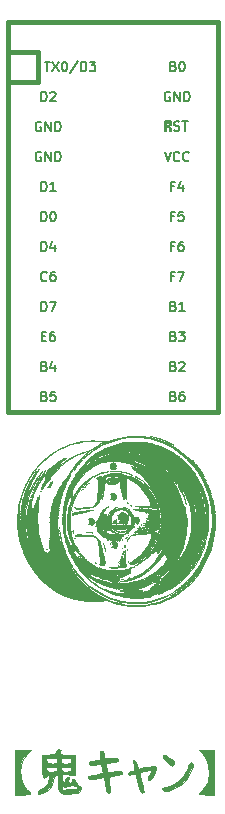
<source format=gto>
G04 #@! TF.GenerationSoftware,KiCad,Pcbnew,(5.1.4)-1*
G04 #@! TF.CreationDate,2021-01-14T16:11:29-07:00*
G04 #@! TF.ProjectId,ONI-Kyan MKI,4f4e492d-4b79-4616-9e20-4d4b492e6b69,rev?*
G04 #@! TF.SameCoordinates,Original*
G04 #@! TF.FileFunction,Legend,Top*
G04 #@! TF.FilePolarity,Positive*
%FSLAX46Y46*%
G04 Gerber Fmt 4.6, Leading zero omitted, Abs format (unit mm)*
G04 Created by KiCad (PCBNEW (5.1.4)-1) date 2021-01-14 16:11:29*
%MOMM*%
%LPD*%
G04 APERTURE LIST*
%ADD10C,0.010000*%
%ADD11C,0.381000*%
%ADD12C,0.150000*%
G04 APERTURE END LIST*
D10*
G36*
X143013474Y-106738662D02*
G01*
X143014145Y-106744181D01*
X142996574Y-106766601D01*
X142991055Y-106767272D01*
X142968635Y-106749701D01*
X142967964Y-106744181D01*
X142985535Y-106721761D01*
X142991055Y-106721090D01*
X143013474Y-106738662D01*
X143013474Y-106738662D01*
G37*
X143013474Y-106738662D02*
X143014145Y-106744181D01*
X142996574Y-106766601D01*
X142991055Y-106767272D01*
X142968635Y-106749701D01*
X142967964Y-106744181D01*
X142985535Y-106721761D01*
X142991055Y-106721090D01*
X143013474Y-106738662D01*
G36*
X143083418Y-106778818D02*
G01*
X143071873Y-106790363D01*
X143060327Y-106778818D01*
X143071873Y-106767272D01*
X143083418Y-106778818D01*
X143083418Y-106778818D01*
G37*
X143083418Y-106778818D02*
X143071873Y-106790363D01*
X143060327Y-106778818D01*
X143071873Y-106767272D01*
X143083418Y-106778818D01*
G36*
X142928933Y-106765188D02*
G01*
X142955313Y-106780865D01*
X142983700Y-106804349D01*
X142973505Y-106812532D01*
X142937741Y-106813454D01*
X142892271Y-106806498D01*
X142875600Y-106791726D01*
X142890404Y-106761475D01*
X142928933Y-106765188D01*
X142928933Y-106765188D01*
G37*
X142928933Y-106765188D02*
X142955313Y-106780865D01*
X142983700Y-106804349D01*
X142973505Y-106812532D01*
X142937741Y-106813454D01*
X142892271Y-106806498D01*
X142875600Y-106791726D01*
X142890404Y-106761475D01*
X142928933Y-106765188D01*
G36*
X142613903Y-106982787D02*
G01*
X142610733Y-106996515D01*
X142598509Y-106998181D01*
X142579503Y-106989733D01*
X142583115Y-106982787D01*
X142610519Y-106980024D01*
X142613903Y-106982787D01*
X142613903Y-106982787D01*
G37*
X142613903Y-106982787D02*
X142610733Y-106996515D01*
X142598509Y-106998181D01*
X142579503Y-106989733D01*
X142583115Y-106982787D01*
X142610519Y-106980024D01*
X142613903Y-106982787D01*
G36*
X143930537Y-106366551D02*
G01*
X143926236Y-106374727D01*
X143904480Y-106396779D01*
X143900420Y-106397818D01*
X143898844Y-106382902D01*
X143903145Y-106374727D01*
X143924902Y-106352675D01*
X143928962Y-106351636D01*
X143930537Y-106366551D01*
X143930537Y-106366551D01*
G37*
X143930537Y-106366551D02*
X143926236Y-106374727D01*
X143904480Y-106396779D01*
X143900420Y-106397818D01*
X143898844Y-106382902D01*
X143903145Y-106374727D01*
X143924902Y-106352675D01*
X143928962Y-106351636D01*
X143930537Y-106366551D01*
G36*
X143845418Y-106547909D02*
G01*
X143833873Y-106559454D01*
X143822327Y-106547909D01*
X143833873Y-106536363D01*
X143845418Y-106547909D01*
X143845418Y-106547909D01*
G37*
X143845418Y-106547909D02*
X143833873Y-106559454D01*
X143822327Y-106547909D01*
X143833873Y-106536363D01*
X143845418Y-106547909D01*
G36*
X143930085Y-107259878D02*
G01*
X143926915Y-107273606D01*
X143914691Y-107275272D01*
X143895684Y-107266824D01*
X143899297Y-107259878D01*
X143926700Y-107257115D01*
X143930085Y-107259878D01*
X143930085Y-107259878D01*
G37*
X143930085Y-107259878D02*
X143926915Y-107273606D01*
X143914691Y-107275272D01*
X143895684Y-107266824D01*
X143899297Y-107259878D01*
X143926700Y-107257115D01*
X143930085Y-107259878D01*
G36*
X144097639Y-109712419D02*
G01*
X144099418Y-109720183D01*
X144082567Y-109752826D01*
X144076327Y-109757545D01*
X144055015Y-109756489D01*
X144053236Y-109748725D01*
X144070087Y-109716082D01*
X144076327Y-109711363D01*
X144097639Y-109712419D01*
X144097639Y-109712419D01*
G37*
X144097639Y-109712419D02*
X144099418Y-109720183D01*
X144082567Y-109752826D01*
X144076327Y-109757545D01*
X144055015Y-109756489D01*
X144053236Y-109748725D01*
X144070087Y-109716082D01*
X144076327Y-109711363D01*
X144097639Y-109712419D01*
G36*
X144160367Y-109683797D02*
G01*
X144157776Y-109709283D01*
X144137914Y-109760436D01*
X144124292Y-109788687D01*
X144097286Y-109854167D01*
X144095817Y-109891956D01*
X144099967Y-109896429D01*
X144112226Y-109922829D01*
X144094486Y-109948498D01*
X144074964Y-109953818D01*
X144057422Y-109934427D01*
X144053236Y-109906716D01*
X144061717Y-109864353D01*
X144082815Y-109807222D01*
X144110021Y-109748875D01*
X144136820Y-109702862D01*
X144156700Y-109682736D01*
X144160367Y-109683797D01*
X144160367Y-109683797D01*
G37*
X144160367Y-109683797D02*
X144157776Y-109709283D01*
X144137914Y-109760436D01*
X144124292Y-109788687D01*
X144097286Y-109854167D01*
X144095817Y-109891956D01*
X144099967Y-109896429D01*
X144112226Y-109922829D01*
X144094486Y-109948498D01*
X144074964Y-109953818D01*
X144057422Y-109934427D01*
X144053236Y-109906716D01*
X144061717Y-109864353D01*
X144082815Y-109807222D01*
X144110021Y-109748875D01*
X144136820Y-109702862D01*
X144156700Y-109682736D01*
X144160367Y-109683797D01*
G36*
X143376283Y-109903306D02*
G01*
X143379036Y-109939395D01*
X143374460Y-109947564D01*
X143363965Y-109940677D01*
X143362332Y-109917257D01*
X143367971Y-109892618D01*
X143376283Y-109903306D01*
X143376283Y-109903306D01*
G37*
X143376283Y-109903306D02*
X143379036Y-109939395D01*
X143374460Y-109947564D01*
X143363965Y-109940677D01*
X143362332Y-109917257D01*
X143367971Y-109892618D01*
X143376283Y-109903306D01*
G36*
X143383600Y-110011545D02*
G01*
X143372055Y-110023090D01*
X143360509Y-110011545D01*
X143372055Y-110000000D01*
X143383600Y-110011545D01*
X143383600Y-110011545D01*
G37*
X143383600Y-110011545D02*
X143372055Y-110023090D01*
X143360509Y-110011545D01*
X143372055Y-110000000D01*
X143383600Y-110011545D01*
G36*
X143499055Y-110127000D02*
G01*
X143487509Y-110138545D01*
X143475964Y-110127000D01*
X143487509Y-110115454D01*
X143499055Y-110127000D01*
X143499055Y-110127000D01*
G37*
X143499055Y-110127000D02*
X143487509Y-110138545D01*
X143475964Y-110127000D01*
X143487509Y-110115454D01*
X143499055Y-110127000D01*
G36*
X143819732Y-109489434D02*
G01*
X143909952Y-109541406D01*
X143976116Y-109620633D01*
X143984795Y-109638145D01*
X144007389Y-109702603D01*
X144014587Y-109753743D01*
X144012578Y-109764912D01*
X144011273Y-109787904D01*
X144026221Y-109783061D01*
X144049503Y-109778319D01*
X144045331Y-109808553D01*
X144019689Y-109861386D01*
X144000752Y-109916821D01*
X144011789Y-109947977D01*
X144021781Y-109986342D01*
X144007055Y-110011545D01*
X143989727Y-110040855D01*
X143992682Y-110049068D01*
X144027225Y-110054704D01*
X144028221Y-110054840D01*
X144063356Y-110071708D01*
X144063933Y-110072272D01*
X144057512Y-110086821D01*
X144023107Y-110100288D01*
X143978789Y-110108189D01*
X143942629Y-110106040D01*
X143937397Y-110103671D01*
X143917377Y-110113110D01*
X143900417Y-110152739D01*
X143898376Y-110211132D01*
X143922354Y-110242470D01*
X143944003Y-110264530D01*
X143936473Y-110288880D01*
X143902205Y-110324156D01*
X143882264Y-110341600D01*
X143860278Y-110354920D01*
X143830023Y-110364761D01*
X143785275Y-110371768D01*
X143719811Y-110376587D01*
X143627407Y-110379864D01*
X143501839Y-110382243D01*
X143336884Y-110384370D01*
X143319637Y-110384575D01*
X143171381Y-110385609D01*
X143046408Y-110385064D01*
X142949719Y-110383075D01*
X142886314Y-110379779D01*
X142861195Y-110375311D01*
X142866070Y-110372254D01*
X142940787Y-110349213D01*
X142966975Y-110330969D01*
X143091115Y-110330969D01*
X143094285Y-110344697D01*
X143106509Y-110346363D01*
X143125515Y-110337915D01*
X143121903Y-110330969D01*
X143094499Y-110328206D01*
X143091115Y-110330969D01*
X142966975Y-110330969D01*
X142973170Y-110326654D01*
X142966641Y-110298799D01*
X142930057Y-110264210D01*
X142888187Y-110227483D01*
X142879060Y-110203181D01*
X142898583Y-110175875D01*
X142904897Y-110169375D01*
X142957460Y-110137890D01*
X143017407Y-110124178D01*
X143073438Y-110113148D01*
X143106755Y-110091965D01*
X143136184Y-110074859D01*
X143149215Y-110078669D01*
X143173649Y-110115436D01*
X143189227Y-110177684D01*
X143193136Y-110245110D01*
X143182564Y-110297410D01*
X143180128Y-110301803D01*
X143170442Y-110336718D01*
X143196651Y-110358222D01*
X143262500Y-110368197D01*
X143314643Y-110369454D01*
X143382777Y-110361403D01*
X143412636Y-110341059D01*
X143511241Y-110341059D01*
X143522480Y-110346363D01*
X143706873Y-110346363D01*
X143715321Y-110365370D01*
X143722267Y-110361757D01*
X143725030Y-110334354D01*
X143722267Y-110330969D01*
X143708539Y-110334139D01*
X143706873Y-110346363D01*
X143522480Y-110346363D01*
X143558982Y-110336467D01*
X143612971Y-110312512D01*
X143615656Y-110311134D01*
X143659503Y-110281967D01*
X143661793Y-110279297D01*
X143755426Y-110279297D01*
X143781052Y-110318943D01*
X143820933Y-110340000D01*
X143849972Y-110317665D01*
X143860477Y-110281644D01*
X143857233Y-110243359D01*
X143823149Y-110231212D01*
X143810637Y-110230909D01*
X143764127Y-110244614D01*
X143755426Y-110279297D01*
X143661793Y-110279297D01*
X143682411Y-110255258D01*
X143679611Y-110240390D01*
X143648884Y-110245750D01*
X143624913Y-110246635D01*
X143629708Y-110216161D01*
X143634119Y-110200953D01*
X143767472Y-110200953D01*
X143799236Y-110204172D01*
X143832017Y-110200543D01*
X143828100Y-110192525D01*
X143780825Y-110189475D01*
X143770373Y-110192525D01*
X143767472Y-110200953D01*
X143634119Y-110200953D01*
X143637602Y-110188945D01*
X143625489Y-110191875D01*
X143593195Y-110219105D01*
X143545077Y-110268675D01*
X143515888Y-110312693D01*
X143511241Y-110341059D01*
X143412636Y-110341059D01*
X143429628Y-110329482D01*
X143452873Y-110300181D01*
X143502199Y-110230909D01*
X143437127Y-110228545D01*
X143396900Y-110226235D01*
X143397117Y-110221285D01*
X143439919Y-110210154D01*
X143449654Y-110207848D01*
X143513643Y-110185188D01*
X143560954Y-110155793D01*
X143561911Y-110154858D01*
X143565468Y-110150090D01*
X143637600Y-110150090D01*
X143649145Y-110161636D01*
X143660691Y-110150090D01*
X143649145Y-110138545D01*
X143637600Y-110150090D01*
X143565468Y-110150090D01*
X143582934Y-110126680D01*
X143564506Y-110110467D01*
X143547811Y-110104726D01*
X143509042Y-110080102D01*
X143499055Y-110058095D01*
X143487970Y-110034636D01*
X143729964Y-110034636D01*
X143741509Y-110046181D01*
X143750227Y-110037463D01*
X143914691Y-110037463D01*
X143925923Y-110044375D01*
X143956619Y-110014712D01*
X143963818Y-110005772D01*
X143983788Y-109978421D01*
X143971831Y-109984155D01*
X143955100Y-109997054D01*
X143923120Y-110025539D01*
X143914691Y-110037463D01*
X143750227Y-110037463D01*
X143753055Y-110034636D01*
X143741509Y-110023090D01*
X143729964Y-110034636D01*
X143487970Y-110034636D01*
X143482878Y-110023862D01*
X143473077Y-110018280D01*
X143453902Y-109991430D01*
X143449905Y-109965363D01*
X143753055Y-109965363D01*
X143764600Y-109976909D01*
X143776145Y-109965363D01*
X143764600Y-109953818D01*
X143753055Y-109965363D01*
X143449905Y-109965363D01*
X143447903Y-109952314D01*
X143481625Y-109952314D01*
X143484784Y-109953818D01*
X143505856Y-109937562D01*
X143510600Y-109930727D01*
X143516484Y-109909139D01*
X143513325Y-109907636D01*
X143492253Y-109923891D01*
X143487509Y-109930727D01*
X143481625Y-109952314D01*
X143447903Y-109952314D01*
X143447100Y-109947083D01*
X143440346Y-109901429D01*
X143435773Y-109896090D01*
X143729964Y-109896090D01*
X143741509Y-109907636D01*
X143753055Y-109896090D01*
X143741509Y-109884545D01*
X143729964Y-109896090D01*
X143435773Y-109896090D01*
X143425883Y-109884545D01*
X143411179Y-109866010D01*
X143411379Y-109849909D01*
X143522145Y-109849909D01*
X143533691Y-109861454D01*
X143545236Y-109849909D01*
X143533691Y-109838363D01*
X143522145Y-109849909D01*
X143411379Y-109849909D01*
X143411451Y-109844136D01*
X143408709Y-109837000D01*
X143568327Y-109837000D01*
X143585089Y-109860514D01*
X143591418Y-109861454D01*
X143613909Y-109853576D01*
X143614509Y-109851271D01*
X143598328Y-109831557D01*
X143591418Y-109826818D01*
X143570140Y-109828648D01*
X143568327Y-109837000D01*
X143408709Y-109837000D01*
X143398606Y-109810711D01*
X143954868Y-109810711D01*
X143963021Y-109837570D01*
X143965509Y-109838363D01*
X143977711Y-109818051D01*
X143983806Y-109768108D01*
X143983964Y-109757545D01*
X143981695Y-109704090D01*
X143976117Y-109677411D01*
X143974944Y-109676727D01*
X143966623Y-109696984D01*
X143957823Y-109746809D01*
X143956490Y-109757545D01*
X143954868Y-109810711D01*
X143398606Y-109810711D01*
X143395711Y-109803179D01*
X143343691Y-109769090D01*
X143311476Y-109751463D01*
X143418236Y-109751463D01*
X143487509Y-109769090D01*
X143538116Y-109782232D01*
X143563792Y-109789402D01*
X143563917Y-109789449D01*
X143561355Y-109777060D01*
X143556782Y-109769090D01*
X143525390Y-109752811D01*
X143480374Y-109748731D01*
X143418236Y-109751463D01*
X143311476Y-109751463D01*
X143289024Y-109739178D01*
X143762271Y-109739178D01*
X143766786Y-109767186D01*
X143772119Y-109769090D01*
X143798480Y-109750599D01*
X143808311Y-109732565D01*
X143819750Y-109679008D01*
X143821625Y-109645975D01*
X143817740Y-109613991D01*
X143804760Y-109624689D01*
X143801327Y-109630545D01*
X143774793Y-109688846D01*
X143762271Y-109739178D01*
X143289024Y-109739178D01*
X143286469Y-109737780D01*
X143272824Y-109715055D01*
X143278807Y-109711363D01*
X143545236Y-109711363D01*
X143556782Y-109722909D01*
X143568327Y-109711363D01*
X143556782Y-109699818D01*
X143545236Y-109711363D01*
X143278807Y-109711363D01*
X143301827Y-109697160D01*
X143324334Y-109690722D01*
X143373366Y-109662664D01*
X143380405Y-109652273D01*
X143452873Y-109652273D01*
X143469635Y-109675787D01*
X143475964Y-109676727D01*
X143498454Y-109668849D01*
X143499055Y-109666544D01*
X143482874Y-109646830D01*
X143475964Y-109642090D01*
X143454686Y-109643921D01*
X143452873Y-109652273D01*
X143380405Y-109652273D01*
X143388332Y-109640572D01*
X143568327Y-109640572D01*
X143580288Y-109654483D01*
X143607552Y-109638395D01*
X143631573Y-109608525D01*
X143646134Y-109567244D01*
X143638286Y-109550151D01*
X143614692Y-109557962D01*
X143587177Y-109590493D01*
X143569595Y-109629838D01*
X143568327Y-109640572D01*
X143388332Y-109640572D01*
X143395162Y-109630491D01*
X143416932Y-109593173D01*
X143433777Y-109584363D01*
X143465622Y-109570604D01*
X143514234Y-109536537D01*
X143526356Y-109526636D01*
X143615772Y-109479091D01*
X143717617Y-109467676D01*
X143819732Y-109489434D01*
X143819732Y-109489434D01*
G37*
X143819732Y-109489434D02*
X143909952Y-109541406D01*
X143976116Y-109620633D01*
X143984795Y-109638145D01*
X144007389Y-109702603D01*
X144014587Y-109753743D01*
X144012578Y-109764912D01*
X144011273Y-109787904D01*
X144026221Y-109783061D01*
X144049503Y-109778319D01*
X144045331Y-109808553D01*
X144019689Y-109861386D01*
X144000752Y-109916821D01*
X144011789Y-109947977D01*
X144021781Y-109986342D01*
X144007055Y-110011545D01*
X143989727Y-110040855D01*
X143992682Y-110049068D01*
X144027225Y-110054704D01*
X144028221Y-110054840D01*
X144063356Y-110071708D01*
X144063933Y-110072272D01*
X144057512Y-110086821D01*
X144023107Y-110100288D01*
X143978789Y-110108189D01*
X143942629Y-110106040D01*
X143937397Y-110103671D01*
X143917377Y-110113110D01*
X143900417Y-110152739D01*
X143898376Y-110211132D01*
X143922354Y-110242470D01*
X143944003Y-110264530D01*
X143936473Y-110288880D01*
X143902205Y-110324156D01*
X143882264Y-110341600D01*
X143860278Y-110354920D01*
X143830023Y-110364761D01*
X143785275Y-110371768D01*
X143719811Y-110376587D01*
X143627407Y-110379864D01*
X143501839Y-110382243D01*
X143336884Y-110384370D01*
X143319637Y-110384575D01*
X143171381Y-110385609D01*
X143046408Y-110385064D01*
X142949719Y-110383075D01*
X142886314Y-110379779D01*
X142861195Y-110375311D01*
X142866070Y-110372254D01*
X142940787Y-110349213D01*
X142966975Y-110330969D01*
X143091115Y-110330969D01*
X143094285Y-110344697D01*
X143106509Y-110346363D01*
X143125515Y-110337915D01*
X143121903Y-110330969D01*
X143094499Y-110328206D01*
X143091115Y-110330969D01*
X142966975Y-110330969D01*
X142973170Y-110326654D01*
X142966641Y-110298799D01*
X142930057Y-110264210D01*
X142888187Y-110227483D01*
X142879060Y-110203181D01*
X142898583Y-110175875D01*
X142904897Y-110169375D01*
X142957460Y-110137890D01*
X143017407Y-110124178D01*
X143073438Y-110113148D01*
X143106755Y-110091965D01*
X143136184Y-110074859D01*
X143149215Y-110078669D01*
X143173649Y-110115436D01*
X143189227Y-110177684D01*
X143193136Y-110245110D01*
X143182564Y-110297410D01*
X143180128Y-110301803D01*
X143170442Y-110336718D01*
X143196651Y-110358222D01*
X143262500Y-110368197D01*
X143314643Y-110369454D01*
X143382777Y-110361403D01*
X143412636Y-110341059D01*
X143511241Y-110341059D01*
X143522480Y-110346363D01*
X143706873Y-110346363D01*
X143715321Y-110365370D01*
X143722267Y-110361757D01*
X143725030Y-110334354D01*
X143722267Y-110330969D01*
X143708539Y-110334139D01*
X143706873Y-110346363D01*
X143522480Y-110346363D01*
X143558982Y-110336467D01*
X143612971Y-110312512D01*
X143615656Y-110311134D01*
X143659503Y-110281967D01*
X143661793Y-110279297D01*
X143755426Y-110279297D01*
X143781052Y-110318943D01*
X143820933Y-110340000D01*
X143849972Y-110317665D01*
X143860477Y-110281644D01*
X143857233Y-110243359D01*
X143823149Y-110231212D01*
X143810637Y-110230909D01*
X143764127Y-110244614D01*
X143755426Y-110279297D01*
X143661793Y-110279297D01*
X143682411Y-110255258D01*
X143679611Y-110240390D01*
X143648884Y-110245750D01*
X143624913Y-110246635D01*
X143629708Y-110216161D01*
X143634119Y-110200953D01*
X143767472Y-110200953D01*
X143799236Y-110204172D01*
X143832017Y-110200543D01*
X143828100Y-110192525D01*
X143780825Y-110189475D01*
X143770373Y-110192525D01*
X143767472Y-110200953D01*
X143634119Y-110200953D01*
X143637602Y-110188945D01*
X143625489Y-110191875D01*
X143593195Y-110219105D01*
X143545077Y-110268675D01*
X143515888Y-110312693D01*
X143511241Y-110341059D01*
X143412636Y-110341059D01*
X143429628Y-110329482D01*
X143452873Y-110300181D01*
X143502199Y-110230909D01*
X143437127Y-110228545D01*
X143396900Y-110226235D01*
X143397117Y-110221285D01*
X143439919Y-110210154D01*
X143449654Y-110207848D01*
X143513643Y-110185188D01*
X143560954Y-110155793D01*
X143561911Y-110154858D01*
X143565468Y-110150090D01*
X143637600Y-110150090D01*
X143649145Y-110161636D01*
X143660691Y-110150090D01*
X143649145Y-110138545D01*
X143637600Y-110150090D01*
X143565468Y-110150090D01*
X143582934Y-110126680D01*
X143564506Y-110110467D01*
X143547811Y-110104726D01*
X143509042Y-110080102D01*
X143499055Y-110058095D01*
X143487970Y-110034636D01*
X143729964Y-110034636D01*
X143741509Y-110046181D01*
X143750227Y-110037463D01*
X143914691Y-110037463D01*
X143925923Y-110044375D01*
X143956619Y-110014712D01*
X143963818Y-110005772D01*
X143983788Y-109978421D01*
X143971831Y-109984155D01*
X143955100Y-109997054D01*
X143923120Y-110025539D01*
X143914691Y-110037463D01*
X143750227Y-110037463D01*
X143753055Y-110034636D01*
X143741509Y-110023090D01*
X143729964Y-110034636D01*
X143487970Y-110034636D01*
X143482878Y-110023862D01*
X143473077Y-110018280D01*
X143453902Y-109991430D01*
X143449905Y-109965363D01*
X143753055Y-109965363D01*
X143764600Y-109976909D01*
X143776145Y-109965363D01*
X143764600Y-109953818D01*
X143753055Y-109965363D01*
X143449905Y-109965363D01*
X143447903Y-109952314D01*
X143481625Y-109952314D01*
X143484784Y-109953818D01*
X143505856Y-109937562D01*
X143510600Y-109930727D01*
X143516484Y-109909139D01*
X143513325Y-109907636D01*
X143492253Y-109923891D01*
X143487509Y-109930727D01*
X143481625Y-109952314D01*
X143447903Y-109952314D01*
X143447100Y-109947083D01*
X143440346Y-109901429D01*
X143435773Y-109896090D01*
X143729964Y-109896090D01*
X143741509Y-109907636D01*
X143753055Y-109896090D01*
X143741509Y-109884545D01*
X143729964Y-109896090D01*
X143435773Y-109896090D01*
X143425883Y-109884545D01*
X143411179Y-109866010D01*
X143411379Y-109849909D01*
X143522145Y-109849909D01*
X143533691Y-109861454D01*
X143545236Y-109849909D01*
X143533691Y-109838363D01*
X143522145Y-109849909D01*
X143411379Y-109849909D01*
X143411451Y-109844136D01*
X143408709Y-109837000D01*
X143568327Y-109837000D01*
X143585089Y-109860514D01*
X143591418Y-109861454D01*
X143613909Y-109853576D01*
X143614509Y-109851271D01*
X143598328Y-109831557D01*
X143591418Y-109826818D01*
X143570140Y-109828648D01*
X143568327Y-109837000D01*
X143408709Y-109837000D01*
X143398606Y-109810711D01*
X143954868Y-109810711D01*
X143963021Y-109837570D01*
X143965509Y-109838363D01*
X143977711Y-109818051D01*
X143983806Y-109768108D01*
X143983964Y-109757545D01*
X143981695Y-109704090D01*
X143976117Y-109677411D01*
X143974944Y-109676727D01*
X143966623Y-109696984D01*
X143957823Y-109746809D01*
X143956490Y-109757545D01*
X143954868Y-109810711D01*
X143398606Y-109810711D01*
X143395711Y-109803179D01*
X143343691Y-109769090D01*
X143311476Y-109751463D01*
X143418236Y-109751463D01*
X143487509Y-109769090D01*
X143538116Y-109782232D01*
X143563792Y-109789402D01*
X143563917Y-109789449D01*
X143561355Y-109777060D01*
X143556782Y-109769090D01*
X143525390Y-109752811D01*
X143480374Y-109748731D01*
X143418236Y-109751463D01*
X143311476Y-109751463D01*
X143289024Y-109739178D01*
X143762271Y-109739178D01*
X143766786Y-109767186D01*
X143772119Y-109769090D01*
X143798480Y-109750599D01*
X143808311Y-109732565D01*
X143819750Y-109679008D01*
X143821625Y-109645975D01*
X143817740Y-109613991D01*
X143804760Y-109624689D01*
X143801327Y-109630545D01*
X143774793Y-109688846D01*
X143762271Y-109739178D01*
X143289024Y-109739178D01*
X143286469Y-109737780D01*
X143272824Y-109715055D01*
X143278807Y-109711363D01*
X143545236Y-109711363D01*
X143556782Y-109722909D01*
X143568327Y-109711363D01*
X143556782Y-109699818D01*
X143545236Y-109711363D01*
X143278807Y-109711363D01*
X143301827Y-109697160D01*
X143324334Y-109690722D01*
X143373366Y-109662664D01*
X143380405Y-109652273D01*
X143452873Y-109652273D01*
X143469635Y-109675787D01*
X143475964Y-109676727D01*
X143498454Y-109668849D01*
X143499055Y-109666544D01*
X143482874Y-109646830D01*
X143475964Y-109642090D01*
X143454686Y-109643921D01*
X143452873Y-109652273D01*
X143380405Y-109652273D01*
X143388332Y-109640572D01*
X143568327Y-109640572D01*
X143580288Y-109654483D01*
X143607552Y-109638395D01*
X143631573Y-109608525D01*
X143646134Y-109567244D01*
X143638286Y-109550151D01*
X143614692Y-109557962D01*
X143587177Y-109590493D01*
X143569595Y-109629838D01*
X143568327Y-109640572D01*
X143388332Y-109640572D01*
X143395162Y-109630491D01*
X143416932Y-109593173D01*
X143433777Y-109584363D01*
X143465622Y-109570604D01*
X143514234Y-109536537D01*
X143526356Y-109526636D01*
X143615772Y-109479091D01*
X143717617Y-109467676D01*
X143819732Y-109489434D01*
G36*
X144209516Y-109615292D02*
G01*
X144225666Y-109636708D01*
X144232501Y-109666307D01*
X144229860Y-109714374D01*
X144217579Y-109791194D01*
X144205742Y-109854189D01*
X144185804Y-109953038D01*
X144166505Y-110040485D01*
X144151077Y-110102149D01*
X144147030Y-110115454D01*
X144131157Y-110170176D01*
X144111248Y-110249244D01*
X144098202Y-110305954D01*
X144074314Y-110389511D01*
X144048942Y-110433169D01*
X144036447Y-110438727D01*
X144014674Y-110424238D01*
X144019515Y-110389662D01*
X144019686Y-110339288D01*
X144003753Y-110320743D01*
X143987404Y-110304787D01*
X144012827Y-110300535D01*
X144048412Y-110288547D01*
X144046025Y-110263647D01*
X144017604Y-110245267D01*
X143994626Y-110226812D01*
X144003666Y-110191391D01*
X144008541Y-110181950D01*
X144033304Y-110150310D01*
X144052621Y-110160640D01*
X144068671Y-110164928D01*
X144082387Y-110124845D01*
X144082665Y-110123409D01*
X144083447Y-110068461D01*
X144068445Y-110040029D01*
X144058439Y-110017037D01*
X144083706Y-109990068D01*
X144109983Y-109955056D01*
X144135644Y-109896516D01*
X144158372Y-109824949D01*
X144175849Y-109750856D01*
X144185756Y-109684737D01*
X144185777Y-109637091D01*
X144173594Y-109618421D01*
X144165123Y-109621204D01*
X144149459Y-109624076D01*
X144156310Y-109608806D01*
X144177980Y-109593351D01*
X144209516Y-109615292D01*
X144209516Y-109615292D01*
G37*
X144209516Y-109615292D02*
X144225666Y-109636708D01*
X144232501Y-109666307D01*
X144229860Y-109714374D01*
X144217579Y-109791194D01*
X144205742Y-109854189D01*
X144185804Y-109953038D01*
X144166505Y-110040485D01*
X144151077Y-110102149D01*
X144147030Y-110115454D01*
X144131157Y-110170176D01*
X144111248Y-110249244D01*
X144098202Y-110305954D01*
X144074314Y-110389511D01*
X144048942Y-110433169D01*
X144036447Y-110438727D01*
X144014674Y-110424238D01*
X144019515Y-110389662D01*
X144019686Y-110339288D01*
X144003753Y-110320743D01*
X143987404Y-110304787D01*
X144012827Y-110300535D01*
X144048412Y-110288547D01*
X144046025Y-110263647D01*
X144017604Y-110245267D01*
X143994626Y-110226812D01*
X144003666Y-110191391D01*
X144008541Y-110181950D01*
X144033304Y-110150310D01*
X144052621Y-110160640D01*
X144068671Y-110164928D01*
X144082387Y-110124845D01*
X144082665Y-110123409D01*
X144083447Y-110068461D01*
X144068445Y-110040029D01*
X144058439Y-110017037D01*
X144083706Y-109990068D01*
X144109983Y-109955056D01*
X144135644Y-109896516D01*
X144158372Y-109824949D01*
X144175849Y-109750856D01*
X144185756Y-109684737D01*
X144185777Y-109637091D01*
X144173594Y-109618421D01*
X144165123Y-109621204D01*
X144149459Y-109624076D01*
X144156310Y-109608806D01*
X144177980Y-109593351D01*
X144209516Y-109615292D01*
G36*
X143168085Y-110423333D02*
G01*
X143164915Y-110437060D01*
X143152691Y-110438727D01*
X143133684Y-110430278D01*
X143137297Y-110423333D01*
X143164700Y-110420569D01*
X143168085Y-110423333D01*
X143168085Y-110423333D01*
G37*
X143168085Y-110423333D02*
X143164915Y-110437060D01*
X143152691Y-110438727D01*
X143133684Y-110430278D01*
X143137297Y-110423333D01*
X143164700Y-110420569D01*
X143168085Y-110423333D01*
G36*
X143957949Y-110386981D02*
G01*
X143976517Y-110422772D01*
X143978419Y-110451643D01*
X143977195Y-110453192D01*
X143956942Y-110446472D01*
X143942015Y-110433724D01*
X143917049Y-110396188D01*
X143922964Y-110372269D01*
X143935311Y-110369454D01*
X143957949Y-110386981D01*
X143957949Y-110386981D01*
G37*
X143957949Y-110386981D02*
X143976517Y-110422772D01*
X143978419Y-110451643D01*
X143977195Y-110453192D01*
X143956942Y-110446472D01*
X143942015Y-110433724D01*
X143917049Y-110396188D01*
X143922964Y-110372269D01*
X143935311Y-110369454D01*
X143957949Y-110386981D01*
G36*
X143775206Y-110432398D02*
G01*
X143776145Y-110438727D01*
X143768267Y-110461217D01*
X143765963Y-110461818D01*
X143746248Y-110445637D01*
X143741509Y-110438727D01*
X143743340Y-110417449D01*
X143751692Y-110415636D01*
X143775206Y-110432398D01*
X143775206Y-110432398D01*
G37*
X143775206Y-110432398D02*
X143776145Y-110438727D01*
X143768267Y-110461217D01*
X143765963Y-110461818D01*
X143746248Y-110445637D01*
X143741509Y-110438727D01*
X143743340Y-110417449D01*
X143751692Y-110415636D01*
X143775206Y-110432398D01*
G36*
X144022448Y-110631151D02*
G01*
X144025212Y-110658555D01*
X144022448Y-110661939D01*
X144008721Y-110658769D01*
X144007055Y-110646545D01*
X144015503Y-110627539D01*
X144022448Y-110631151D01*
X144022448Y-110631151D01*
G37*
X144022448Y-110631151D02*
X144025212Y-110658555D01*
X144022448Y-110661939D01*
X144008721Y-110658769D01*
X144007055Y-110646545D01*
X144015503Y-110627539D01*
X144022448Y-110631151D01*
G36*
X143589813Y-110661081D02*
G01*
X143576060Y-110703137D01*
X143568327Y-110715818D01*
X143551484Y-110733952D01*
X143545847Y-110711018D01*
X143545590Y-110698500D01*
X143554006Y-110657958D01*
X143568327Y-110646545D01*
X143589813Y-110661081D01*
X143589813Y-110661081D01*
G37*
X143589813Y-110661081D02*
X143576060Y-110703137D01*
X143568327Y-110715818D01*
X143551484Y-110733952D01*
X143545847Y-110711018D01*
X143545590Y-110698500D01*
X143554006Y-110657958D01*
X143568327Y-110646545D01*
X143589813Y-110661081D01*
G36*
X143283539Y-110654242D02*
G01*
X143286303Y-110681645D01*
X143283539Y-110685030D01*
X143269812Y-110681860D01*
X143268145Y-110669636D01*
X143276594Y-110650629D01*
X143283539Y-110654242D01*
X143283539Y-110654242D01*
G37*
X143283539Y-110654242D02*
X143286303Y-110681645D01*
X143283539Y-110685030D01*
X143269812Y-110681860D01*
X143268145Y-110669636D01*
X143276594Y-110650629D01*
X143283539Y-110654242D01*
G36*
X142166555Y-111009882D02*
G01*
X142171560Y-111016376D01*
X142198230Y-111030336D01*
X142205964Y-111027545D01*
X142233743Y-111032104D01*
X142242572Y-111042281D01*
X142245671Y-111058628D01*
X142234594Y-111054060D01*
X142206919Y-111055146D01*
X142201572Y-111063809D01*
X142182771Y-111067505D01*
X142149840Y-111040862D01*
X142126636Y-111007025D01*
X142131701Y-110992909D01*
X142131749Y-110992909D01*
X142166555Y-111009882D01*
X142166555Y-111009882D01*
G37*
X142166555Y-111009882D02*
X142171560Y-111016376D01*
X142198230Y-111030336D01*
X142205964Y-111027545D01*
X142233743Y-111032104D01*
X142242572Y-111042281D01*
X142245671Y-111058628D01*
X142234594Y-111054060D01*
X142206919Y-111055146D01*
X142201572Y-111063809D01*
X142182771Y-111067505D01*
X142149840Y-111040862D01*
X142126636Y-111007025D01*
X142131701Y-110992909D01*
X142131749Y-110992909D01*
X142166555Y-111009882D01*
G36*
X144399600Y-103846272D02*
G01*
X144388055Y-103857818D01*
X144376509Y-103846272D01*
X144388055Y-103834727D01*
X144399600Y-103846272D01*
X144399600Y-103846272D01*
G37*
X144399600Y-103846272D02*
X144388055Y-103857818D01*
X144376509Y-103846272D01*
X144388055Y-103834727D01*
X144399600Y-103846272D01*
G36*
X147931569Y-105052216D02*
G01*
X147932509Y-105058545D01*
X147924631Y-105081036D01*
X147922326Y-105081636D01*
X147902612Y-105065455D01*
X147897873Y-105058545D01*
X147899703Y-105037267D01*
X147908055Y-105035454D01*
X147931569Y-105052216D01*
X147931569Y-105052216D01*
G37*
X147931569Y-105052216D02*
X147932509Y-105058545D01*
X147924631Y-105081036D01*
X147922326Y-105081636D01*
X147902612Y-105065455D01*
X147897873Y-105058545D01*
X147899703Y-105037267D01*
X147908055Y-105035454D01*
X147931569Y-105052216D01*
G36*
X144561236Y-104400454D02*
G01*
X144549691Y-104412000D01*
X144538145Y-104400454D01*
X144549691Y-104388909D01*
X144561236Y-104400454D01*
X144561236Y-104400454D01*
G37*
X144561236Y-104400454D02*
X144549691Y-104412000D01*
X144538145Y-104400454D01*
X144549691Y-104388909D01*
X144561236Y-104400454D01*
G36*
X140173964Y-106132272D02*
G01*
X140162418Y-106143818D01*
X140150873Y-106132272D01*
X140162418Y-106120727D01*
X140173964Y-106132272D01*
X140173964Y-106132272D01*
G37*
X140173964Y-106132272D02*
X140162418Y-106143818D01*
X140150873Y-106132272D01*
X140162418Y-106120727D01*
X140173964Y-106132272D01*
G36*
X139989236Y-106340090D02*
G01*
X139977691Y-106351636D01*
X139966145Y-106340090D01*
X139977691Y-106328545D01*
X139989236Y-106340090D01*
X139989236Y-106340090D01*
G37*
X139989236Y-106340090D02*
X139977691Y-106351636D01*
X139966145Y-106340090D01*
X139977691Y-106328545D01*
X139989236Y-106340090D01*
G36*
X147470691Y-106340090D02*
G01*
X147459145Y-106351636D01*
X147447600Y-106340090D01*
X147459145Y-106328545D01*
X147470691Y-106340090D01*
X147470691Y-106340090D01*
G37*
X147470691Y-106340090D02*
X147459145Y-106351636D01*
X147447600Y-106340090D01*
X147459145Y-106328545D01*
X147470691Y-106340090D01*
G36*
X147747606Y-106596495D02*
G01*
X147750647Y-106599478D01*
X147768886Y-106629753D01*
X147766413Y-106640883D01*
X147749236Y-106633954D01*
X147737721Y-106612404D01*
X147730691Y-106585428D01*
X147747606Y-106596495D01*
X147747606Y-106596495D01*
G37*
X147747606Y-106596495D02*
X147750647Y-106599478D01*
X147768886Y-106629753D01*
X147766413Y-106640883D01*
X147749236Y-106633954D01*
X147737721Y-106612404D01*
X147730691Y-106585428D01*
X147747606Y-106596495D01*
G36*
X146893418Y-112574636D02*
G01*
X146881873Y-112586181D01*
X146870327Y-112574636D01*
X146881873Y-112563090D01*
X146893418Y-112574636D01*
X146893418Y-112574636D01*
G37*
X146893418Y-112574636D02*
X146881873Y-112586181D01*
X146870327Y-112574636D01*
X146881873Y-112563090D01*
X146893418Y-112574636D01*
G36*
X147493782Y-112597727D02*
G01*
X147482236Y-112609272D01*
X147470691Y-112597727D01*
X147482236Y-112586181D01*
X147493782Y-112597727D01*
X147493782Y-112597727D01*
G37*
X147493782Y-112597727D02*
X147482236Y-112609272D01*
X147470691Y-112597727D01*
X147482236Y-112586181D01*
X147493782Y-112597727D01*
G36*
X148232691Y-107055909D02*
G01*
X148221145Y-107067454D01*
X148209600Y-107055909D01*
X148221145Y-107044363D01*
X148232691Y-107055909D01*
X148232691Y-107055909D01*
G37*
X148232691Y-107055909D02*
X148221145Y-107067454D01*
X148209600Y-107055909D01*
X148221145Y-107044363D01*
X148232691Y-107055909D01*
G36*
X148255782Y-107102090D02*
G01*
X148244236Y-107113636D01*
X148232691Y-107102090D01*
X148244236Y-107090545D01*
X148255782Y-107102090D01*
X148255782Y-107102090D01*
G37*
X148255782Y-107102090D02*
X148244236Y-107113636D01*
X148232691Y-107102090D01*
X148244236Y-107090545D01*
X148255782Y-107102090D01*
G36*
X148395078Y-107226276D02*
G01*
X148424384Y-107274580D01*
X148464483Y-107348130D01*
X148498236Y-107413818D01*
X148541861Y-107502628D01*
X148575415Y-107574699D01*
X148594850Y-107621096D01*
X148597814Y-107633602D01*
X148584886Y-107617589D01*
X148555662Y-107568698D01*
X148514897Y-107495159D01*
X148480847Y-107431145D01*
X148436128Y-107343042D01*
X148402272Y-107271097D01*
X148383366Y-107224334D01*
X148381269Y-107211360D01*
X148395078Y-107226276D01*
X148395078Y-107226276D01*
G37*
X148395078Y-107226276D02*
X148424384Y-107274580D01*
X148464483Y-107348130D01*
X148498236Y-107413818D01*
X148541861Y-107502628D01*
X148575415Y-107574699D01*
X148594850Y-107621096D01*
X148597814Y-107633602D01*
X148584886Y-107617589D01*
X148555662Y-107568698D01*
X148514897Y-107495159D01*
X148480847Y-107431145D01*
X148436128Y-107343042D01*
X148402272Y-107271097D01*
X148383366Y-107224334D01*
X148381269Y-107211360D01*
X148395078Y-107226276D01*
G36*
X148625236Y-107679363D02*
G01*
X148613691Y-107690909D01*
X148602145Y-107679363D01*
X148613691Y-107667818D01*
X148625236Y-107679363D01*
X148625236Y-107679363D01*
G37*
X148625236Y-107679363D02*
X148613691Y-107690909D01*
X148602145Y-107679363D01*
X148613691Y-107667818D01*
X148625236Y-107679363D01*
G36*
X149060045Y-108656995D02*
G01*
X149063964Y-108683818D01*
X149060239Y-108721406D01*
X149055111Y-108730000D01*
X149042982Y-108710960D01*
X149034182Y-108683818D01*
X149032887Y-108646997D01*
X149043034Y-108637636D01*
X149060045Y-108656995D01*
X149060045Y-108656995D01*
G37*
X149060045Y-108656995D02*
X149063964Y-108683818D01*
X149060239Y-108721406D01*
X149055111Y-108730000D01*
X149042982Y-108710960D01*
X149034182Y-108683818D01*
X149032887Y-108646997D01*
X149043034Y-108637636D01*
X149060045Y-108656995D01*
G36*
X149087055Y-108764636D02*
G01*
X149075509Y-108776181D01*
X149063964Y-108764636D01*
X149075509Y-108753090D01*
X149087055Y-108764636D01*
X149087055Y-108764636D01*
G37*
X149087055Y-108764636D02*
X149075509Y-108776181D01*
X149063964Y-108764636D01*
X149075509Y-108753090D01*
X149087055Y-108764636D01*
G36*
X148940812Y-108899333D02*
G01*
X148943576Y-108926736D01*
X148940812Y-108930121D01*
X148927085Y-108926951D01*
X148925418Y-108914727D01*
X148933867Y-108895720D01*
X148940812Y-108899333D01*
X148940812Y-108899333D01*
G37*
X148940812Y-108899333D02*
X148943576Y-108926736D01*
X148940812Y-108930121D01*
X148927085Y-108926951D01*
X148925418Y-108914727D01*
X148933867Y-108895720D01*
X148940812Y-108899333D01*
G36*
X148963903Y-109037878D02*
G01*
X148966667Y-109065282D01*
X148963903Y-109068666D01*
X148950175Y-109065496D01*
X148948509Y-109053272D01*
X148956958Y-109034266D01*
X148963903Y-109037878D01*
X148963903Y-109037878D01*
G37*
X148963903Y-109037878D02*
X148966667Y-109065282D01*
X148963903Y-109068666D01*
X148950175Y-109065496D01*
X148948509Y-109053272D01*
X148956958Y-109034266D01*
X148963903Y-109037878D01*
G36*
X148986459Y-109147878D02*
G01*
X148987602Y-109151848D01*
X148990982Y-109202147D01*
X148986746Y-109221121D01*
X148979166Y-109221888D01*
X148976070Y-109185741D01*
X148976101Y-109180272D01*
X148979431Y-109144459D01*
X148986459Y-109147878D01*
X148986459Y-109147878D01*
G37*
X148986459Y-109147878D02*
X148987602Y-109151848D01*
X148990982Y-109202147D01*
X148986746Y-109221121D01*
X148979166Y-109221888D01*
X148976070Y-109185741D01*
X148976101Y-109180272D01*
X148979431Y-109144459D01*
X148986459Y-109147878D01*
G36*
X148925418Y-112112818D02*
G01*
X148913873Y-112124363D01*
X148902327Y-112112818D01*
X148913873Y-112101272D01*
X148925418Y-112112818D01*
X148925418Y-112112818D01*
G37*
X148925418Y-112112818D02*
X148913873Y-112124363D01*
X148902327Y-112112818D01*
X148913873Y-112101272D01*
X148925418Y-112112818D01*
G36*
X148894630Y-112155151D02*
G01*
X148897394Y-112182555D01*
X148894630Y-112185939D01*
X148880903Y-112182769D01*
X148879236Y-112170545D01*
X148887685Y-112151539D01*
X148894630Y-112155151D01*
X148894630Y-112155151D01*
G37*
X148894630Y-112155151D02*
X148897394Y-112182555D01*
X148894630Y-112185939D01*
X148880903Y-112182769D01*
X148879236Y-112170545D01*
X148887685Y-112151539D01*
X148894630Y-112155151D01*
G36*
X148829487Y-106476431D02*
G01*
X148854276Y-106499681D01*
X148849191Y-106513047D01*
X148845963Y-106513272D01*
X148826432Y-106496871D01*
X148819304Y-106486614D01*
X148816582Y-106470813D01*
X148829487Y-106476431D01*
X148829487Y-106476431D01*
G37*
X148829487Y-106476431D02*
X148854276Y-106499681D01*
X148849191Y-106513047D01*
X148845963Y-106513272D01*
X148826432Y-106496871D01*
X148819304Y-106486614D01*
X148816582Y-106470813D01*
X148829487Y-106476431D01*
G36*
X148921850Y-106614976D02*
G01*
X148946640Y-106638226D01*
X148941554Y-106651593D01*
X148938326Y-106651818D01*
X148918796Y-106635417D01*
X148911668Y-106625159D01*
X148908946Y-106609358D01*
X148921850Y-106614976D01*
X148921850Y-106614976D01*
G37*
X148921850Y-106614976D02*
X148946640Y-106638226D01*
X148941554Y-106651593D01*
X148938326Y-106651818D01*
X148918796Y-106635417D01*
X148911668Y-106625159D01*
X148908946Y-106609358D01*
X148921850Y-106614976D01*
G36*
X148982402Y-106709545D02*
G01*
X149020612Y-106760246D01*
X149048175Y-106805844D01*
X149057755Y-106833432D01*
X149054593Y-106836545D01*
X149034765Y-106819818D01*
X149026586Y-106807681D01*
X149002787Y-106766701D01*
X148976605Y-106721090D01*
X148955358Y-106682766D01*
X148958574Y-106681818D01*
X148982402Y-106709545D01*
X148982402Y-106709545D01*
G37*
X148982402Y-106709545D02*
X149020612Y-106760246D01*
X149048175Y-106805844D01*
X149057755Y-106833432D01*
X149054593Y-106836545D01*
X149034765Y-106819818D01*
X149026586Y-106807681D01*
X149002787Y-106766701D01*
X148976605Y-106721090D01*
X148955358Y-106682766D01*
X148958574Y-106681818D01*
X148982402Y-106709545D01*
G36*
X149092429Y-106877337D02*
G01*
X149110145Y-106905818D01*
X149125010Y-106941519D01*
X149123316Y-106952000D01*
X149104770Y-106934299D01*
X149087055Y-106905818D01*
X149072190Y-106870116D01*
X149073884Y-106859636D01*
X149092429Y-106877337D01*
X149092429Y-106877337D01*
G37*
X149092429Y-106877337D02*
X149110145Y-106905818D01*
X149125010Y-106941519D01*
X149123316Y-106952000D01*
X149104770Y-106934299D01*
X149087055Y-106905818D01*
X149072190Y-106870116D01*
X149073884Y-106859636D01*
X149092429Y-106877337D01*
G36*
X146824522Y-114653050D02*
G01*
X146837843Y-114680724D01*
X146834705Y-114689050D01*
X146812414Y-114709524D01*
X146801506Y-114686204D01*
X146801055Y-114674546D01*
X146812415Y-114650763D01*
X146824522Y-114653050D01*
X146824522Y-114653050D01*
G37*
X146824522Y-114653050D02*
X146837843Y-114680724D01*
X146834705Y-114689050D01*
X146812414Y-114709524D01*
X146801506Y-114686204D01*
X146801055Y-114674546D01*
X146812415Y-114650763D01*
X146824522Y-114653050D01*
G36*
X146724085Y-114764424D02*
G01*
X146720915Y-114778151D01*
X146708691Y-114779818D01*
X146689684Y-114771369D01*
X146693297Y-114764424D01*
X146720700Y-114761660D01*
X146724085Y-114764424D01*
X146724085Y-114764424D01*
G37*
X146724085Y-114764424D02*
X146720915Y-114778151D01*
X146708691Y-114779818D01*
X146689684Y-114771369D01*
X146693297Y-114764424D01*
X146720700Y-114761660D01*
X146724085Y-114764424D01*
G36*
X146939600Y-115045363D02*
G01*
X146928055Y-115056909D01*
X146916509Y-115045363D01*
X146928055Y-115033818D01*
X146939600Y-115045363D01*
X146939600Y-115045363D01*
G37*
X146939600Y-115045363D02*
X146928055Y-115056909D01*
X146916509Y-115045363D01*
X146928055Y-115033818D01*
X146939600Y-115045363D01*
G36*
X143091407Y-105403420D02*
G01*
X143106948Y-105416983D01*
X143123553Y-105441873D01*
X143104179Y-105439776D01*
X143095356Y-105436500D01*
X143069359Y-105428722D01*
X143069402Y-105441312D01*
X143095133Y-105482745D01*
X143121108Y-105527965D01*
X143119695Y-105558280D01*
X143092234Y-105594197D01*
X143071321Y-105622946D01*
X143079288Y-105625760D01*
X143081213Y-105624674D01*
X143102541Y-105617823D01*
X143097169Y-105632250D01*
X143060204Y-105654252D01*
X143002998Y-105657045D01*
X142946726Y-105641856D01*
X142919873Y-105621972D01*
X142898712Y-105567792D01*
X142897026Y-105503346D01*
X142998361Y-105503346D01*
X143011395Y-105528552D01*
X143014145Y-105531909D01*
X143041814Y-105560606D01*
X143051609Y-105566545D01*
X143059364Y-105547687D01*
X143060327Y-105531909D01*
X143041630Y-105501963D01*
X143022864Y-105497272D01*
X142998361Y-105503346D01*
X142897026Y-105503346D01*
X142896835Y-105496061D01*
X142913616Y-105430900D01*
X142925299Y-105412216D01*
X142971718Y-105387121D01*
X143034864Y-105384393D01*
X143091407Y-105403420D01*
X143091407Y-105403420D01*
G37*
X143091407Y-105403420D02*
X143106948Y-105416983D01*
X143123553Y-105441873D01*
X143104179Y-105439776D01*
X143095356Y-105436500D01*
X143069359Y-105428722D01*
X143069402Y-105441312D01*
X143095133Y-105482745D01*
X143121108Y-105527965D01*
X143119695Y-105558280D01*
X143092234Y-105594197D01*
X143071321Y-105622946D01*
X143079288Y-105625760D01*
X143081213Y-105624674D01*
X143102541Y-105617823D01*
X143097169Y-105632250D01*
X143060204Y-105654252D01*
X143002998Y-105657045D01*
X142946726Y-105641856D01*
X142919873Y-105621972D01*
X142898712Y-105567792D01*
X142897026Y-105503346D01*
X142998361Y-105503346D01*
X143011395Y-105528552D01*
X143014145Y-105531909D01*
X143041814Y-105560606D01*
X143051609Y-105566545D01*
X143059364Y-105547687D01*
X143060327Y-105531909D01*
X143041630Y-105501963D01*
X143022864Y-105497272D01*
X142998361Y-105503346D01*
X142897026Y-105503346D01*
X142896835Y-105496061D01*
X142913616Y-105430900D01*
X142925299Y-105412216D01*
X142971718Y-105387121D01*
X143034864Y-105384393D01*
X143091407Y-105403420D01*
G36*
X144999964Y-105693545D02*
G01*
X144988418Y-105705090D01*
X144976873Y-105693545D01*
X144988418Y-105682000D01*
X144999964Y-105693545D01*
X144999964Y-105693545D01*
G37*
X144999964Y-105693545D02*
X144988418Y-105705090D01*
X144976873Y-105693545D01*
X144988418Y-105682000D01*
X144999964Y-105693545D01*
G36*
X145046145Y-105716636D02*
G01*
X145034600Y-105728181D01*
X145023055Y-105716636D01*
X145034600Y-105705090D01*
X145046145Y-105716636D01*
X145046145Y-105716636D01*
G37*
X145046145Y-105716636D02*
X145034600Y-105728181D01*
X145023055Y-105716636D01*
X145034600Y-105705090D01*
X145046145Y-105716636D01*
G36*
X145092327Y-105739727D02*
G01*
X145080782Y-105751272D01*
X145069236Y-105739727D01*
X145080782Y-105728181D01*
X145092327Y-105739727D01*
X145092327Y-105739727D01*
G37*
X145092327Y-105739727D02*
X145080782Y-105751272D01*
X145069236Y-105739727D01*
X145080782Y-105728181D01*
X145092327Y-105739727D01*
G36*
X143014754Y-105263705D02*
G01*
X143085628Y-105297640D01*
X143113364Y-105319052D01*
X143108449Y-105326311D01*
X143065189Y-105322552D01*
X143045168Y-105319917D01*
X142977765Y-105317624D01*
X142928236Y-105339270D01*
X142892603Y-105371113D01*
X142839922Y-105452005D01*
X142827138Y-105540468D01*
X142851899Y-105625421D01*
X142911855Y-105695780D01*
X142968380Y-105728354D01*
X143021578Y-105745026D01*
X143063122Y-105736958D01*
X143107845Y-105707754D01*
X143155557Y-105678226D01*
X143173848Y-105678292D01*
X143163055Y-105702228D01*
X143123512Y-105744313D01*
X143104737Y-105760765D01*
X143024077Y-105803910D01*
X142926249Y-105821707D01*
X142830034Y-105812843D01*
X142778061Y-105790145D01*
X142862559Y-105790145D01*
X142896453Y-105796655D01*
X142911391Y-105796752D01*
X142955174Y-105794236D01*
X142957648Y-105784832D01*
X142936875Y-105771268D01*
X142891661Y-105758749D01*
X142868756Y-105771970D01*
X142862559Y-105790145D01*
X142778061Y-105790145D01*
X142765151Y-105784507D01*
X142695445Y-105711131D01*
X142656752Y-105618255D01*
X142648232Y-105517112D01*
X142669045Y-105418932D01*
X142718351Y-105334947D01*
X142795309Y-105276391D01*
X142803435Y-105272805D01*
X142908541Y-105250276D01*
X143014754Y-105263705D01*
X143014754Y-105263705D01*
G37*
X143014754Y-105263705D02*
X143085628Y-105297640D01*
X143113364Y-105319052D01*
X143108449Y-105326311D01*
X143065189Y-105322552D01*
X143045168Y-105319917D01*
X142977765Y-105317624D01*
X142928236Y-105339270D01*
X142892603Y-105371113D01*
X142839922Y-105452005D01*
X142827138Y-105540468D01*
X142851899Y-105625421D01*
X142911855Y-105695780D01*
X142968380Y-105728354D01*
X143021578Y-105745026D01*
X143063122Y-105736958D01*
X143107845Y-105707754D01*
X143155557Y-105678226D01*
X143173848Y-105678292D01*
X143163055Y-105702228D01*
X143123512Y-105744313D01*
X143104737Y-105760765D01*
X143024077Y-105803910D01*
X142926249Y-105821707D01*
X142830034Y-105812843D01*
X142778061Y-105790145D01*
X142862559Y-105790145D01*
X142896453Y-105796655D01*
X142911391Y-105796752D01*
X142955174Y-105794236D01*
X142957648Y-105784832D01*
X142936875Y-105771268D01*
X142891661Y-105758749D01*
X142868756Y-105771970D01*
X142862559Y-105790145D01*
X142778061Y-105790145D01*
X142765151Y-105784507D01*
X142695445Y-105711131D01*
X142656752Y-105618255D01*
X142648232Y-105517112D01*
X142669045Y-105418932D01*
X142718351Y-105334947D01*
X142795309Y-105276391D01*
X142803435Y-105272805D01*
X142908541Y-105250276D01*
X143014754Y-105263705D01*
G36*
X142960267Y-105943696D02*
G01*
X142957097Y-105957424D01*
X142944873Y-105959090D01*
X142925866Y-105950642D01*
X142929479Y-105943696D01*
X142956882Y-105940933D01*
X142960267Y-105943696D01*
X142960267Y-105943696D01*
G37*
X142960267Y-105943696D02*
X142957097Y-105957424D01*
X142944873Y-105959090D01*
X142925866Y-105950642D01*
X142929479Y-105943696D01*
X142956882Y-105940933D01*
X142960267Y-105943696D01*
G36*
X143037236Y-105970636D02*
G01*
X143025691Y-105982181D01*
X143014145Y-105970636D01*
X143025691Y-105959090D01*
X143037236Y-105970636D01*
X143037236Y-105970636D01*
G37*
X143037236Y-105970636D02*
X143025691Y-105982181D01*
X143014145Y-105970636D01*
X143025691Y-105959090D01*
X143037236Y-105970636D01*
G36*
X142789009Y-105965477D02*
G01*
X142806437Y-105970005D01*
X142782862Y-105973317D01*
X142723461Y-105974771D01*
X142713964Y-105974791D01*
X142650526Y-105973608D01*
X142622280Y-105970489D01*
X142634401Y-105966076D01*
X142638918Y-105965477D01*
X142719887Y-105961656D01*
X142789009Y-105965477D01*
X142789009Y-105965477D01*
G37*
X142789009Y-105965477D02*
X142806437Y-105970005D01*
X142782862Y-105973317D01*
X142723461Y-105974771D01*
X142713964Y-105974791D01*
X142650526Y-105973608D01*
X142622280Y-105970489D01*
X142634401Y-105966076D01*
X142638918Y-105965477D01*
X142719887Y-105961656D01*
X142789009Y-105965477D01*
G36*
X143284991Y-105964639D02*
G01*
X143328602Y-105973658D01*
X143337418Y-105982181D01*
X143333069Y-106001824D01*
X143331645Y-106001645D01*
X143307510Y-105996714D01*
X143252161Y-105988096D01*
X143210418Y-105982181D01*
X143094964Y-105966346D01*
X143216191Y-105962718D01*
X143284991Y-105964639D01*
X143284991Y-105964639D01*
G37*
X143284991Y-105964639D02*
X143328602Y-105973658D01*
X143337418Y-105982181D01*
X143333069Y-106001824D01*
X143331645Y-106001645D01*
X143307510Y-105996714D01*
X143252161Y-105988096D01*
X143210418Y-105982181D01*
X143094964Y-105966346D01*
X143216191Y-105962718D01*
X143284991Y-105964639D01*
G36*
X142508006Y-105989660D02*
G01*
X142488339Y-105998520D01*
X142425192Y-106012761D01*
X142402236Y-106017208D01*
X142302832Y-106034801D01*
X142236067Y-106044158D01*
X142204906Y-106045302D01*
X142212309Y-106038255D01*
X142261240Y-106023042D01*
X142286782Y-106016291D01*
X142372600Y-105998439D01*
X142455075Y-105987859D01*
X142483055Y-105986612D01*
X142508006Y-105989660D01*
X142508006Y-105989660D01*
G37*
X142508006Y-105989660D02*
X142488339Y-105998520D01*
X142425192Y-106012761D01*
X142402236Y-106017208D01*
X142302832Y-106034801D01*
X142236067Y-106044158D01*
X142204906Y-106045302D01*
X142212309Y-106038255D01*
X142261240Y-106023042D01*
X142286782Y-106016291D01*
X142372600Y-105998439D01*
X142455075Y-105987859D01*
X142483055Y-105986612D01*
X142508006Y-105989660D01*
G36*
X143459191Y-105987691D02*
G01*
X143533744Y-105997309D01*
X143621129Y-106011411D01*
X143708385Y-106027660D01*
X143782551Y-106043719D01*
X143830665Y-106057253D01*
X143841104Y-106062534D01*
X143843889Y-106069326D01*
X143829824Y-106071048D01*
X143792435Y-106066876D01*
X143725249Y-106055984D01*
X143621793Y-106037549D01*
X143568327Y-106027790D01*
X143482803Y-106010853D01*
X143425268Y-105996885D01*
X143402178Y-105987639D01*
X143410432Y-105984893D01*
X143459191Y-105987691D01*
X143459191Y-105987691D01*
G37*
X143459191Y-105987691D02*
X143533744Y-105997309D01*
X143621129Y-106011411D01*
X143708385Y-106027660D01*
X143782551Y-106043719D01*
X143830665Y-106057253D01*
X143841104Y-106062534D01*
X143843889Y-106069326D01*
X143829824Y-106071048D01*
X143792435Y-106066876D01*
X143725249Y-106055984D01*
X143621793Y-106037549D01*
X143568327Y-106027790D01*
X143482803Y-106010853D01*
X143425268Y-105996885D01*
X143402178Y-105987639D01*
X143410432Y-105984893D01*
X143459191Y-105987691D01*
G36*
X143933316Y-106081516D02*
G01*
X143997548Y-106097516D01*
X144076934Y-106120092D01*
X144159536Y-106145561D01*
X144233414Y-106170240D01*
X144286627Y-106190447D01*
X144307235Y-106202501D01*
X144307236Y-106202550D01*
X144290896Y-106212687D01*
X144262967Y-106206367D01*
X144258530Y-106202869D01*
X144233205Y-106192167D01*
X144174209Y-106172258D01*
X144092257Y-106146681D01*
X144052636Y-106134825D01*
X143971247Y-106109483D01*
X143915357Y-106089504D01*
X143892477Y-106077722D01*
X143896181Y-106075774D01*
X143933316Y-106081516D01*
X143933316Y-106081516D01*
G37*
X143933316Y-106081516D02*
X143997548Y-106097516D01*
X144076934Y-106120092D01*
X144159536Y-106145561D01*
X144233414Y-106170240D01*
X144286627Y-106190447D01*
X144307235Y-106202501D01*
X144307236Y-106202550D01*
X144290896Y-106212687D01*
X144262967Y-106206367D01*
X144258530Y-106202869D01*
X144233205Y-106192167D01*
X144174209Y-106172258D01*
X144092257Y-106146681D01*
X144052636Y-106134825D01*
X143971247Y-106109483D01*
X143915357Y-106089504D01*
X143892477Y-106077722D01*
X143896181Y-106075774D01*
X143933316Y-106081516D01*
G36*
X144368812Y-106220787D02*
G01*
X144365642Y-106234515D01*
X144353418Y-106236181D01*
X144334412Y-106227733D01*
X144338024Y-106220787D01*
X144365428Y-106218024D01*
X144368812Y-106220787D01*
X144368812Y-106220787D01*
G37*
X144368812Y-106220787D02*
X144365642Y-106234515D01*
X144353418Y-106236181D01*
X144334412Y-106227733D01*
X144338024Y-106220787D01*
X144365428Y-106218024D01*
X144368812Y-106220787D01*
G36*
X144468873Y-106270818D02*
G01*
X144457327Y-106282363D01*
X144445782Y-106270818D01*
X144457327Y-106259272D01*
X144468873Y-106270818D01*
X144468873Y-106270818D01*
G37*
X144468873Y-106270818D02*
X144457327Y-106282363D01*
X144445782Y-106270818D01*
X144457327Y-106259272D01*
X144468873Y-106270818D01*
G36*
X144538145Y-106293909D02*
G01*
X144526600Y-106305454D01*
X144515055Y-106293909D01*
X144526600Y-106282363D01*
X144538145Y-106293909D01*
X144538145Y-106293909D01*
G37*
X144538145Y-106293909D02*
X144526600Y-106305454D01*
X144515055Y-106293909D01*
X144526600Y-106282363D01*
X144538145Y-106293909D01*
G36*
X142129028Y-106059556D02*
G01*
X142089104Y-106076792D01*
X142019698Y-106101541D01*
X141963509Y-106119874D01*
X141794144Y-106174861D01*
X141666785Y-106219380D01*
X141578709Y-106254454D01*
X141527195Y-106281108D01*
X141519191Y-106287003D01*
X141493941Y-106298061D01*
X141490145Y-106288034D01*
X141510751Y-106267841D01*
X141566304Y-106238190D01*
X141647410Y-106202524D01*
X141744671Y-106164287D01*
X141848694Y-106126922D01*
X141950082Y-106093872D01*
X142039440Y-106068582D01*
X142107372Y-106054493D01*
X142132110Y-106052764D01*
X142129028Y-106059556D01*
X142129028Y-106059556D01*
G37*
X142129028Y-106059556D02*
X142089104Y-106076792D01*
X142019698Y-106101541D01*
X141963509Y-106119874D01*
X141794144Y-106174861D01*
X141666785Y-106219380D01*
X141578709Y-106254454D01*
X141527195Y-106281108D01*
X141519191Y-106287003D01*
X141493941Y-106298061D01*
X141490145Y-106288034D01*
X141510751Y-106267841D01*
X141566304Y-106238190D01*
X141647410Y-106202524D01*
X141744671Y-106164287D01*
X141848694Y-106126922D01*
X141950082Y-106093872D01*
X142039440Y-106068582D01*
X142107372Y-106054493D01*
X142132110Y-106052764D01*
X142129028Y-106059556D01*
G36*
X142252145Y-106340090D02*
G01*
X142240600Y-106351636D01*
X142229055Y-106340090D01*
X142240600Y-106328545D01*
X142252145Y-106340090D01*
X142252145Y-106340090D01*
G37*
X142252145Y-106340090D02*
X142240600Y-106351636D01*
X142229055Y-106340090D01*
X142240600Y-106328545D01*
X142252145Y-106340090D01*
G36*
X141464701Y-106290838D02*
G01*
X141454355Y-106302859D01*
X141416305Y-106324202D01*
X141374691Y-106338458D01*
X141316964Y-106353562D01*
X141374691Y-106318781D01*
X141424386Y-106293077D01*
X141457661Y-106283109D01*
X141464701Y-106290838D01*
X141464701Y-106290838D01*
G37*
X141464701Y-106290838D02*
X141454355Y-106302859D01*
X141416305Y-106324202D01*
X141374691Y-106338458D01*
X141316964Y-106353562D01*
X141374691Y-106318781D01*
X141424386Y-106293077D01*
X141457661Y-106283109D01*
X141464701Y-106290838D01*
G36*
X142128994Y-106359333D02*
G01*
X142125824Y-106373060D01*
X142113600Y-106374727D01*
X142094594Y-106366278D01*
X142098206Y-106359333D01*
X142125610Y-106356569D01*
X142128994Y-106359333D01*
X142128994Y-106359333D01*
G37*
X142128994Y-106359333D02*
X142125824Y-106373060D01*
X142113600Y-106374727D01*
X142094594Y-106366278D01*
X142098206Y-106359333D01*
X142125610Y-106356569D01*
X142128994Y-106359333D01*
G36*
X144769055Y-106409363D02*
G01*
X144757509Y-106420909D01*
X144745964Y-106409363D01*
X144757509Y-106397818D01*
X144769055Y-106409363D01*
X144769055Y-106409363D01*
G37*
X144769055Y-106409363D02*
X144757509Y-106420909D01*
X144745964Y-106409363D01*
X144757509Y-106397818D01*
X144769055Y-106409363D01*
G36*
X142172883Y-106335028D02*
G01*
X142196236Y-106356859D01*
X142223759Y-106390641D01*
X142226806Y-106407763D01*
X142208536Y-106399147D01*
X142185191Y-106367904D01*
X142165473Y-106333254D01*
X142172883Y-106335028D01*
X142172883Y-106335028D01*
G37*
X142172883Y-106335028D02*
X142196236Y-106356859D01*
X142223759Y-106390641D01*
X142226806Y-106407763D01*
X142208536Y-106399147D01*
X142185191Y-106367904D01*
X142165473Y-106333254D01*
X142172883Y-106335028D01*
G36*
X144815236Y-106432454D02*
G01*
X144803691Y-106444000D01*
X144792145Y-106432454D01*
X144803691Y-106420909D01*
X144815236Y-106432454D01*
X144815236Y-106432454D01*
G37*
X144815236Y-106432454D02*
X144803691Y-106444000D01*
X144792145Y-106432454D01*
X144803691Y-106420909D01*
X144815236Y-106432454D01*
G36*
X142298327Y-106432454D02*
G01*
X142286782Y-106444000D01*
X142275236Y-106432454D01*
X142286782Y-106420909D01*
X142298327Y-106432454D01*
X142298327Y-106432454D01*
G37*
X142298327Y-106432454D02*
X142286782Y-106444000D01*
X142275236Y-106432454D01*
X142286782Y-106420909D01*
X142298327Y-106432454D01*
G36*
X141351600Y-106432454D02*
G01*
X141340055Y-106444000D01*
X141328509Y-106432454D01*
X141340055Y-106420909D01*
X141351600Y-106432454D01*
X141351600Y-106432454D01*
G37*
X141351600Y-106432454D02*
X141340055Y-106444000D01*
X141328509Y-106432454D01*
X141340055Y-106420909D01*
X141351600Y-106432454D01*
G36*
X141305418Y-106361995D02*
G01*
X141287148Y-106379236D01*
X141242522Y-106406017D01*
X141236145Y-106409363D01*
X141189949Y-106430292D01*
X141167330Y-106434729D01*
X141166873Y-106433640D01*
X141185143Y-106416400D01*
X141229768Y-106389619D01*
X141236145Y-106386272D01*
X141282342Y-106365344D01*
X141304961Y-106360906D01*
X141305418Y-106361995D01*
X141305418Y-106361995D01*
G37*
X141305418Y-106361995D02*
X141287148Y-106379236D01*
X141242522Y-106406017D01*
X141236145Y-106409363D01*
X141189949Y-106430292D01*
X141167330Y-106434729D01*
X141166873Y-106433640D01*
X141185143Y-106416400D01*
X141229768Y-106389619D01*
X141236145Y-106386272D01*
X141282342Y-106365344D01*
X141304961Y-106360906D01*
X141305418Y-106361995D01*
G36*
X144861418Y-106455545D02*
G01*
X144849873Y-106467090D01*
X144838327Y-106455545D01*
X144849873Y-106444000D01*
X144861418Y-106455545D01*
X144861418Y-106455545D01*
G37*
X144861418Y-106455545D02*
X144849873Y-106467090D01*
X144838327Y-106455545D01*
X144849873Y-106444000D01*
X144861418Y-106455545D01*
G36*
X142124943Y-106415218D02*
G01*
X142172499Y-106426953D01*
X142177304Y-106438493D01*
X142149925Y-106451702D01*
X142108500Y-106447366D01*
X142091995Y-106434245D01*
X142082431Y-106413901D01*
X142109036Y-106412472D01*
X142124943Y-106415218D01*
X142124943Y-106415218D01*
G37*
X142124943Y-106415218D02*
X142172499Y-106426953D01*
X142177304Y-106438493D01*
X142149925Y-106451702D01*
X142108500Y-106447366D01*
X142091995Y-106434245D01*
X142082431Y-106413901D01*
X142109036Y-106412472D01*
X142124943Y-106415218D01*
G36*
X142182873Y-106478636D02*
G01*
X142171327Y-106490181D01*
X142159782Y-106478636D01*
X142171327Y-106467090D01*
X142182873Y-106478636D01*
X142182873Y-106478636D01*
G37*
X142182873Y-106478636D02*
X142171327Y-106490181D01*
X142159782Y-106478636D01*
X142171327Y-106467090D01*
X142182873Y-106478636D01*
G36*
X141140214Y-106453340D02*
G01*
X141165003Y-106476590D01*
X141159918Y-106489957D01*
X141156690Y-106490181D01*
X141137159Y-106473780D01*
X141130031Y-106463523D01*
X141127310Y-106447722D01*
X141140214Y-106453340D01*
X141140214Y-106453340D01*
G37*
X141140214Y-106453340D02*
X141165003Y-106476590D01*
X141159918Y-106489957D01*
X141156690Y-106490181D01*
X141137159Y-106473780D01*
X141130031Y-106463523D01*
X141127310Y-106447722D01*
X141140214Y-106453340D01*
G36*
X142221358Y-106474787D02*
G01*
X142224121Y-106502191D01*
X142221358Y-106505575D01*
X142207630Y-106502406D01*
X142205964Y-106490181D01*
X142214412Y-106471175D01*
X142221358Y-106474787D01*
X142221358Y-106474787D01*
G37*
X142221358Y-106474787D02*
X142224121Y-106502191D01*
X142221358Y-106505575D01*
X142207630Y-106502406D01*
X142205964Y-106490181D01*
X142214412Y-106471175D01*
X142221358Y-106474787D01*
G36*
X144896374Y-106476202D02*
G01*
X144924918Y-106489720D01*
X144964278Y-106512540D01*
X144976873Y-106525630D01*
X144969618Y-106535267D01*
X144941896Y-106519169D01*
X144917786Y-106500453D01*
X144888037Y-106475595D01*
X144896374Y-106476202D01*
X144896374Y-106476202D01*
G37*
X144896374Y-106476202D02*
X144924918Y-106489720D01*
X144964278Y-106512540D01*
X144976873Y-106525630D01*
X144969618Y-106535267D01*
X144941896Y-106519169D01*
X144917786Y-106500453D01*
X144888037Y-106475595D01*
X144896374Y-106476202D01*
G36*
X142175176Y-106520969D02*
G01*
X142172006Y-106534697D01*
X142159782Y-106536363D01*
X142140775Y-106527915D01*
X142144388Y-106520969D01*
X142171791Y-106518206D01*
X142175176Y-106520969D01*
X142175176Y-106520969D01*
G37*
X142175176Y-106520969D02*
X142172006Y-106534697D01*
X142159782Y-106536363D01*
X142140775Y-106527915D01*
X142144388Y-106520969D01*
X142171791Y-106518206D01*
X142175176Y-106520969D01*
G36*
X145023055Y-106547909D02*
G01*
X145011509Y-106559454D01*
X144999964Y-106547909D01*
X145011509Y-106536363D01*
X145023055Y-106547909D01*
X145023055Y-106547909D01*
G37*
X145023055Y-106547909D02*
X145011509Y-106559454D01*
X144999964Y-106547909D01*
X145011509Y-106536363D01*
X145023055Y-106547909D01*
G36*
X145098100Y-106595376D02*
G01*
X145141754Y-106624403D01*
X145161501Y-106642370D01*
X145161600Y-106642928D01*
X145151712Y-106650571D01*
X145118467Y-106628946D01*
X145089113Y-106604265D01*
X145034600Y-106556713D01*
X145098100Y-106595376D01*
X145098100Y-106595376D01*
G37*
X145098100Y-106595376D02*
X145141754Y-106624403D01*
X145161501Y-106642370D01*
X145161600Y-106642928D01*
X145151712Y-106650571D01*
X145118467Y-106628946D01*
X145089113Y-106604265D01*
X145034600Y-106556713D01*
X145098100Y-106595376D01*
G36*
X142101888Y-106611286D02*
G01*
X142125145Y-106627966D01*
X142164072Y-106656330D01*
X142180948Y-106668375D01*
X142173359Y-106674595D01*
X142166458Y-106674909D01*
X142134283Y-106658550D01*
X142110655Y-106634500D01*
X142090979Y-106607493D01*
X142101888Y-106611286D01*
X142101888Y-106611286D01*
G37*
X142101888Y-106611286D02*
X142125145Y-106627966D01*
X142164072Y-106656330D01*
X142180948Y-106668375D01*
X142173359Y-106674595D01*
X142166458Y-106674909D01*
X142134283Y-106658550D01*
X142110655Y-106634500D01*
X142090979Y-106607493D01*
X142101888Y-106611286D01*
G36*
X140997992Y-106643642D02*
G01*
X140993691Y-106651818D01*
X140971934Y-106673870D01*
X140967874Y-106674909D01*
X140966299Y-106659993D01*
X140970600Y-106651818D01*
X140992357Y-106629766D01*
X140996416Y-106628727D01*
X140997992Y-106643642D01*
X140997992Y-106643642D01*
G37*
X140997992Y-106643642D02*
X140993691Y-106651818D01*
X140971934Y-106673870D01*
X140967874Y-106674909D01*
X140966299Y-106659993D01*
X140970600Y-106651818D01*
X140992357Y-106629766D01*
X140996416Y-106628727D01*
X140997992Y-106643642D01*
G36*
X143398994Y-106682606D02*
G01*
X143401757Y-106710009D01*
X143398994Y-106713393D01*
X143385266Y-106710224D01*
X143383600Y-106698000D01*
X143392049Y-106678993D01*
X143398994Y-106682606D01*
X143398994Y-106682606D01*
G37*
X143398994Y-106682606D02*
X143401757Y-106710009D01*
X143398994Y-106713393D01*
X143385266Y-106710224D01*
X143383600Y-106698000D01*
X143392049Y-106678993D01*
X143398994Y-106682606D01*
G36*
X140928717Y-106687042D02*
G01*
X140915818Y-106703772D01*
X140882114Y-106739671D01*
X140867070Y-106739515D01*
X140866691Y-106735463D01*
X140882471Y-106716188D01*
X140907100Y-106695054D01*
X140934451Y-106675084D01*
X140928717Y-106687042D01*
X140928717Y-106687042D01*
G37*
X140928717Y-106687042D02*
X140915818Y-106703772D01*
X140882114Y-106739671D01*
X140867070Y-106739515D01*
X140866691Y-106735463D01*
X140882471Y-106716188D01*
X140907100Y-106695054D01*
X140934451Y-106675084D01*
X140928717Y-106687042D01*
G36*
X145248191Y-106697664D02*
G01*
X145295981Y-106731588D01*
X145321772Y-106754371D01*
X145323236Y-106757299D01*
X145319023Y-106765711D01*
X145300496Y-106755612D01*
X145258829Y-106721566D01*
X145242418Y-106707522D01*
X145173145Y-106648001D01*
X145248191Y-106697664D01*
X145248191Y-106697664D01*
G37*
X145248191Y-106697664D02*
X145295981Y-106731588D01*
X145321772Y-106754371D01*
X145323236Y-106757299D01*
X145319023Y-106765711D01*
X145300496Y-106755612D01*
X145258829Y-106721566D01*
X145242418Y-106707522D01*
X145173145Y-106648001D01*
X145248191Y-106697664D01*
G36*
X140836353Y-106964132D02*
G01*
X140823454Y-106980863D01*
X140789751Y-107016762D01*
X140774706Y-107016606D01*
X140774327Y-107012554D01*
X140790107Y-106993279D01*
X140814736Y-106972145D01*
X140842087Y-106952175D01*
X140836353Y-106964132D01*
X140836353Y-106964132D01*
G37*
X140836353Y-106964132D02*
X140823454Y-106980863D01*
X140789751Y-107016762D01*
X140774706Y-107016606D01*
X140774327Y-107012554D01*
X140790107Y-106993279D01*
X140814736Y-106972145D01*
X140842087Y-106952175D01*
X140836353Y-106964132D01*
G36*
X142044327Y-107055909D02*
G01*
X142032782Y-107067454D01*
X142021236Y-107055909D01*
X142032782Y-107044363D01*
X142044327Y-107055909D01*
X142044327Y-107055909D01*
G37*
X142044327Y-107055909D02*
X142032782Y-107067454D01*
X142021236Y-107055909D01*
X142032782Y-107044363D01*
X142044327Y-107055909D01*
G36*
X143045396Y-106522869D02*
G01*
X143094964Y-106533691D01*
X143216722Y-106579252D01*
X143302815Y-106644800D01*
X143350465Y-106726231D01*
X143356898Y-106819441D01*
X143335451Y-106889369D01*
X143284884Y-106950444D01*
X143198182Y-107003577D01*
X143085070Y-107046278D01*
X142955271Y-107076055D01*
X142818511Y-107090416D01*
X142684513Y-107086870D01*
X142610055Y-107075233D01*
X142481075Y-107031406D01*
X142388524Y-106964601D01*
X142334809Y-106877158D01*
X142322221Y-106799573D01*
X142365867Y-106799573D01*
X142381377Y-106885396D01*
X142391375Y-106907097D01*
X142444702Y-106962106D01*
X142533116Y-107004719D01*
X142646903Y-107033749D01*
X142776349Y-107048011D01*
X142911740Y-107046320D01*
X143043363Y-107027488D01*
X143141145Y-106998626D01*
X143205904Y-106964949D01*
X143264937Y-106920074D01*
X143304880Y-106875431D01*
X143314327Y-106850473D01*
X143303647Y-106848233D01*
X143279921Y-106875391D01*
X143229132Y-106917294D01*
X143145191Y-106955585D01*
X143040744Y-106987624D01*
X142928437Y-107010767D01*
X142820913Y-107022374D01*
X142730820Y-107019802D01*
X142673352Y-107002112D01*
X142678241Y-106993977D01*
X142719823Y-106991074D01*
X142780830Y-106993536D01*
X142900488Y-106992266D01*
X143021881Y-106967605D01*
X143069669Y-106952733D01*
X143145110Y-106926401D01*
X143199582Y-106905049D01*
X143221892Y-106893082D01*
X143221964Y-106892773D01*
X143200627Y-106888177D01*
X143143504Y-106885770D01*
X143060926Y-106885299D01*
X142963223Y-106886515D01*
X142860729Y-106889166D01*
X142763772Y-106893003D01*
X142682686Y-106897775D01*
X142627800Y-106903231D01*
X142610055Y-106907614D01*
X142573019Y-106917296D01*
X142513353Y-106918258D01*
X142506145Y-106917714D01*
X142452047Y-106909056D01*
X142430730Y-106886876D01*
X142428720Y-106839134D01*
X142428417Y-106834939D01*
X142459964Y-106834939D01*
X142479400Y-106854180D01*
X142523197Y-106866512D01*
X142569586Y-106867225D01*
X142586045Y-106862230D01*
X142618271Y-106856336D01*
X142683969Y-106850810D01*
X142770433Y-106846649D01*
X142793864Y-106845937D01*
X142946635Y-106841454D01*
X143059301Y-106836647D01*
X143137931Y-106830426D01*
X143188596Y-106821701D01*
X143217364Y-106809383D01*
X143230307Y-106792384D01*
X143233493Y-106769613D01*
X143233509Y-106767032D01*
X143219809Y-106719410D01*
X143172328Y-106681206D01*
X143152691Y-106671136D01*
X143044353Y-106635405D01*
X142912298Y-106615658D01*
X142776753Y-106613676D01*
X142668754Y-106628493D01*
X142552042Y-106656492D01*
X142607781Y-106700337D01*
X142690838Y-106737938D01*
X142787951Y-106737625D01*
X142867188Y-106709687D01*
X142960759Y-106679235D01*
X143046381Y-106685421D01*
X143090264Y-106707837D01*
X143144674Y-106728100D01*
X143180466Y-106726556D01*
X143214396Y-106724058D01*
X143212666Y-106740544D01*
X143173214Y-106765425D01*
X143112304Y-106752945D01*
X143071999Y-106730595D01*
X143004904Y-106708112D01*
X142929408Y-106712176D01*
X142867165Y-106740617D01*
X142855341Y-106752315D01*
X142816365Y-106769087D01*
X142739361Y-106776547D01*
X142686336Y-106776383D01*
X142594686Y-106773549D01*
X142540593Y-106770505D01*
X142515457Y-106765667D01*
X142510672Y-106757450D01*
X142517068Y-106745190D01*
X142546924Y-106733293D01*
X142568400Y-106737568D01*
X142593854Y-106740420D01*
X142589389Y-106725014D01*
X142553550Y-106700226D01*
X142538694Y-106698000D01*
X142502404Y-106715444D01*
X142488362Y-106753051D01*
X142503628Y-106788727D01*
X142508553Y-106792340D01*
X142526276Y-106808714D01*
X142500632Y-106813098D01*
X142500373Y-106813100D01*
X142466084Y-106823552D01*
X142459964Y-106834939D01*
X142428417Y-106834939D01*
X142425441Y-106793748D01*
X142412897Y-106779548D01*
X142411402Y-106780288D01*
X142392375Y-106782004D01*
X142396968Y-106754655D01*
X142423417Y-106707759D01*
X142425340Y-106704989D01*
X142485719Y-106653638D01*
X142580054Y-106613762D01*
X142697284Y-106586531D01*
X142826348Y-106573110D01*
X142956185Y-106574669D01*
X143075734Y-106592373D01*
X143171669Y-106626213D01*
X143257496Y-106686881D01*
X143295566Y-106746676D01*
X143314471Y-106791477D01*
X143327979Y-106807283D01*
X143328647Y-106806832D01*
X143328004Y-106781305D01*
X143314371Y-106731231D01*
X143312578Y-106725997D01*
X143265522Y-106657026D01*
X143183451Y-106603132D01*
X143075236Y-106565029D01*
X142949752Y-106543427D01*
X142815874Y-106539040D01*
X142682474Y-106552579D01*
X142558428Y-106584755D01*
X142452607Y-106636281D01*
X142426634Y-106654915D01*
X142381757Y-106716991D01*
X142365867Y-106799573D01*
X142322221Y-106799573D01*
X142321418Y-106794624D01*
X142342968Y-106711475D01*
X142403102Y-106639292D01*
X142495044Y-106580362D01*
X142612019Y-106536969D01*
X142747253Y-106511399D01*
X142893970Y-106505937D01*
X143045396Y-106522869D01*
X143045396Y-106522869D01*
G37*
X143045396Y-106522869D02*
X143094964Y-106533691D01*
X143216722Y-106579252D01*
X143302815Y-106644800D01*
X143350465Y-106726231D01*
X143356898Y-106819441D01*
X143335451Y-106889369D01*
X143284884Y-106950444D01*
X143198182Y-107003577D01*
X143085070Y-107046278D01*
X142955271Y-107076055D01*
X142818511Y-107090416D01*
X142684513Y-107086870D01*
X142610055Y-107075233D01*
X142481075Y-107031406D01*
X142388524Y-106964601D01*
X142334809Y-106877158D01*
X142322221Y-106799573D01*
X142365867Y-106799573D01*
X142381377Y-106885396D01*
X142391375Y-106907097D01*
X142444702Y-106962106D01*
X142533116Y-107004719D01*
X142646903Y-107033749D01*
X142776349Y-107048011D01*
X142911740Y-107046320D01*
X143043363Y-107027488D01*
X143141145Y-106998626D01*
X143205904Y-106964949D01*
X143264937Y-106920074D01*
X143304880Y-106875431D01*
X143314327Y-106850473D01*
X143303647Y-106848233D01*
X143279921Y-106875391D01*
X143229132Y-106917294D01*
X143145191Y-106955585D01*
X143040744Y-106987624D01*
X142928437Y-107010767D01*
X142820913Y-107022374D01*
X142730820Y-107019802D01*
X142673352Y-107002112D01*
X142678241Y-106993977D01*
X142719823Y-106991074D01*
X142780830Y-106993536D01*
X142900488Y-106992266D01*
X143021881Y-106967605D01*
X143069669Y-106952733D01*
X143145110Y-106926401D01*
X143199582Y-106905049D01*
X143221892Y-106893082D01*
X143221964Y-106892773D01*
X143200627Y-106888177D01*
X143143504Y-106885770D01*
X143060926Y-106885299D01*
X142963223Y-106886515D01*
X142860729Y-106889166D01*
X142763772Y-106893003D01*
X142682686Y-106897775D01*
X142627800Y-106903231D01*
X142610055Y-106907614D01*
X142573019Y-106917296D01*
X142513353Y-106918258D01*
X142506145Y-106917714D01*
X142452047Y-106909056D01*
X142430730Y-106886876D01*
X142428720Y-106839134D01*
X142428417Y-106834939D01*
X142459964Y-106834939D01*
X142479400Y-106854180D01*
X142523197Y-106866512D01*
X142569586Y-106867225D01*
X142586045Y-106862230D01*
X142618271Y-106856336D01*
X142683969Y-106850810D01*
X142770433Y-106846649D01*
X142793864Y-106845937D01*
X142946635Y-106841454D01*
X143059301Y-106836647D01*
X143137931Y-106830426D01*
X143188596Y-106821701D01*
X143217364Y-106809383D01*
X143230307Y-106792384D01*
X143233493Y-106769613D01*
X143233509Y-106767032D01*
X143219809Y-106719410D01*
X143172328Y-106681206D01*
X143152691Y-106671136D01*
X143044353Y-106635405D01*
X142912298Y-106615658D01*
X142776753Y-106613676D01*
X142668754Y-106628493D01*
X142552042Y-106656492D01*
X142607781Y-106700337D01*
X142690838Y-106737938D01*
X142787951Y-106737625D01*
X142867188Y-106709687D01*
X142960759Y-106679235D01*
X143046381Y-106685421D01*
X143090264Y-106707837D01*
X143144674Y-106728100D01*
X143180466Y-106726556D01*
X143214396Y-106724058D01*
X143212666Y-106740544D01*
X143173214Y-106765425D01*
X143112304Y-106752945D01*
X143071999Y-106730595D01*
X143004904Y-106708112D01*
X142929408Y-106712176D01*
X142867165Y-106740617D01*
X142855341Y-106752315D01*
X142816365Y-106769087D01*
X142739361Y-106776547D01*
X142686336Y-106776383D01*
X142594686Y-106773549D01*
X142540593Y-106770505D01*
X142515457Y-106765667D01*
X142510672Y-106757450D01*
X142517068Y-106745190D01*
X142546924Y-106733293D01*
X142568400Y-106737568D01*
X142593854Y-106740420D01*
X142589389Y-106725014D01*
X142553550Y-106700226D01*
X142538694Y-106698000D01*
X142502404Y-106715444D01*
X142488362Y-106753051D01*
X142503628Y-106788727D01*
X142508553Y-106792340D01*
X142526276Y-106808714D01*
X142500632Y-106813098D01*
X142500373Y-106813100D01*
X142466084Y-106823552D01*
X142459964Y-106834939D01*
X142428417Y-106834939D01*
X142425441Y-106793748D01*
X142412897Y-106779548D01*
X142411402Y-106780288D01*
X142392375Y-106782004D01*
X142396968Y-106754655D01*
X142423417Y-106707759D01*
X142425340Y-106704989D01*
X142485719Y-106653638D01*
X142580054Y-106613762D01*
X142697284Y-106586531D01*
X142826348Y-106573110D01*
X142956185Y-106574669D01*
X143075734Y-106592373D01*
X143171669Y-106626213D01*
X143257496Y-106686881D01*
X143295566Y-106746676D01*
X143314471Y-106791477D01*
X143327979Y-106807283D01*
X143328647Y-106806832D01*
X143328004Y-106781305D01*
X143314371Y-106731231D01*
X143312578Y-106725997D01*
X143265522Y-106657026D01*
X143183451Y-106603132D01*
X143075236Y-106565029D01*
X142949752Y-106543427D01*
X142815874Y-106539040D01*
X142682474Y-106552579D01*
X142558428Y-106584755D01*
X142452607Y-106636281D01*
X142426634Y-106654915D01*
X142381757Y-106716991D01*
X142365867Y-106799573D01*
X142322221Y-106799573D01*
X142321418Y-106794624D01*
X142342968Y-106711475D01*
X142403102Y-106639292D01*
X142495044Y-106580362D01*
X142612019Y-106536969D01*
X142747253Y-106511399D01*
X142893970Y-106505937D01*
X143045396Y-106522869D01*
G36*
X142117833Y-107062451D02*
G01*
X142135476Y-107091843D01*
X142133227Y-107101706D01*
X142109102Y-107100991D01*
X142105903Y-107098242D01*
X142090679Y-107062694D01*
X142090509Y-107058987D01*
X142102224Y-107050402D01*
X142117833Y-107062451D01*
X142117833Y-107062451D01*
G37*
X142117833Y-107062451D02*
X142135476Y-107091843D01*
X142133227Y-107101706D01*
X142109102Y-107100991D01*
X142105903Y-107098242D01*
X142090679Y-107062694D01*
X142090509Y-107058987D01*
X142102224Y-107050402D01*
X142117833Y-107062451D01*
G36*
X142063898Y-107108938D02*
G01*
X142067418Y-107117484D01*
X142049924Y-107136357D01*
X142045690Y-107136727D01*
X142013952Y-107120184D01*
X142012069Y-107117484D01*
X142019133Y-107100617D01*
X142033798Y-107098242D01*
X142063898Y-107108938D01*
X142063898Y-107108938D01*
G37*
X142063898Y-107108938D02*
X142067418Y-107117484D01*
X142049924Y-107136357D01*
X142045690Y-107136727D01*
X142013952Y-107120184D01*
X142012069Y-107117484D01*
X142019133Y-107100617D01*
X142033798Y-107098242D01*
X142063898Y-107108938D01*
G36*
X143499055Y-107286818D02*
G01*
X143487509Y-107298363D01*
X143475964Y-107286818D01*
X143487509Y-107275272D01*
X143499055Y-107286818D01*
X143499055Y-107286818D01*
G37*
X143499055Y-107286818D02*
X143487509Y-107298363D01*
X143475964Y-107286818D01*
X143487509Y-107275272D01*
X143499055Y-107286818D01*
G36*
X142039921Y-107333510D02*
G01*
X142044327Y-107344545D01*
X142027754Y-107366975D01*
X142022599Y-107367636D01*
X141991326Y-107350851D01*
X141986600Y-107344545D01*
X141991835Y-107324777D01*
X142008328Y-107321454D01*
X142039921Y-107333510D01*
X142039921Y-107333510D01*
G37*
X142039921Y-107333510D02*
X142044327Y-107344545D01*
X142027754Y-107366975D01*
X142022599Y-107367636D01*
X141991326Y-107350851D01*
X141986600Y-107344545D01*
X141991835Y-107324777D01*
X142008328Y-107321454D01*
X142039921Y-107333510D01*
G36*
X140693815Y-107082521D02*
G01*
X140657671Y-107122943D01*
X140601840Y-107181556D01*
X140566509Y-107217545D01*
X140500059Y-107283402D01*
X140446202Y-107334556D01*
X140412791Y-107363655D01*
X140406207Y-107367636D01*
X140416113Y-107352569D01*
X140452256Y-107312147D01*
X140508087Y-107253533D01*
X140543418Y-107217545D01*
X140609868Y-107151688D01*
X140663725Y-107100534D01*
X140697136Y-107071435D01*
X140703720Y-107067454D01*
X140693815Y-107082521D01*
X140693815Y-107082521D01*
G37*
X140693815Y-107082521D02*
X140657671Y-107122943D01*
X140601840Y-107181556D01*
X140566509Y-107217545D01*
X140500059Y-107283402D01*
X140446202Y-107334556D01*
X140412791Y-107363655D01*
X140406207Y-107367636D01*
X140416113Y-107352569D01*
X140452256Y-107312147D01*
X140508087Y-107253533D01*
X140543418Y-107217545D01*
X140609868Y-107151688D01*
X140663725Y-107100534D01*
X140697136Y-107071435D01*
X140703720Y-107067454D01*
X140693815Y-107082521D01*
G36*
X145427145Y-106831270D02*
G01*
X145528858Y-106913624D01*
X145644176Y-107015857D01*
X145759711Y-107125368D01*
X145862070Y-107229556D01*
X145923871Y-107298687D01*
X145971689Y-107357088D01*
X146003491Y-107398444D01*
X146012341Y-107413601D01*
X145994077Y-107397975D01*
X145950756Y-107355834D01*
X145889278Y-107294002D01*
X145831236Y-107234506D01*
X145736524Y-107138800D01*
X145630966Y-107035441D01*
X145532075Y-106941476D01*
X145496418Y-106908617D01*
X145438405Y-106854590D01*
X145407360Y-106822936D01*
X145405982Y-106816667D01*
X145427145Y-106831270D01*
X145427145Y-106831270D01*
G37*
X145427145Y-106831270D02*
X145528858Y-106913624D01*
X145644176Y-107015857D01*
X145759711Y-107125368D01*
X145862070Y-107229556D01*
X145923871Y-107298687D01*
X145971689Y-107357088D01*
X146003491Y-107398444D01*
X146012341Y-107413601D01*
X145994077Y-107397975D01*
X145950756Y-107355834D01*
X145889278Y-107294002D01*
X145831236Y-107234506D01*
X145736524Y-107138800D01*
X145630966Y-107035441D01*
X145532075Y-106941476D01*
X145496418Y-106908617D01*
X145438405Y-106854590D01*
X145407360Y-106822936D01*
X145405982Y-106816667D01*
X145427145Y-106831270D01*
G36*
X142013539Y-107398424D02*
G01*
X142010370Y-107412151D01*
X141998145Y-107413818D01*
X141979139Y-107405369D01*
X141982751Y-107398424D01*
X142010155Y-107395660D01*
X142013539Y-107398424D01*
X142013539Y-107398424D01*
G37*
X142013539Y-107398424D02*
X142010370Y-107412151D01*
X141998145Y-107413818D01*
X141979139Y-107405369D01*
X141982751Y-107398424D01*
X142010155Y-107395660D01*
X142013539Y-107398424D01*
G36*
X140328355Y-107474915D02*
G01*
X140324055Y-107483090D01*
X140302298Y-107505142D01*
X140298238Y-107506181D01*
X140296663Y-107491266D01*
X140300964Y-107483090D01*
X140322720Y-107461039D01*
X140326780Y-107460000D01*
X140328355Y-107474915D01*
X140328355Y-107474915D01*
G37*
X140328355Y-107474915D02*
X140324055Y-107483090D01*
X140302298Y-107505142D01*
X140298238Y-107506181D01*
X140296663Y-107491266D01*
X140300964Y-107483090D01*
X140322720Y-107461039D01*
X140326780Y-107460000D01*
X140328355Y-107474915D01*
G36*
X142067418Y-107517727D02*
G01*
X142055873Y-107529272D01*
X142044327Y-107517727D01*
X142055873Y-107506181D01*
X142067418Y-107517727D01*
X142067418Y-107517727D01*
G37*
X142067418Y-107517727D02*
X142055873Y-107529272D01*
X142044327Y-107517727D01*
X142055873Y-107506181D01*
X142067418Y-107517727D01*
G36*
X141989284Y-107501001D02*
G01*
X141988720Y-107501945D01*
X141989921Y-107539267D01*
X142013115Y-107563557D01*
X142040952Y-107592811D01*
X142041789Y-107608780D01*
X142016121Y-107606112D01*
X141975955Y-107580826D01*
X141941429Y-107549090D01*
X141941528Y-107527477D01*
X141965571Y-107505203D01*
X141992702Y-107486733D01*
X141989284Y-107501001D01*
X141989284Y-107501001D01*
G37*
X141989284Y-107501001D02*
X141988720Y-107501945D01*
X141989921Y-107539267D01*
X142013115Y-107563557D01*
X142040952Y-107592811D01*
X142041789Y-107608780D01*
X142016121Y-107606112D01*
X141975955Y-107580826D01*
X141941429Y-107549090D01*
X141941528Y-107527477D01*
X141965571Y-107505203D01*
X141992702Y-107486733D01*
X141989284Y-107501001D01*
G36*
X140220145Y-107610090D02*
G01*
X140208600Y-107621636D01*
X140197055Y-107610090D01*
X140208600Y-107598545D01*
X140220145Y-107610090D01*
X140220145Y-107610090D01*
G37*
X140220145Y-107610090D02*
X140208600Y-107621636D01*
X140197055Y-107610090D01*
X140208600Y-107598545D01*
X140220145Y-107610090D01*
G36*
X146033794Y-107446410D02*
G01*
X146061990Y-107472153D01*
X146103459Y-107520680D01*
X146151069Y-107582134D01*
X146197686Y-107646661D01*
X146236178Y-107704406D01*
X146259412Y-107745514D01*
X146260890Y-107760181D01*
X146242692Y-107742631D01*
X146207849Y-107697243D01*
X146175245Y-107650500D01*
X146124487Y-107578040D01*
X146075506Y-107512784D01*
X146052909Y-107485140D01*
X146028237Y-107452597D01*
X146030354Y-107444665D01*
X146033794Y-107446410D01*
X146033794Y-107446410D01*
G37*
X146033794Y-107446410D02*
X146061990Y-107472153D01*
X146103459Y-107520680D01*
X146151069Y-107582134D01*
X146197686Y-107646661D01*
X146236178Y-107704406D01*
X146259412Y-107745514D01*
X146260890Y-107760181D01*
X146242692Y-107742631D01*
X146207849Y-107697243D01*
X146175245Y-107650500D01*
X146124487Y-107578040D01*
X146075506Y-107512784D01*
X146052909Y-107485140D01*
X146028237Y-107452597D01*
X146030354Y-107444665D01*
X146033794Y-107446410D01*
G36*
X141928873Y-107794818D02*
G01*
X141917327Y-107806363D01*
X141905782Y-107794818D01*
X141917327Y-107783272D01*
X141928873Y-107794818D01*
X141928873Y-107794818D01*
G37*
X141928873Y-107794818D02*
X141917327Y-107806363D01*
X141905782Y-107794818D01*
X141917327Y-107783272D01*
X141928873Y-107794818D01*
G36*
X139434879Y-107751040D02*
G01*
X139437920Y-107754024D01*
X139456159Y-107784299D01*
X139453686Y-107795429D01*
X139436509Y-107788499D01*
X139424994Y-107766950D01*
X139417963Y-107739973D01*
X139434879Y-107751040D01*
X139434879Y-107751040D01*
G37*
X139434879Y-107751040D02*
X139437920Y-107754024D01*
X139456159Y-107784299D01*
X139453686Y-107795429D01*
X139436509Y-107788499D01*
X139424994Y-107766950D01*
X139417963Y-107739973D01*
X139434879Y-107751040D01*
G36*
X141944717Y-107688237D02*
G01*
X141961438Y-107706856D01*
X141994588Y-107755701D01*
X141995359Y-107784626D01*
X141993116Y-107786380D01*
X141980695Y-107815502D01*
X141985004Y-107826872D01*
X141992650Y-107850289D01*
X141989325Y-107852545D01*
X141968145Y-107836439D01*
X141964797Y-107831538D01*
X141960447Y-107793460D01*
X141964761Y-107776790D01*
X141958372Y-107741092D01*
X141941745Y-107729249D01*
X141910194Y-107698028D01*
X141905782Y-107678800D01*
X141915079Y-107664677D01*
X141944717Y-107688237D01*
X141944717Y-107688237D01*
G37*
X141944717Y-107688237D02*
X141961438Y-107706856D01*
X141994588Y-107755701D01*
X141995359Y-107784626D01*
X141993116Y-107786380D01*
X141980695Y-107815502D01*
X141985004Y-107826872D01*
X141992650Y-107850289D01*
X141989325Y-107852545D01*
X141968145Y-107836439D01*
X141964797Y-107831538D01*
X141960447Y-107793460D01*
X141964761Y-107776790D01*
X141958372Y-107741092D01*
X141941745Y-107729249D01*
X141910194Y-107698028D01*
X141905782Y-107678800D01*
X141915079Y-107664677D01*
X141944717Y-107688237D01*
G36*
X139385305Y-107815704D02*
G01*
X139409900Y-107837169D01*
X139411964Y-107842362D01*
X139401005Y-107851853D01*
X139378190Y-107830587D01*
X139375122Y-107825886D01*
X139372401Y-107810085D01*
X139385305Y-107815704D01*
X139385305Y-107815704D01*
G37*
X139385305Y-107815704D02*
X139409900Y-107837169D01*
X139411964Y-107842362D01*
X139401005Y-107851853D01*
X139378190Y-107830587D01*
X139375122Y-107825886D01*
X139372401Y-107810085D01*
X139385305Y-107815704D01*
G36*
X146295334Y-107799439D02*
G01*
X146315087Y-107827476D01*
X146332034Y-107867779D01*
X146322247Y-107870947D01*
X146292591Y-107840441D01*
X146274229Y-107806124D01*
X146276348Y-107792282D01*
X146295334Y-107799439D01*
X146295334Y-107799439D01*
G37*
X146295334Y-107799439D02*
X146315087Y-107827476D01*
X146332034Y-107867779D01*
X146322247Y-107870947D01*
X146292591Y-107840441D01*
X146274229Y-107806124D01*
X146276348Y-107792282D01*
X146295334Y-107799439D01*
G36*
X141928873Y-107956454D02*
G01*
X141917327Y-107968000D01*
X141905782Y-107956454D01*
X141917327Y-107944909D01*
X141928873Y-107956454D01*
X141928873Y-107956454D01*
G37*
X141928873Y-107956454D02*
X141917327Y-107968000D01*
X141905782Y-107956454D01*
X141917327Y-107944909D01*
X141928873Y-107956454D01*
G36*
X146364607Y-107914893D02*
G01*
X146384360Y-107942931D01*
X146401306Y-107983234D01*
X146391520Y-107986402D01*
X146361864Y-107955896D01*
X146343502Y-107921579D01*
X146345620Y-107907737D01*
X146364607Y-107914893D01*
X146364607Y-107914893D01*
G37*
X146364607Y-107914893D02*
X146384360Y-107942931D01*
X146401306Y-107983234D01*
X146391520Y-107986402D01*
X146361864Y-107955896D01*
X146343502Y-107921579D01*
X146345620Y-107907737D01*
X146364607Y-107914893D01*
G36*
X141975055Y-107979545D02*
G01*
X141963509Y-107991090D01*
X141951964Y-107979545D01*
X141963509Y-107968000D01*
X141975055Y-107979545D01*
X141975055Y-107979545D01*
G37*
X141975055Y-107979545D02*
X141963509Y-107991090D01*
X141951964Y-107979545D01*
X141963509Y-107968000D01*
X141975055Y-107979545D01*
G36*
X141951964Y-108048818D02*
G01*
X141940418Y-108060363D01*
X141928873Y-108048818D01*
X141940418Y-108037272D01*
X141951964Y-108048818D01*
X141951964Y-108048818D01*
G37*
X141951964Y-108048818D02*
X141940418Y-108060363D01*
X141928873Y-108048818D01*
X141940418Y-108037272D01*
X141951964Y-108048818D01*
G36*
X146436975Y-108031882D02*
G01*
X146454691Y-108060363D01*
X146469555Y-108096065D01*
X146467861Y-108106545D01*
X146449316Y-108088844D01*
X146431600Y-108060363D01*
X146416736Y-108024662D01*
X146418430Y-108014181D01*
X146436975Y-108031882D01*
X146436975Y-108031882D01*
G37*
X146436975Y-108031882D02*
X146454691Y-108060363D01*
X146469555Y-108096065D01*
X146467861Y-108106545D01*
X146449316Y-108088844D01*
X146431600Y-108060363D01*
X146416736Y-108024662D01*
X146418430Y-108014181D01*
X146436975Y-108031882D01*
G36*
X142108430Y-107267230D02*
G01*
X142124724Y-107273960D01*
X142134622Y-107288939D01*
X142138203Y-107319660D01*
X142135541Y-107373619D01*
X142126712Y-107458309D01*
X142111793Y-107581223D01*
X142111626Y-107582568D01*
X142095880Y-107704028D01*
X142080167Y-107815911D01*
X142066207Y-107906540D01*
X142055721Y-107964237D01*
X142054870Y-107968000D01*
X142040537Y-108031031D01*
X142030853Y-108076916D01*
X142030316Y-108079797D01*
X142015249Y-108118728D01*
X142009918Y-108125560D01*
X142004903Y-108113413D01*
X142007191Y-108066715D01*
X142013745Y-108013763D01*
X142024671Y-107923251D01*
X142031476Y-107835807D01*
X142032569Y-107800590D01*
X142036788Y-107744902D01*
X142046983Y-107715411D01*
X142050100Y-107714000D01*
X142066781Y-107696105D01*
X142067418Y-107689546D01*
X142053678Y-107675010D01*
X142046732Y-107677877D01*
X142016827Y-107673281D01*
X141973171Y-107644516D01*
X141971687Y-107643233D01*
X141917327Y-107595804D01*
X141980476Y-107634237D01*
X142024844Y-107658354D01*
X142047070Y-107654321D01*
X142063864Y-107618952D01*
X142064114Y-107618289D01*
X142078983Y-107562824D01*
X142092975Y-107485218D01*
X142097834Y-107448454D01*
X142111066Y-107333000D01*
X142069592Y-107411407D01*
X142039875Y-107455785D01*
X142017159Y-107468851D01*
X142012988Y-107465334D01*
X142013818Y-107437902D01*
X142022088Y-107432776D01*
X142040211Y-107411613D01*
X142054465Y-107357370D01*
X142060756Y-107309909D01*
X142090509Y-107309909D01*
X142102055Y-107321454D01*
X142113600Y-107309909D01*
X142102055Y-107298363D01*
X142090509Y-107309909D01*
X142060756Y-107309909D01*
X142065827Y-107271661D01*
X142085563Y-107263846D01*
X142108430Y-107267230D01*
X142108430Y-107267230D01*
G37*
X142108430Y-107267230D02*
X142124724Y-107273960D01*
X142134622Y-107288939D01*
X142138203Y-107319660D01*
X142135541Y-107373619D01*
X142126712Y-107458309D01*
X142111793Y-107581223D01*
X142111626Y-107582568D01*
X142095880Y-107704028D01*
X142080167Y-107815911D01*
X142066207Y-107906540D01*
X142055721Y-107964237D01*
X142054870Y-107968000D01*
X142040537Y-108031031D01*
X142030853Y-108076916D01*
X142030316Y-108079797D01*
X142015249Y-108118728D01*
X142009918Y-108125560D01*
X142004903Y-108113413D01*
X142007191Y-108066715D01*
X142013745Y-108013763D01*
X142024671Y-107923251D01*
X142031476Y-107835807D01*
X142032569Y-107800590D01*
X142036788Y-107744902D01*
X142046983Y-107715411D01*
X142050100Y-107714000D01*
X142066781Y-107696105D01*
X142067418Y-107689546D01*
X142053678Y-107675010D01*
X142046732Y-107677877D01*
X142016827Y-107673281D01*
X141973171Y-107644516D01*
X141971687Y-107643233D01*
X141917327Y-107595804D01*
X141980476Y-107634237D01*
X142024844Y-107658354D01*
X142047070Y-107654321D01*
X142063864Y-107618952D01*
X142064114Y-107618289D01*
X142078983Y-107562824D01*
X142092975Y-107485218D01*
X142097834Y-107448454D01*
X142111066Y-107333000D01*
X142069592Y-107411407D01*
X142039875Y-107455785D01*
X142017159Y-107468851D01*
X142012988Y-107465334D01*
X142013818Y-107437902D01*
X142022088Y-107432776D01*
X142040211Y-107411613D01*
X142054465Y-107357370D01*
X142060756Y-107309909D01*
X142090509Y-107309909D01*
X142102055Y-107321454D01*
X142113600Y-107309909D01*
X142102055Y-107298363D01*
X142090509Y-107309909D01*
X142060756Y-107309909D01*
X142065827Y-107271661D01*
X142085563Y-107263846D01*
X142108430Y-107267230D01*
G36*
X141944267Y-108206606D02*
G01*
X141941097Y-108220333D01*
X141928873Y-108222000D01*
X141909866Y-108213551D01*
X141913479Y-108206606D01*
X141940882Y-108203842D01*
X141944267Y-108206606D01*
X141944267Y-108206606D01*
G37*
X141944267Y-108206606D02*
X141941097Y-108220333D01*
X141928873Y-108222000D01*
X141909866Y-108213551D01*
X141913479Y-108206606D01*
X141940882Y-108203842D01*
X141944267Y-108206606D01*
G36*
X141975055Y-108256636D02*
G01*
X141963509Y-108268181D01*
X141951964Y-108256636D01*
X141963509Y-108245090D01*
X141975055Y-108256636D01*
X141975055Y-108256636D01*
G37*
X141975055Y-108256636D02*
X141963509Y-108268181D01*
X141951964Y-108256636D01*
X141963509Y-108245090D01*
X141975055Y-108256636D01*
G36*
X141905782Y-108256636D02*
G01*
X141894236Y-108268181D01*
X141882691Y-108256636D01*
X141894236Y-108245090D01*
X141905782Y-108256636D01*
X141905782Y-108256636D01*
G37*
X141905782Y-108256636D02*
X141894236Y-108268181D01*
X141882691Y-108256636D01*
X141894236Y-108245090D01*
X141905782Y-108256636D01*
G36*
X143799236Y-108302818D02*
G01*
X143787691Y-108314363D01*
X143776145Y-108302818D01*
X143787691Y-108291272D01*
X143799236Y-108302818D01*
X143799236Y-108302818D01*
G37*
X143799236Y-108302818D02*
X143787691Y-108314363D01*
X143776145Y-108302818D01*
X143787691Y-108291272D01*
X143799236Y-108302818D01*
G36*
X141975055Y-108302818D02*
G01*
X141963509Y-108314363D01*
X141951964Y-108302818D01*
X141963509Y-108291272D01*
X141975055Y-108302818D01*
X141975055Y-108302818D01*
G37*
X141975055Y-108302818D02*
X141963509Y-108314363D01*
X141951964Y-108302818D01*
X141963509Y-108291272D01*
X141975055Y-108302818D01*
G36*
X144007055Y-108372090D02*
G01*
X143995509Y-108383636D01*
X143983964Y-108372090D01*
X143995509Y-108360545D01*
X144007055Y-108372090D01*
X144007055Y-108372090D01*
G37*
X144007055Y-108372090D02*
X143995509Y-108383636D01*
X143983964Y-108372090D01*
X143995509Y-108360545D01*
X144007055Y-108372090D01*
G36*
X146498608Y-108152303D02*
G01*
X146525964Y-108199215D01*
X146561563Y-108269008D01*
X146567836Y-108282036D01*
X146602281Y-108357187D01*
X146625727Y-108414302D01*
X146633760Y-108442505D01*
X146633372Y-108443561D01*
X146620256Y-108428430D01*
X146592821Y-108381236D01*
X146556602Y-108311614D01*
X146550518Y-108299354D01*
X146515428Y-108224599D01*
X146491938Y-108167468D01*
X146484492Y-108138920D01*
X146484983Y-108137829D01*
X146498608Y-108152303D01*
X146498608Y-108152303D01*
G37*
X146498608Y-108152303D02*
X146525964Y-108199215D01*
X146561563Y-108269008D01*
X146567836Y-108282036D01*
X146602281Y-108357187D01*
X146625727Y-108414302D01*
X146633760Y-108442505D01*
X146633372Y-108443561D01*
X146620256Y-108428430D01*
X146592821Y-108381236D01*
X146556602Y-108311614D01*
X146550518Y-108299354D01*
X146515428Y-108224599D01*
X146491938Y-108167468D01*
X146484492Y-108138920D01*
X146484983Y-108137829D01*
X146498608Y-108152303D01*
G36*
X143001814Y-107859166D02*
G01*
X143072443Y-107912674D01*
X143140257Y-108020803D01*
X143164925Y-108132727D01*
X143147859Y-108240978D01*
X143090469Y-108338092D01*
X142994167Y-108416602D01*
X142975254Y-108426932D01*
X142922542Y-108449751D01*
X142902374Y-108444856D01*
X142908104Y-108415502D01*
X142902841Y-108370818D01*
X142876358Y-108338112D01*
X142847911Y-108302414D01*
X142847156Y-108278859D01*
X142842607Y-108278196D01*
X142810382Y-108300389D01*
X142797440Y-108310067D01*
X142735060Y-108350478D01*
X142697592Y-108361029D01*
X142689143Y-108342709D01*
X142713819Y-108296507D01*
X142717890Y-108290899D01*
X142763036Y-108197005D01*
X142764566Y-108102134D01*
X142722821Y-108014364D01*
X142705364Y-107994165D01*
X142641346Y-107927344D01*
X142713981Y-107875624D01*
X142804604Y-107836312D01*
X142905789Y-107831368D01*
X143001814Y-107859166D01*
X143001814Y-107859166D01*
G37*
X143001814Y-107859166D02*
X143072443Y-107912674D01*
X143140257Y-108020803D01*
X143164925Y-108132727D01*
X143147859Y-108240978D01*
X143090469Y-108338092D01*
X142994167Y-108416602D01*
X142975254Y-108426932D01*
X142922542Y-108449751D01*
X142902374Y-108444856D01*
X142908104Y-108415502D01*
X142902841Y-108370818D01*
X142876358Y-108338112D01*
X142847911Y-108302414D01*
X142847156Y-108278859D01*
X142842607Y-108278196D01*
X142810382Y-108300389D01*
X142797440Y-108310067D01*
X142735060Y-108350478D01*
X142697592Y-108361029D01*
X142689143Y-108342709D01*
X142713819Y-108296507D01*
X142717890Y-108290899D01*
X142763036Y-108197005D01*
X142764566Y-108102134D01*
X142722821Y-108014364D01*
X142705364Y-107994165D01*
X142641346Y-107927344D01*
X142713981Y-107875624D01*
X142804604Y-107836312D01*
X142905789Y-107831368D01*
X143001814Y-107859166D01*
G36*
X146660469Y-108496389D02*
G01*
X146681354Y-108533629D01*
X146698152Y-108580555D01*
X146691943Y-108588310D01*
X146667648Y-108554505D01*
X146661451Y-108543295D01*
X146645090Y-108502569D01*
X146645342Y-108485470D01*
X146660469Y-108496389D01*
X146660469Y-108496389D01*
G37*
X146660469Y-108496389D02*
X146681354Y-108533629D01*
X146698152Y-108580555D01*
X146691943Y-108588310D01*
X146667648Y-108554505D01*
X146661451Y-108543295D01*
X146645090Y-108502569D01*
X146645342Y-108485470D01*
X146660469Y-108496389D01*
G36*
X146708691Y-108626090D02*
G01*
X146697145Y-108637636D01*
X146685600Y-108626090D01*
X146697145Y-108614545D01*
X146708691Y-108626090D01*
X146708691Y-108626090D01*
G37*
X146708691Y-108626090D02*
X146697145Y-108637636D01*
X146685600Y-108626090D01*
X146697145Y-108614545D01*
X146708691Y-108626090D01*
G36*
X144088460Y-108598701D02*
G01*
X144105191Y-108611600D01*
X144137171Y-108640084D01*
X144145600Y-108652009D01*
X144134368Y-108658920D01*
X144103671Y-108629258D01*
X144096473Y-108620318D01*
X144076503Y-108592967D01*
X144088460Y-108598701D01*
X144088460Y-108598701D01*
G37*
X144088460Y-108598701D02*
X144105191Y-108611600D01*
X144137171Y-108640084D01*
X144145600Y-108652009D01*
X144134368Y-108658920D01*
X144103671Y-108629258D01*
X144096473Y-108620318D01*
X144076503Y-108592967D01*
X144088460Y-108598701D01*
G36*
X146639418Y-108787727D02*
G01*
X146627873Y-108799272D01*
X146616327Y-108787727D01*
X146627873Y-108776181D01*
X146639418Y-108787727D01*
X146639418Y-108787727D01*
G37*
X146639418Y-108787727D02*
X146627873Y-108799272D01*
X146616327Y-108787727D01*
X146627873Y-108776181D01*
X146639418Y-108787727D01*
G36*
X144353418Y-108857000D02*
G01*
X144341873Y-108868545D01*
X144330327Y-108857000D01*
X144341873Y-108845454D01*
X144353418Y-108857000D01*
X144353418Y-108857000D01*
G37*
X144353418Y-108857000D02*
X144341873Y-108868545D01*
X144330327Y-108857000D01*
X144341873Y-108845454D01*
X144353418Y-108857000D01*
G36*
X146658941Y-108877885D02*
G01*
X146683536Y-108899350D01*
X146685600Y-108904544D01*
X146674642Y-108914035D01*
X146651826Y-108892769D01*
X146648759Y-108888068D01*
X146646037Y-108872267D01*
X146658941Y-108877885D01*
X146658941Y-108877885D01*
G37*
X146658941Y-108877885D02*
X146683536Y-108899350D01*
X146685600Y-108904544D01*
X146674642Y-108914035D01*
X146651826Y-108892769D01*
X146648759Y-108888068D01*
X146646037Y-108872267D01*
X146658941Y-108877885D01*
G36*
X144396032Y-108877885D02*
G01*
X144420821Y-108901136D01*
X144415736Y-108914502D01*
X144412508Y-108914727D01*
X144392977Y-108898326D01*
X144385850Y-108888068D01*
X144383128Y-108872267D01*
X144396032Y-108877885D01*
X144396032Y-108877885D01*
G37*
X144396032Y-108877885D02*
X144420821Y-108901136D01*
X144415736Y-108914502D01*
X144412508Y-108914727D01*
X144392977Y-108898326D01*
X144385850Y-108888068D01*
X144383128Y-108872267D01*
X144396032Y-108877885D01*
G36*
X146685600Y-108972454D02*
G01*
X146674055Y-108984000D01*
X146662509Y-108972454D01*
X146674055Y-108960909D01*
X146685600Y-108972454D01*
X146685600Y-108972454D01*
G37*
X146685600Y-108972454D02*
X146674055Y-108984000D01*
X146662509Y-108972454D01*
X146674055Y-108960909D01*
X146685600Y-108972454D01*
G36*
X146608630Y-108945515D02*
G01*
X146611394Y-108972918D01*
X146608630Y-108976303D01*
X146594903Y-108973133D01*
X146593236Y-108960909D01*
X146601685Y-108941902D01*
X146608630Y-108945515D01*
X146608630Y-108945515D01*
G37*
X146608630Y-108945515D02*
X146611394Y-108972918D01*
X146608630Y-108976303D01*
X146594903Y-108973133D01*
X146593236Y-108960909D01*
X146601685Y-108941902D01*
X146608630Y-108945515D01*
G36*
X142506145Y-108972454D02*
G01*
X142494600Y-108984000D01*
X142483055Y-108972454D01*
X142494600Y-108960909D01*
X142506145Y-108972454D01*
X142506145Y-108972454D01*
G37*
X142506145Y-108972454D02*
X142494600Y-108984000D01*
X142483055Y-108972454D01*
X142494600Y-108960909D01*
X142506145Y-108972454D01*
G36*
X146593236Y-109018636D02*
G01*
X146581691Y-109030181D01*
X146570145Y-109018636D01*
X146581691Y-109007090D01*
X146593236Y-109018636D01*
X146593236Y-109018636D01*
G37*
X146593236Y-109018636D02*
X146581691Y-109030181D01*
X146570145Y-109018636D01*
X146581691Y-109007090D01*
X146593236Y-109018636D01*
G36*
X142449029Y-108988459D02*
G01*
X142442100Y-109005636D01*
X142420550Y-109017151D01*
X142393574Y-109024182D01*
X142404641Y-109007266D01*
X142407624Y-109004225D01*
X142437899Y-108985986D01*
X142449029Y-108988459D01*
X142449029Y-108988459D01*
G37*
X142449029Y-108988459D02*
X142442100Y-109005636D01*
X142420550Y-109017151D01*
X142393574Y-109024182D01*
X142404641Y-109007266D01*
X142407624Y-109004225D01*
X142437899Y-108985986D01*
X142449029Y-108988459D01*
G36*
X146708691Y-109041727D02*
G01*
X146697145Y-109053272D01*
X146685600Y-109041727D01*
X146697145Y-109030181D01*
X146708691Y-109041727D01*
X146708691Y-109041727D01*
G37*
X146708691Y-109041727D02*
X146697145Y-109053272D01*
X146685600Y-109041727D01*
X146697145Y-109030181D01*
X146708691Y-109041727D01*
G36*
X146516646Y-109002761D02*
G01*
X146519399Y-109038849D01*
X146514823Y-109047018D01*
X146504328Y-109040132D01*
X146502696Y-109016712D01*
X146508335Y-108992073D01*
X146516646Y-109002761D01*
X146516646Y-109002761D01*
G37*
X146516646Y-109002761D02*
X146519399Y-109038849D01*
X146514823Y-109047018D01*
X146504328Y-109040132D01*
X146502696Y-109016712D01*
X146508335Y-108992073D01*
X146516646Y-109002761D01*
G36*
X143307448Y-106155695D02*
G01*
X143384675Y-106161920D01*
X143538309Y-106182112D01*
X143650885Y-106207202D01*
X143727429Y-106239118D01*
X143772969Y-106279786D01*
X143789820Y-106317260D01*
X143806860Y-106355520D01*
X143823782Y-106362282D01*
X143833433Y-106333743D01*
X143828541Y-106310487D01*
X143821838Y-106284110D01*
X143839642Y-106292212D01*
X143852640Y-106302509D01*
X143882776Y-106318662D01*
X143891600Y-106311483D01*
X143910763Y-106298279D01*
X143949327Y-106299803D01*
X143992685Y-106315058D01*
X144007055Y-106331237D01*
X144025796Y-106349347D01*
X144041691Y-106351636D01*
X144072577Y-106367169D01*
X144076681Y-106380500D01*
X144083186Y-106394648D01*
X144097441Y-106377135D01*
X144134240Y-106356488D01*
X144160588Y-106361655D01*
X144206974Y-106374787D01*
X144279533Y-106390287D01*
X144330051Y-106399340D01*
X144408852Y-106420129D01*
X144514902Y-106459058D01*
X144635461Y-106511173D01*
X144711051Y-106547506D01*
X145057355Y-106746475D01*
X145381625Y-106985295D01*
X145682444Y-107262492D01*
X145958392Y-107576591D01*
X146208050Y-107926117D01*
X146430002Y-108309597D01*
X146456867Y-108362104D01*
X146519268Y-108502506D01*
X146553174Y-108622577D01*
X146560665Y-108678286D01*
X146568833Y-108761266D01*
X146577808Y-108832300D01*
X146582989Y-108862772D01*
X146581489Y-108905203D01*
X146564813Y-108915240D01*
X146527164Y-108928966D01*
X146477791Y-108961245D01*
X146477782Y-108961252D01*
X146441010Y-108995039D01*
X146439389Y-109016687D01*
X146454691Y-109029658D01*
X146475980Y-109047948D01*
X146454461Y-109052836D01*
X146448918Y-109052919D01*
X146414659Y-109042604D01*
X146408509Y-109030753D01*
X146390141Y-109019891D01*
X146349279Y-109030753D01*
X146287713Y-109046999D01*
X146225063Y-109053338D01*
X146181380Y-109048150D01*
X146175676Y-109044778D01*
X146150209Y-109040293D01*
X146087940Y-109034340D01*
X145998195Y-109027691D01*
X145890299Y-109021119D01*
X145888964Y-109021046D01*
X145753429Y-109013431D01*
X145609172Y-109005064D01*
X145476681Y-108997143D01*
X145404055Y-108992643D01*
X145295212Y-108985758D01*
X145158866Y-108977149D01*
X145013603Y-108967989D01*
X144896055Y-108960585D01*
X144826351Y-108955536D01*
X144800768Y-108951920D01*
X144819665Y-108949730D01*
X144883399Y-108948962D01*
X144992327Y-108949608D01*
X145146807Y-108951662D01*
X145282844Y-108953946D01*
X145481056Y-108957274D01*
X145638398Y-108959266D01*
X145760166Y-108959729D01*
X145851657Y-108958470D01*
X145918169Y-108955294D01*
X145964997Y-108950008D01*
X145997439Y-108942419D01*
X146020793Y-108932333D01*
X146030196Y-108926635D01*
X146070349Y-108883877D01*
X146086543Y-108821138D01*
X146078117Y-108734676D01*
X146044412Y-108620748D01*
X145984771Y-108475611D01*
X145930399Y-108359922D01*
X145723540Y-107981634D01*
X145488602Y-107639400D01*
X145223718Y-107331250D01*
X144927022Y-107055217D01*
X144596649Y-106809334D01*
X144277996Y-106617106D01*
X144209882Y-106581063D01*
X144153211Y-106556239D01*
X144106911Y-106545935D01*
X144069914Y-106553457D01*
X144041149Y-106582107D01*
X144019546Y-106635188D01*
X144004033Y-106716003D01*
X143993542Y-106827857D01*
X143987001Y-106974053D01*
X143983340Y-107157893D01*
X143981489Y-107382681D01*
X143980819Y-107534303D01*
X143979826Y-107720405D01*
X143978395Y-107888711D01*
X143976607Y-108034451D01*
X143974546Y-108152853D01*
X143972294Y-108239149D01*
X143969933Y-108288567D01*
X143967663Y-108297007D01*
X143956591Y-108261331D01*
X143936679Y-108266807D01*
X143921945Y-108280719D01*
X143877113Y-108307773D01*
X143843970Y-108291138D01*
X143826136Y-108233080D01*
X143823697Y-108189082D01*
X143835790Y-108183345D01*
X143856093Y-108198186D01*
X143879148Y-108228462D01*
X143867137Y-108245939D01*
X143854455Y-108267691D01*
X143863624Y-108276708D01*
X143890184Y-108279545D01*
X143898817Y-108252738D01*
X143889554Y-108209186D01*
X143864869Y-108165635D01*
X143914691Y-108165635D01*
X143927601Y-108195479D01*
X143937782Y-108198909D01*
X143956361Y-108179511D01*
X143960873Y-108151364D01*
X143951984Y-108119436D01*
X143937782Y-108118090D01*
X143916535Y-108151500D01*
X143914691Y-108165635D01*
X143864869Y-108165635D01*
X143863354Y-108162963D01*
X143814598Y-108100980D01*
X143864644Y-108116864D01*
X143904763Y-108120646D01*
X143914691Y-108108101D01*
X143895366Y-108088081D01*
X143868509Y-108083454D01*
X143839278Y-108071909D01*
X143937782Y-108071909D01*
X143949327Y-108083454D01*
X143960873Y-108071909D01*
X143949327Y-108060363D01*
X143937782Y-108071909D01*
X143839278Y-108071909D01*
X143830408Y-108068406D01*
X143822327Y-108047455D01*
X143834335Y-108024019D01*
X143849342Y-108028152D01*
X143866507Y-108029298D01*
X143864824Y-108021878D01*
X143899297Y-108021878D01*
X143902467Y-108035606D01*
X143914691Y-108037272D01*
X143933697Y-108028824D01*
X143930085Y-108021878D01*
X143902681Y-108019115D01*
X143899297Y-108021878D01*
X143864824Y-108021878D01*
X143860888Y-108004535D01*
X143847787Y-107965216D01*
X143846060Y-107956454D01*
X143868509Y-107956454D01*
X143880055Y-107968000D01*
X143891600Y-107956454D01*
X143889676Y-107954530D01*
X143939605Y-107954530D01*
X143943850Y-107984479D01*
X143951733Y-107984837D01*
X143957245Y-107953932D01*
X143953555Y-107940579D01*
X143943302Y-107931833D01*
X143939605Y-107954530D01*
X143889676Y-107954530D01*
X143880055Y-107944909D01*
X143868509Y-107956454D01*
X143846060Y-107956454D01*
X143845418Y-107953203D01*
X143830471Y-107952133D01*
X143822327Y-107956454D01*
X143809917Y-107985550D01*
X143801535Y-108046216D01*
X143799236Y-108106545D01*
X143794766Y-108187750D01*
X143783257Y-108240336D01*
X143767560Y-108259521D01*
X143750529Y-108240524D01*
X143740137Y-108205626D01*
X143724613Y-108142664D01*
X143703044Y-108063118D01*
X143695651Y-108037272D01*
X143661704Y-107914825D01*
X143804916Y-107914825D01*
X143814651Y-107898727D01*
X143824821Y-107883333D01*
X143899297Y-107883333D01*
X143902467Y-107897060D01*
X143914691Y-107898727D01*
X143933697Y-107890278D01*
X143930085Y-107883333D01*
X143902681Y-107880569D01*
X143899297Y-107883333D01*
X143824821Y-107883333D01*
X143842944Y-107855903D01*
X143854653Y-107845014D01*
X143857370Y-107841000D01*
X143914691Y-107841000D01*
X143926236Y-107852545D01*
X143937782Y-107841000D01*
X143926236Y-107829454D01*
X143914691Y-107841000D01*
X143857370Y-107841000D01*
X143863041Y-107832624D01*
X143845418Y-107835382D01*
X143813932Y-107863510D01*
X143805416Y-107889095D01*
X143804916Y-107914825D01*
X143661704Y-107914825D01*
X143646666Y-107860585D01*
X143628269Y-107783272D01*
X143810782Y-107783272D01*
X143812613Y-107804550D01*
X143820964Y-107806363D01*
X143844478Y-107789601D01*
X143845418Y-107783272D01*
X143937782Y-107783272D01*
X143946230Y-107802279D01*
X143953176Y-107798666D01*
X143955939Y-107771263D01*
X143953176Y-107767878D01*
X143939448Y-107771048D01*
X143937782Y-107783272D01*
X143845418Y-107783272D01*
X143837540Y-107760782D01*
X143835235Y-107760181D01*
X143815521Y-107776362D01*
X143810782Y-107783272D01*
X143628269Y-107783272D01*
X143613616Y-107721696D01*
X143853115Y-107721696D01*
X143856285Y-107735424D01*
X143868509Y-107737090D01*
X143887515Y-107728642D01*
X143883903Y-107721696D01*
X143856499Y-107718933D01*
X143853115Y-107721696D01*
X143613616Y-107721696D01*
X143611527Y-107712922D01*
X143603222Y-107667818D01*
X143799236Y-107667818D01*
X143807685Y-107686824D01*
X143814630Y-107683212D01*
X143816376Y-107665893D01*
X143891600Y-107665893D01*
X143905509Y-107689293D01*
X143954346Y-107712166D01*
X143954375Y-107712177D01*
X143952063Y-107696326D01*
X143946132Y-107679363D01*
X143923645Y-107650209D01*
X143899626Y-107647175D01*
X143891600Y-107665893D01*
X143816376Y-107665893D01*
X143817394Y-107655808D01*
X143814630Y-107652424D01*
X143800903Y-107655593D01*
X143799236Y-107667818D01*
X143603222Y-107667818D01*
X143588341Y-107587000D01*
X143799236Y-107587000D01*
X143810782Y-107598545D01*
X143822327Y-107587000D01*
X143813508Y-107578180D01*
X143868509Y-107578180D01*
X143882736Y-107590699D01*
X143891600Y-107587000D01*
X143892998Y-107585075D01*
X143939605Y-107585075D01*
X143943850Y-107615025D01*
X143951733Y-107615382D01*
X143957245Y-107584477D01*
X143953555Y-107571125D01*
X143943302Y-107562378D01*
X143939605Y-107585075D01*
X143892998Y-107585075D01*
X143913829Y-107556411D01*
X143914691Y-107549638D01*
X143900464Y-107537119D01*
X143891600Y-107540818D01*
X143869371Y-107571407D01*
X143868509Y-107578180D01*
X143813508Y-107578180D01*
X143810782Y-107575454D01*
X143799236Y-107587000D01*
X143588341Y-107587000D01*
X143587117Y-107580353D01*
X143581622Y-107540818D01*
X143799236Y-107540818D01*
X143810782Y-107552363D01*
X143822327Y-107540818D01*
X143810782Y-107529272D01*
X143799236Y-107540818D01*
X143581622Y-107540818D01*
X143576806Y-107506181D01*
X143574215Y-107494636D01*
X143822327Y-107494636D01*
X143833873Y-107506181D01*
X143845418Y-107494636D01*
X143840492Y-107489709D01*
X143918413Y-107489709D01*
X143924031Y-107502614D01*
X143947281Y-107527403D01*
X143960648Y-107522318D01*
X143960873Y-107519090D01*
X143944472Y-107499559D01*
X143934214Y-107492431D01*
X143918413Y-107489709D01*
X143840492Y-107489709D01*
X143833873Y-107483090D01*
X143822327Y-107494636D01*
X143574215Y-107494636D01*
X143566440Y-107460000D01*
X143868509Y-107460000D01*
X143876958Y-107479006D01*
X143883903Y-107475393D01*
X143886667Y-107447990D01*
X143883903Y-107444606D01*
X143870175Y-107447775D01*
X143868509Y-107460000D01*
X143566440Y-107460000D01*
X143561153Y-107436453D01*
X143556019Y-107425363D01*
X143822327Y-107425363D01*
X143833873Y-107436909D01*
X143845418Y-107425363D01*
X143833873Y-107413818D01*
X143822327Y-107425363D01*
X143556019Y-107425363D01*
X143537075Y-107384447D01*
X143527084Y-107373409D01*
X143506627Y-107350012D01*
X143519288Y-107344545D01*
X143538299Y-107327278D01*
X143536688Y-107312987D01*
X143845418Y-107312987D01*
X143856803Y-107346845D01*
X143879616Y-107360033D01*
X143887379Y-107356090D01*
X143937782Y-107356090D01*
X143949327Y-107367636D01*
X143960873Y-107356090D01*
X143949327Y-107344545D01*
X143937782Y-107356090D01*
X143887379Y-107356090D01*
X143888136Y-107355706D01*
X143884950Y-107331983D01*
X143872742Y-107316451D01*
X143849495Y-107303434D01*
X143845418Y-107312987D01*
X143536688Y-107312987D01*
X143535690Y-107304136D01*
X143524555Y-107255265D01*
X143863147Y-107255265D01*
X143867116Y-107273261D01*
X143885976Y-107288293D01*
X143930528Y-107308265D01*
X143952821Y-107288028D01*
X143954689Y-107254370D01*
X143945571Y-107225344D01*
X143916133Y-107227907D01*
X143898835Y-107235256D01*
X143863147Y-107255265D01*
X143524555Y-107255265D01*
X143524472Y-107254903D01*
X143518661Y-107219170D01*
X143799236Y-107219170D01*
X143816207Y-107219013D01*
X143845418Y-107206000D01*
X143881707Y-107182153D01*
X143890305Y-107171363D01*
X143937782Y-107171363D01*
X143949327Y-107182909D01*
X143960873Y-107171363D01*
X143949327Y-107159818D01*
X143937782Y-107171363D01*
X143890305Y-107171363D01*
X143891600Y-107169738D01*
X143874630Y-107169895D01*
X143845418Y-107182909D01*
X143809130Y-107206755D01*
X143799236Y-107219170D01*
X143518661Y-107219170D01*
X143513317Y-107186310D01*
X143511762Y-107174499D01*
X143501494Y-107106165D01*
X143498329Y-107090545D01*
X143799236Y-107090545D01*
X143807685Y-107109551D01*
X143814630Y-107105939D01*
X143817394Y-107078535D01*
X143814630Y-107075151D01*
X143800903Y-107078321D01*
X143799236Y-107090545D01*
X143498329Y-107090545D01*
X143490797Y-107053373D01*
X143490435Y-107052060D01*
X143876206Y-107052060D01*
X143879376Y-107065788D01*
X143891600Y-107067454D01*
X143937782Y-107067454D01*
X143946230Y-107086460D01*
X143953176Y-107082848D01*
X143955939Y-107055444D01*
X143953176Y-107052060D01*
X143939448Y-107055230D01*
X143937782Y-107067454D01*
X143891600Y-107067454D01*
X143910606Y-107059005D01*
X143906994Y-107052060D01*
X143879590Y-107049297D01*
X143876206Y-107052060D01*
X143490435Y-107052060D01*
X143489176Y-107047499D01*
X143481217Y-107009727D01*
X143799236Y-107009727D01*
X143810782Y-107021272D01*
X143822327Y-107009727D01*
X143810782Y-106998181D01*
X143868509Y-106998181D01*
X143876958Y-107017188D01*
X143883903Y-107013575D01*
X143886667Y-106986172D01*
X143883903Y-106982787D01*
X143870175Y-106985957D01*
X143868509Y-106998181D01*
X143810782Y-106998181D01*
X143799236Y-107009727D01*
X143481217Y-107009727D01*
X143479352Y-107000881D01*
X143469193Y-106932695D01*
X143467550Y-106919049D01*
X143802483Y-106919049D01*
X143813910Y-106955861D01*
X143830567Y-106975075D01*
X143830986Y-106975090D01*
X143834147Y-106956399D01*
X143828778Y-106927993D01*
X143814615Y-106895270D01*
X143804997Y-106892361D01*
X143802483Y-106919049D01*
X143467550Y-106919049D01*
X143467078Y-106915139D01*
X143462624Y-106882727D01*
X143903145Y-106882727D01*
X143904976Y-106904005D01*
X143913328Y-106905818D01*
X143936842Y-106889056D01*
X143937782Y-106882727D01*
X143929904Y-106860236D01*
X143927599Y-106859636D01*
X143907885Y-106875816D01*
X143903145Y-106882727D01*
X143462624Y-106882727D01*
X143456277Y-106836545D01*
X143868509Y-106836545D01*
X143876958Y-106855551D01*
X143883903Y-106851939D01*
X143886667Y-106824535D01*
X143883903Y-106821151D01*
X143870175Y-106824321D01*
X143868509Y-106836545D01*
X143456277Y-106836545D01*
X143449452Y-106786885D01*
X143447648Y-106778818D01*
X143845418Y-106778818D01*
X143856964Y-106790363D01*
X143868509Y-106778818D01*
X143856964Y-106767272D01*
X143845418Y-106778818D01*
X143447648Y-106778818D01*
X143436216Y-106727709D01*
X143918413Y-106727709D01*
X143924031Y-106740614D01*
X143947281Y-106765403D01*
X143960648Y-106760318D01*
X143960873Y-106757090D01*
X143944472Y-106737559D01*
X143934214Y-106730431D01*
X143918413Y-106727709D01*
X143436216Y-106727709D01*
X143429943Y-106699667D01*
X143407145Y-106648343D01*
X143397451Y-106639117D01*
X143814420Y-106639117D01*
X143818633Y-106660384D01*
X143847146Y-106658056D01*
X143883489Y-106645835D01*
X143891600Y-106640050D01*
X143874231Y-106623633D01*
X143839837Y-106622783D01*
X143814983Y-106637822D01*
X143814420Y-106639117D01*
X143397451Y-106639117D01*
X143389549Y-106631597D01*
X143368962Y-106609544D01*
X143380635Y-106595923D01*
X143385236Y-106590242D01*
X143922388Y-106590242D01*
X143925558Y-106603969D01*
X143937782Y-106605636D01*
X143956788Y-106597187D01*
X143953176Y-106590242D01*
X143925772Y-106587478D01*
X143922388Y-106590242D01*
X143385236Y-106590242D01*
X143405054Y-106565775D01*
X143406691Y-106556729D01*
X143392690Y-106543747D01*
X143385195Y-106546922D01*
X143355539Y-106544027D01*
X143349196Y-106536740D01*
X143350673Y-106515192D01*
X143359146Y-106513272D01*
X143378978Y-106494348D01*
X143381777Y-106472863D01*
X143375863Y-106450982D01*
X143368307Y-106461318D01*
X143342272Y-106490533D01*
X143315721Y-106484036D01*
X143306277Y-106448584D01*
X143306512Y-106447236D01*
X143802085Y-106447236D01*
X143814008Y-106460504D01*
X143828100Y-106468940D01*
X143858827Y-106496582D01*
X143869081Y-106523478D01*
X143853243Y-106533895D01*
X143851191Y-106533629D01*
X143811887Y-106535523D01*
X143808400Y-106555601D01*
X143808403Y-106555606D01*
X143839293Y-106573061D01*
X143854932Y-106574848D01*
X143879540Y-106565834D01*
X143878662Y-106557201D01*
X143884322Y-106531318D01*
X143893689Y-106523527D01*
X143905523Y-106503171D01*
X143889777Y-106489055D01*
X143871703Y-106461337D01*
X143876992Y-106451696D01*
X143922388Y-106451696D01*
X143925558Y-106465424D01*
X143937782Y-106467090D01*
X143940846Y-106465728D01*
X143983964Y-106465728D01*
X144000726Y-106489242D01*
X144007055Y-106490181D01*
X144029545Y-106482303D01*
X144030145Y-106479999D01*
X144029027Y-106478636D01*
X144053236Y-106478636D01*
X144064782Y-106490181D01*
X144076327Y-106478636D01*
X144064782Y-106467090D01*
X144053236Y-106478636D01*
X144029027Y-106478636D01*
X144013965Y-106460284D01*
X144007055Y-106455545D01*
X143985777Y-106457376D01*
X143983964Y-106465728D01*
X143940846Y-106465728D01*
X143956788Y-106458642D01*
X143953176Y-106451696D01*
X143925772Y-106448933D01*
X143922388Y-106451696D01*
X143876992Y-106451696D01*
X143887740Y-106432106D01*
X143908018Y-106420909D01*
X144122509Y-106420909D01*
X144130387Y-106443399D01*
X144132692Y-106444000D01*
X144152406Y-106427819D01*
X144157145Y-106420909D01*
X144155315Y-106399631D01*
X144146963Y-106397818D01*
X144123449Y-106414580D01*
X144122509Y-106420909D01*
X143908018Y-106420909D01*
X143927040Y-106410406D01*
X143978755Y-106405280D01*
X143988443Y-106406795D01*
X144038980Y-106409542D01*
X144050745Y-106395190D01*
X144023691Y-106371802D01*
X143988723Y-106356755D01*
X143929903Y-106346828D01*
X143879805Y-106370376D01*
X143873140Y-106375620D01*
X143841404Y-106409805D01*
X143851048Y-106428658D01*
X143851062Y-106428664D01*
X143856359Y-106438706D01*
X143833873Y-106442879D01*
X143802085Y-106447236D01*
X143306512Y-106447236D01*
X143308085Y-106438227D01*
X143312567Y-106403880D01*
X143297545Y-106407915D01*
X143292430Y-106412465D01*
X143252534Y-106428229D01*
X143207173Y-106422620D01*
X143177891Y-106399894D01*
X143175428Y-106389352D01*
X143167099Y-106376952D01*
X143158110Y-106386272D01*
X143130998Y-106404774D01*
X143096365Y-106412472D01*
X143073044Y-106407376D01*
X143073484Y-106395211D01*
X143060487Y-106382598D01*
X143008034Y-106373731D01*
X142922709Y-106368740D01*
X142811096Y-106367754D01*
X142679779Y-106370903D01*
X142535342Y-106378317D01*
X142465736Y-106383239D01*
X142378679Y-106388013D01*
X142312540Y-106387963D01*
X142278000Y-106383238D01*
X142275351Y-106380547D01*
X142293800Y-106340434D01*
X142339647Y-106291341D01*
X142399267Y-106245499D01*
X142459034Y-106215139D01*
X142459964Y-106214831D01*
X142554329Y-106192587D01*
X142683050Y-106174405D01*
X142834424Y-106160955D01*
X142996750Y-106152907D01*
X143158325Y-106150931D01*
X143307448Y-106155695D01*
X143307448Y-106155695D01*
G37*
X143307448Y-106155695D02*
X143384675Y-106161920D01*
X143538309Y-106182112D01*
X143650885Y-106207202D01*
X143727429Y-106239118D01*
X143772969Y-106279786D01*
X143789820Y-106317260D01*
X143806860Y-106355520D01*
X143823782Y-106362282D01*
X143833433Y-106333743D01*
X143828541Y-106310487D01*
X143821838Y-106284110D01*
X143839642Y-106292212D01*
X143852640Y-106302509D01*
X143882776Y-106318662D01*
X143891600Y-106311483D01*
X143910763Y-106298279D01*
X143949327Y-106299803D01*
X143992685Y-106315058D01*
X144007055Y-106331237D01*
X144025796Y-106349347D01*
X144041691Y-106351636D01*
X144072577Y-106367169D01*
X144076681Y-106380500D01*
X144083186Y-106394648D01*
X144097441Y-106377135D01*
X144134240Y-106356488D01*
X144160588Y-106361655D01*
X144206974Y-106374787D01*
X144279533Y-106390287D01*
X144330051Y-106399340D01*
X144408852Y-106420129D01*
X144514902Y-106459058D01*
X144635461Y-106511173D01*
X144711051Y-106547506D01*
X145057355Y-106746475D01*
X145381625Y-106985295D01*
X145682444Y-107262492D01*
X145958392Y-107576591D01*
X146208050Y-107926117D01*
X146430002Y-108309597D01*
X146456867Y-108362104D01*
X146519268Y-108502506D01*
X146553174Y-108622577D01*
X146560665Y-108678286D01*
X146568833Y-108761266D01*
X146577808Y-108832300D01*
X146582989Y-108862772D01*
X146581489Y-108905203D01*
X146564813Y-108915240D01*
X146527164Y-108928966D01*
X146477791Y-108961245D01*
X146477782Y-108961252D01*
X146441010Y-108995039D01*
X146439389Y-109016687D01*
X146454691Y-109029658D01*
X146475980Y-109047948D01*
X146454461Y-109052836D01*
X146448918Y-109052919D01*
X146414659Y-109042604D01*
X146408509Y-109030753D01*
X146390141Y-109019891D01*
X146349279Y-109030753D01*
X146287713Y-109046999D01*
X146225063Y-109053338D01*
X146181380Y-109048150D01*
X146175676Y-109044778D01*
X146150209Y-109040293D01*
X146087940Y-109034340D01*
X145998195Y-109027691D01*
X145890299Y-109021119D01*
X145888964Y-109021046D01*
X145753429Y-109013431D01*
X145609172Y-109005064D01*
X145476681Y-108997143D01*
X145404055Y-108992643D01*
X145295212Y-108985758D01*
X145158866Y-108977149D01*
X145013603Y-108967989D01*
X144896055Y-108960585D01*
X144826351Y-108955536D01*
X144800768Y-108951920D01*
X144819665Y-108949730D01*
X144883399Y-108948962D01*
X144992327Y-108949608D01*
X145146807Y-108951662D01*
X145282844Y-108953946D01*
X145481056Y-108957274D01*
X145638398Y-108959266D01*
X145760166Y-108959729D01*
X145851657Y-108958470D01*
X145918169Y-108955294D01*
X145964997Y-108950008D01*
X145997439Y-108942419D01*
X146020793Y-108932333D01*
X146030196Y-108926635D01*
X146070349Y-108883877D01*
X146086543Y-108821138D01*
X146078117Y-108734676D01*
X146044412Y-108620748D01*
X145984771Y-108475611D01*
X145930399Y-108359922D01*
X145723540Y-107981634D01*
X145488602Y-107639400D01*
X145223718Y-107331250D01*
X144927022Y-107055217D01*
X144596649Y-106809334D01*
X144277996Y-106617106D01*
X144209882Y-106581063D01*
X144153211Y-106556239D01*
X144106911Y-106545935D01*
X144069914Y-106553457D01*
X144041149Y-106582107D01*
X144019546Y-106635188D01*
X144004033Y-106716003D01*
X143993542Y-106827857D01*
X143987001Y-106974053D01*
X143983340Y-107157893D01*
X143981489Y-107382681D01*
X143980819Y-107534303D01*
X143979826Y-107720405D01*
X143978395Y-107888711D01*
X143976607Y-108034451D01*
X143974546Y-108152853D01*
X143972294Y-108239149D01*
X143969933Y-108288567D01*
X143967663Y-108297007D01*
X143956591Y-108261331D01*
X143936679Y-108266807D01*
X143921945Y-108280719D01*
X143877113Y-108307773D01*
X143843970Y-108291138D01*
X143826136Y-108233080D01*
X143823697Y-108189082D01*
X143835790Y-108183345D01*
X143856093Y-108198186D01*
X143879148Y-108228462D01*
X143867137Y-108245939D01*
X143854455Y-108267691D01*
X143863624Y-108276708D01*
X143890184Y-108279545D01*
X143898817Y-108252738D01*
X143889554Y-108209186D01*
X143864869Y-108165635D01*
X143914691Y-108165635D01*
X143927601Y-108195479D01*
X143937782Y-108198909D01*
X143956361Y-108179511D01*
X143960873Y-108151364D01*
X143951984Y-108119436D01*
X143937782Y-108118090D01*
X143916535Y-108151500D01*
X143914691Y-108165635D01*
X143864869Y-108165635D01*
X143863354Y-108162963D01*
X143814598Y-108100980D01*
X143864644Y-108116864D01*
X143904763Y-108120646D01*
X143914691Y-108108101D01*
X143895366Y-108088081D01*
X143868509Y-108083454D01*
X143839278Y-108071909D01*
X143937782Y-108071909D01*
X143949327Y-108083454D01*
X143960873Y-108071909D01*
X143949327Y-108060363D01*
X143937782Y-108071909D01*
X143839278Y-108071909D01*
X143830408Y-108068406D01*
X143822327Y-108047455D01*
X143834335Y-108024019D01*
X143849342Y-108028152D01*
X143866507Y-108029298D01*
X143864824Y-108021878D01*
X143899297Y-108021878D01*
X143902467Y-108035606D01*
X143914691Y-108037272D01*
X143933697Y-108028824D01*
X143930085Y-108021878D01*
X143902681Y-108019115D01*
X143899297Y-108021878D01*
X143864824Y-108021878D01*
X143860888Y-108004535D01*
X143847787Y-107965216D01*
X143846060Y-107956454D01*
X143868509Y-107956454D01*
X143880055Y-107968000D01*
X143891600Y-107956454D01*
X143889676Y-107954530D01*
X143939605Y-107954530D01*
X143943850Y-107984479D01*
X143951733Y-107984837D01*
X143957245Y-107953932D01*
X143953555Y-107940579D01*
X143943302Y-107931833D01*
X143939605Y-107954530D01*
X143889676Y-107954530D01*
X143880055Y-107944909D01*
X143868509Y-107956454D01*
X143846060Y-107956454D01*
X143845418Y-107953203D01*
X143830471Y-107952133D01*
X143822327Y-107956454D01*
X143809917Y-107985550D01*
X143801535Y-108046216D01*
X143799236Y-108106545D01*
X143794766Y-108187750D01*
X143783257Y-108240336D01*
X143767560Y-108259521D01*
X143750529Y-108240524D01*
X143740137Y-108205626D01*
X143724613Y-108142664D01*
X143703044Y-108063118D01*
X143695651Y-108037272D01*
X143661704Y-107914825D01*
X143804916Y-107914825D01*
X143814651Y-107898727D01*
X143824821Y-107883333D01*
X143899297Y-107883333D01*
X143902467Y-107897060D01*
X143914691Y-107898727D01*
X143933697Y-107890278D01*
X143930085Y-107883333D01*
X143902681Y-107880569D01*
X143899297Y-107883333D01*
X143824821Y-107883333D01*
X143842944Y-107855903D01*
X143854653Y-107845014D01*
X143857370Y-107841000D01*
X143914691Y-107841000D01*
X143926236Y-107852545D01*
X143937782Y-107841000D01*
X143926236Y-107829454D01*
X143914691Y-107841000D01*
X143857370Y-107841000D01*
X143863041Y-107832624D01*
X143845418Y-107835382D01*
X143813932Y-107863510D01*
X143805416Y-107889095D01*
X143804916Y-107914825D01*
X143661704Y-107914825D01*
X143646666Y-107860585D01*
X143628269Y-107783272D01*
X143810782Y-107783272D01*
X143812613Y-107804550D01*
X143820964Y-107806363D01*
X143844478Y-107789601D01*
X143845418Y-107783272D01*
X143937782Y-107783272D01*
X143946230Y-107802279D01*
X143953176Y-107798666D01*
X143955939Y-107771263D01*
X143953176Y-107767878D01*
X143939448Y-107771048D01*
X143937782Y-107783272D01*
X143845418Y-107783272D01*
X143837540Y-107760782D01*
X143835235Y-107760181D01*
X143815521Y-107776362D01*
X143810782Y-107783272D01*
X143628269Y-107783272D01*
X143613616Y-107721696D01*
X143853115Y-107721696D01*
X143856285Y-107735424D01*
X143868509Y-107737090D01*
X143887515Y-107728642D01*
X143883903Y-107721696D01*
X143856499Y-107718933D01*
X143853115Y-107721696D01*
X143613616Y-107721696D01*
X143611527Y-107712922D01*
X143603222Y-107667818D01*
X143799236Y-107667818D01*
X143807685Y-107686824D01*
X143814630Y-107683212D01*
X143816376Y-107665893D01*
X143891600Y-107665893D01*
X143905509Y-107689293D01*
X143954346Y-107712166D01*
X143954375Y-107712177D01*
X143952063Y-107696326D01*
X143946132Y-107679363D01*
X143923645Y-107650209D01*
X143899626Y-107647175D01*
X143891600Y-107665893D01*
X143816376Y-107665893D01*
X143817394Y-107655808D01*
X143814630Y-107652424D01*
X143800903Y-107655593D01*
X143799236Y-107667818D01*
X143603222Y-107667818D01*
X143588341Y-107587000D01*
X143799236Y-107587000D01*
X143810782Y-107598545D01*
X143822327Y-107587000D01*
X143813508Y-107578180D01*
X143868509Y-107578180D01*
X143882736Y-107590699D01*
X143891600Y-107587000D01*
X143892998Y-107585075D01*
X143939605Y-107585075D01*
X143943850Y-107615025D01*
X143951733Y-107615382D01*
X143957245Y-107584477D01*
X143953555Y-107571125D01*
X143943302Y-107562378D01*
X143939605Y-107585075D01*
X143892998Y-107585075D01*
X143913829Y-107556411D01*
X143914691Y-107549638D01*
X143900464Y-107537119D01*
X143891600Y-107540818D01*
X143869371Y-107571407D01*
X143868509Y-107578180D01*
X143813508Y-107578180D01*
X143810782Y-107575454D01*
X143799236Y-107587000D01*
X143588341Y-107587000D01*
X143587117Y-107580353D01*
X143581622Y-107540818D01*
X143799236Y-107540818D01*
X143810782Y-107552363D01*
X143822327Y-107540818D01*
X143810782Y-107529272D01*
X143799236Y-107540818D01*
X143581622Y-107540818D01*
X143576806Y-107506181D01*
X143574215Y-107494636D01*
X143822327Y-107494636D01*
X143833873Y-107506181D01*
X143845418Y-107494636D01*
X143840492Y-107489709D01*
X143918413Y-107489709D01*
X143924031Y-107502614D01*
X143947281Y-107527403D01*
X143960648Y-107522318D01*
X143960873Y-107519090D01*
X143944472Y-107499559D01*
X143934214Y-107492431D01*
X143918413Y-107489709D01*
X143840492Y-107489709D01*
X143833873Y-107483090D01*
X143822327Y-107494636D01*
X143574215Y-107494636D01*
X143566440Y-107460000D01*
X143868509Y-107460000D01*
X143876958Y-107479006D01*
X143883903Y-107475393D01*
X143886667Y-107447990D01*
X143883903Y-107444606D01*
X143870175Y-107447775D01*
X143868509Y-107460000D01*
X143566440Y-107460000D01*
X143561153Y-107436453D01*
X143556019Y-107425363D01*
X143822327Y-107425363D01*
X143833873Y-107436909D01*
X143845418Y-107425363D01*
X143833873Y-107413818D01*
X143822327Y-107425363D01*
X143556019Y-107425363D01*
X143537075Y-107384447D01*
X143527084Y-107373409D01*
X143506627Y-107350012D01*
X143519288Y-107344545D01*
X143538299Y-107327278D01*
X143536688Y-107312987D01*
X143845418Y-107312987D01*
X143856803Y-107346845D01*
X143879616Y-107360033D01*
X143887379Y-107356090D01*
X143937782Y-107356090D01*
X143949327Y-107367636D01*
X143960873Y-107356090D01*
X143949327Y-107344545D01*
X143937782Y-107356090D01*
X143887379Y-107356090D01*
X143888136Y-107355706D01*
X143884950Y-107331983D01*
X143872742Y-107316451D01*
X143849495Y-107303434D01*
X143845418Y-107312987D01*
X143536688Y-107312987D01*
X143535690Y-107304136D01*
X143524555Y-107255265D01*
X143863147Y-107255265D01*
X143867116Y-107273261D01*
X143885976Y-107288293D01*
X143930528Y-107308265D01*
X143952821Y-107288028D01*
X143954689Y-107254370D01*
X143945571Y-107225344D01*
X143916133Y-107227907D01*
X143898835Y-107235256D01*
X143863147Y-107255265D01*
X143524555Y-107255265D01*
X143524472Y-107254903D01*
X143518661Y-107219170D01*
X143799236Y-107219170D01*
X143816207Y-107219013D01*
X143845418Y-107206000D01*
X143881707Y-107182153D01*
X143890305Y-107171363D01*
X143937782Y-107171363D01*
X143949327Y-107182909D01*
X143960873Y-107171363D01*
X143949327Y-107159818D01*
X143937782Y-107171363D01*
X143890305Y-107171363D01*
X143891600Y-107169738D01*
X143874630Y-107169895D01*
X143845418Y-107182909D01*
X143809130Y-107206755D01*
X143799236Y-107219170D01*
X143518661Y-107219170D01*
X143513317Y-107186310D01*
X143511762Y-107174499D01*
X143501494Y-107106165D01*
X143498329Y-107090545D01*
X143799236Y-107090545D01*
X143807685Y-107109551D01*
X143814630Y-107105939D01*
X143817394Y-107078535D01*
X143814630Y-107075151D01*
X143800903Y-107078321D01*
X143799236Y-107090545D01*
X143498329Y-107090545D01*
X143490797Y-107053373D01*
X143490435Y-107052060D01*
X143876206Y-107052060D01*
X143879376Y-107065788D01*
X143891600Y-107067454D01*
X143937782Y-107067454D01*
X143946230Y-107086460D01*
X143953176Y-107082848D01*
X143955939Y-107055444D01*
X143953176Y-107052060D01*
X143939448Y-107055230D01*
X143937782Y-107067454D01*
X143891600Y-107067454D01*
X143910606Y-107059005D01*
X143906994Y-107052060D01*
X143879590Y-107049297D01*
X143876206Y-107052060D01*
X143490435Y-107052060D01*
X143489176Y-107047499D01*
X143481217Y-107009727D01*
X143799236Y-107009727D01*
X143810782Y-107021272D01*
X143822327Y-107009727D01*
X143810782Y-106998181D01*
X143868509Y-106998181D01*
X143876958Y-107017188D01*
X143883903Y-107013575D01*
X143886667Y-106986172D01*
X143883903Y-106982787D01*
X143870175Y-106985957D01*
X143868509Y-106998181D01*
X143810782Y-106998181D01*
X143799236Y-107009727D01*
X143481217Y-107009727D01*
X143479352Y-107000881D01*
X143469193Y-106932695D01*
X143467550Y-106919049D01*
X143802483Y-106919049D01*
X143813910Y-106955861D01*
X143830567Y-106975075D01*
X143830986Y-106975090D01*
X143834147Y-106956399D01*
X143828778Y-106927993D01*
X143814615Y-106895270D01*
X143804997Y-106892361D01*
X143802483Y-106919049D01*
X143467550Y-106919049D01*
X143467078Y-106915139D01*
X143462624Y-106882727D01*
X143903145Y-106882727D01*
X143904976Y-106904005D01*
X143913328Y-106905818D01*
X143936842Y-106889056D01*
X143937782Y-106882727D01*
X143929904Y-106860236D01*
X143927599Y-106859636D01*
X143907885Y-106875816D01*
X143903145Y-106882727D01*
X143462624Y-106882727D01*
X143456277Y-106836545D01*
X143868509Y-106836545D01*
X143876958Y-106855551D01*
X143883903Y-106851939D01*
X143886667Y-106824535D01*
X143883903Y-106821151D01*
X143870175Y-106824321D01*
X143868509Y-106836545D01*
X143456277Y-106836545D01*
X143449452Y-106786885D01*
X143447648Y-106778818D01*
X143845418Y-106778818D01*
X143856964Y-106790363D01*
X143868509Y-106778818D01*
X143856964Y-106767272D01*
X143845418Y-106778818D01*
X143447648Y-106778818D01*
X143436216Y-106727709D01*
X143918413Y-106727709D01*
X143924031Y-106740614D01*
X143947281Y-106765403D01*
X143960648Y-106760318D01*
X143960873Y-106757090D01*
X143944472Y-106737559D01*
X143934214Y-106730431D01*
X143918413Y-106727709D01*
X143436216Y-106727709D01*
X143429943Y-106699667D01*
X143407145Y-106648343D01*
X143397451Y-106639117D01*
X143814420Y-106639117D01*
X143818633Y-106660384D01*
X143847146Y-106658056D01*
X143883489Y-106645835D01*
X143891600Y-106640050D01*
X143874231Y-106623633D01*
X143839837Y-106622783D01*
X143814983Y-106637822D01*
X143814420Y-106639117D01*
X143397451Y-106639117D01*
X143389549Y-106631597D01*
X143368962Y-106609544D01*
X143380635Y-106595923D01*
X143385236Y-106590242D01*
X143922388Y-106590242D01*
X143925558Y-106603969D01*
X143937782Y-106605636D01*
X143956788Y-106597187D01*
X143953176Y-106590242D01*
X143925772Y-106587478D01*
X143922388Y-106590242D01*
X143385236Y-106590242D01*
X143405054Y-106565775D01*
X143406691Y-106556729D01*
X143392690Y-106543747D01*
X143385195Y-106546922D01*
X143355539Y-106544027D01*
X143349196Y-106536740D01*
X143350673Y-106515192D01*
X143359146Y-106513272D01*
X143378978Y-106494348D01*
X143381777Y-106472863D01*
X143375863Y-106450982D01*
X143368307Y-106461318D01*
X143342272Y-106490533D01*
X143315721Y-106484036D01*
X143306277Y-106448584D01*
X143306512Y-106447236D01*
X143802085Y-106447236D01*
X143814008Y-106460504D01*
X143828100Y-106468940D01*
X143858827Y-106496582D01*
X143869081Y-106523478D01*
X143853243Y-106533895D01*
X143851191Y-106533629D01*
X143811887Y-106535523D01*
X143808400Y-106555601D01*
X143808403Y-106555606D01*
X143839293Y-106573061D01*
X143854932Y-106574848D01*
X143879540Y-106565834D01*
X143878662Y-106557201D01*
X143884322Y-106531318D01*
X143893689Y-106523527D01*
X143905523Y-106503171D01*
X143889777Y-106489055D01*
X143871703Y-106461337D01*
X143876992Y-106451696D01*
X143922388Y-106451696D01*
X143925558Y-106465424D01*
X143937782Y-106467090D01*
X143940846Y-106465728D01*
X143983964Y-106465728D01*
X144000726Y-106489242D01*
X144007055Y-106490181D01*
X144029545Y-106482303D01*
X144030145Y-106479999D01*
X144029027Y-106478636D01*
X144053236Y-106478636D01*
X144064782Y-106490181D01*
X144076327Y-106478636D01*
X144064782Y-106467090D01*
X144053236Y-106478636D01*
X144029027Y-106478636D01*
X144013965Y-106460284D01*
X144007055Y-106455545D01*
X143985777Y-106457376D01*
X143983964Y-106465728D01*
X143940846Y-106465728D01*
X143956788Y-106458642D01*
X143953176Y-106451696D01*
X143925772Y-106448933D01*
X143922388Y-106451696D01*
X143876992Y-106451696D01*
X143887740Y-106432106D01*
X143908018Y-106420909D01*
X144122509Y-106420909D01*
X144130387Y-106443399D01*
X144132692Y-106444000D01*
X144152406Y-106427819D01*
X144157145Y-106420909D01*
X144155315Y-106399631D01*
X144146963Y-106397818D01*
X144123449Y-106414580D01*
X144122509Y-106420909D01*
X143908018Y-106420909D01*
X143927040Y-106410406D01*
X143978755Y-106405280D01*
X143988443Y-106406795D01*
X144038980Y-106409542D01*
X144050745Y-106395190D01*
X144023691Y-106371802D01*
X143988723Y-106356755D01*
X143929903Y-106346828D01*
X143879805Y-106370376D01*
X143873140Y-106375620D01*
X143841404Y-106409805D01*
X143851048Y-106428658D01*
X143851062Y-106428664D01*
X143856359Y-106438706D01*
X143833873Y-106442879D01*
X143802085Y-106447236D01*
X143306512Y-106447236D01*
X143308085Y-106438227D01*
X143312567Y-106403880D01*
X143297545Y-106407915D01*
X143292430Y-106412465D01*
X143252534Y-106428229D01*
X143207173Y-106422620D01*
X143177891Y-106399894D01*
X143175428Y-106389352D01*
X143167099Y-106376952D01*
X143158110Y-106386272D01*
X143130998Y-106404774D01*
X143096365Y-106412472D01*
X143073044Y-106407376D01*
X143073484Y-106395211D01*
X143060487Y-106382598D01*
X143008034Y-106373731D01*
X142922709Y-106368740D01*
X142811096Y-106367754D01*
X142679779Y-106370903D01*
X142535342Y-106378317D01*
X142465736Y-106383239D01*
X142378679Y-106388013D01*
X142312540Y-106387963D01*
X142278000Y-106383238D01*
X142275351Y-106380547D01*
X142293800Y-106340434D01*
X142339647Y-106291341D01*
X142399267Y-106245499D01*
X142459034Y-106215139D01*
X142459964Y-106214831D01*
X142554329Y-106192587D01*
X142683050Y-106174405D01*
X142834424Y-106160955D01*
X142996750Y-106152907D01*
X143158325Y-106150931D01*
X143307448Y-106155695D01*
G36*
X146362327Y-109064818D02*
G01*
X146350782Y-109076363D01*
X146339236Y-109064818D01*
X146350782Y-109053272D01*
X146362327Y-109064818D01*
X146362327Y-109064818D01*
G37*
X146362327Y-109064818D02*
X146350782Y-109076363D01*
X146339236Y-109064818D01*
X146350782Y-109053272D01*
X146362327Y-109064818D01*
G36*
X145300145Y-109064818D02*
G01*
X145288600Y-109076363D01*
X145277055Y-109064818D01*
X145288600Y-109053272D01*
X145300145Y-109064818D01*
X145300145Y-109064818D01*
G37*
X145300145Y-109064818D02*
X145288600Y-109076363D01*
X145277055Y-109064818D01*
X145288600Y-109053272D01*
X145300145Y-109064818D01*
G36*
X142360355Y-109045097D02*
G01*
X142356055Y-109053272D01*
X142334298Y-109075324D01*
X142330238Y-109076363D01*
X142328663Y-109061448D01*
X142332964Y-109053272D01*
X142354720Y-109031220D01*
X142358780Y-109030181D01*
X142360355Y-109045097D01*
X142360355Y-109045097D01*
G37*
X142360355Y-109045097D02*
X142356055Y-109053272D01*
X142334298Y-109075324D01*
X142330238Y-109076363D01*
X142328663Y-109061448D01*
X142332964Y-109053272D01*
X142354720Y-109031220D01*
X142358780Y-109030181D01*
X142360355Y-109045097D01*
G36*
X146653879Y-109060886D02*
G01*
X146662509Y-109071415D01*
X146643128Y-109086167D01*
X146616327Y-109089558D01*
X146578776Y-109081944D01*
X146570145Y-109071415D01*
X146589526Y-109056663D01*
X146616327Y-109053272D01*
X146653879Y-109060886D01*
X146653879Y-109060886D01*
G37*
X146653879Y-109060886D02*
X146662509Y-109071415D01*
X146643128Y-109086167D01*
X146616327Y-109089558D01*
X146578776Y-109081944D01*
X146570145Y-109071415D01*
X146589526Y-109056663D01*
X146616327Y-109053272D01*
X146653879Y-109060886D01*
G36*
X146500873Y-109087909D02*
G01*
X146489327Y-109099454D01*
X146477782Y-109087909D01*
X146489327Y-109076363D01*
X146500873Y-109087909D01*
X146500873Y-109087909D01*
G37*
X146500873Y-109087909D02*
X146489327Y-109099454D01*
X146477782Y-109087909D01*
X146489327Y-109076363D01*
X146500873Y-109087909D01*
G36*
X145877418Y-109087909D02*
G01*
X145865873Y-109099454D01*
X145854327Y-109087909D01*
X145865873Y-109076363D01*
X145877418Y-109087909D01*
X145877418Y-109087909D01*
G37*
X145877418Y-109087909D02*
X145865873Y-109099454D01*
X145854327Y-109087909D01*
X145865873Y-109076363D01*
X145877418Y-109087909D01*
G36*
X143224255Y-109011703D02*
G01*
X143218712Y-109022376D01*
X143178293Y-109041227D01*
X143131627Y-109057639D01*
X143069232Y-109075051D01*
X143031565Y-109080539D01*
X143025949Y-109075945D01*
X143056686Y-109054766D01*
X143112592Y-109032411D01*
X143173314Y-109015473D01*
X143218498Y-109010546D01*
X143224255Y-109011703D01*
X143224255Y-109011703D01*
G37*
X143224255Y-109011703D02*
X143218712Y-109022376D01*
X143178293Y-109041227D01*
X143131627Y-109057639D01*
X143069232Y-109075051D01*
X143031565Y-109080539D01*
X143025949Y-109075945D01*
X143056686Y-109054766D01*
X143112592Y-109032411D01*
X143173314Y-109015473D01*
X143218498Y-109010546D01*
X143224255Y-109011703D01*
G36*
X146724085Y-109084060D02*
G01*
X146726848Y-109111464D01*
X146724085Y-109114848D01*
X146710357Y-109111678D01*
X146708691Y-109099454D01*
X146717139Y-109080448D01*
X146724085Y-109084060D01*
X146724085Y-109084060D01*
G37*
X146724085Y-109084060D02*
X146726848Y-109111464D01*
X146724085Y-109114848D01*
X146710357Y-109111678D01*
X146708691Y-109099454D01*
X146717139Y-109080448D01*
X146724085Y-109084060D01*
G36*
X146447446Y-109091279D02*
G01*
X146443145Y-109099454D01*
X146421389Y-109121506D01*
X146417329Y-109122545D01*
X146415754Y-109107629D01*
X146420055Y-109099454D01*
X146441811Y-109077402D01*
X146445871Y-109076363D01*
X146447446Y-109091279D01*
X146447446Y-109091279D01*
G37*
X146447446Y-109091279D02*
X146443145Y-109099454D01*
X146421389Y-109121506D01*
X146417329Y-109122545D01*
X146415754Y-109107629D01*
X146420055Y-109099454D01*
X146441811Y-109077402D01*
X146445871Y-109076363D01*
X146447446Y-109091279D01*
G36*
X146316145Y-109111000D02*
G01*
X146304600Y-109122545D01*
X146293055Y-109111000D01*
X146304600Y-109099454D01*
X146316145Y-109111000D01*
X146316145Y-109111000D01*
G37*
X146316145Y-109111000D02*
X146304600Y-109122545D01*
X146293055Y-109111000D01*
X146304600Y-109099454D01*
X146316145Y-109111000D01*
G36*
X146246873Y-109111000D02*
G01*
X146235327Y-109122545D01*
X146223782Y-109111000D01*
X146235327Y-109099454D01*
X146246873Y-109111000D01*
X146246873Y-109111000D01*
G37*
X146246873Y-109111000D02*
X146235327Y-109122545D01*
X146223782Y-109111000D01*
X146235327Y-109099454D01*
X146246873Y-109111000D01*
G36*
X145369418Y-109111000D02*
G01*
X145357873Y-109122545D01*
X145346327Y-109111000D01*
X145357873Y-109099454D01*
X145369418Y-109111000D01*
X145369418Y-109111000D01*
G37*
X145369418Y-109111000D02*
X145357873Y-109122545D01*
X145346327Y-109111000D01*
X145357873Y-109099454D01*
X145369418Y-109111000D01*
G36*
X146616327Y-109134090D02*
G01*
X146604782Y-109145636D01*
X146593236Y-109134090D01*
X146604782Y-109122545D01*
X146616327Y-109134090D01*
X146616327Y-109134090D01*
G37*
X146616327Y-109134090D02*
X146604782Y-109145636D01*
X146593236Y-109134090D01*
X146604782Y-109122545D01*
X146616327Y-109134090D01*
G36*
X145138509Y-109134090D02*
G01*
X145126964Y-109145636D01*
X145115418Y-109134090D01*
X145126964Y-109122545D01*
X145138509Y-109134090D01*
X145138509Y-109134090D01*
G37*
X145138509Y-109134090D02*
X145126964Y-109145636D01*
X145115418Y-109134090D01*
X145126964Y-109122545D01*
X145138509Y-109134090D01*
G36*
X143764600Y-108996944D02*
G01*
X143824489Y-109010812D01*
X143899249Y-109035119D01*
X143976424Y-109064809D01*
X144043558Y-109094828D01*
X144088195Y-109120122D01*
X144099418Y-109132813D01*
X144097206Y-109142685D01*
X144082791Y-109139690D01*
X144044502Y-109119917D01*
X144018600Y-109105726D01*
X143958048Y-109078041D01*
X143874348Y-109046462D01*
X143810782Y-109025646D01*
X143743830Y-109004445D01*
X143719677Y-108994050D01*
X143736511Y-108993332D01*
X143764600Y-108996944D01*
X143764600Y-108996944D01*
G37*
X143764600Y-108996944D02*
X143824489Y-109010812D01*
X143899249Y-109035119D01*
X143976424Y-109064809D01*
X144043558Y-109094828D01*
X144088195Y-109120122D01*
X144099418Y-109132813D01*
X144097206Y-109142685D01*
X144082791Y-109139690D01*
X144044502Y-109119917D01*
X144018600Y-109105726D01*
X143958048Y-109078041D01*
X143874348Y-109046462D01*
X143810782Y-109025646D01*
X143743830Y-109004445D01*
X143719677Y-108994050D01*
X143736511Y-108993332D01*
X143764600Y-108996944D01*
G36*
X146754873Y-109157181D02*
G01*
X146743327Y-109168727D01*
X146731782Y-109157181D01*
X146743327Y-109145636D01*
X146754873Y-109157181D01*
X146754873Y-109157181D01*
G37*
X146754873Y-109157181D02*
X146743327Y-109168727D01*
X146731782Y-109157181D01*
X146743327Y-109145636D01*
X146754873Y-109157181D01*
G36*
X146662509Y-109157181D02*
G01*
X146650964Y-109168727D01*
X146639418Y-109157181D01*
X146650964Y-109145636D01*
X146662509Y-109157181D01*
X146662509Y-109157181D01*
G37*
X146662509Y-109157181D02*
X146650964Y-109168727D01*
X146639418Y-109157181D01*
X146650964Y-109145636D01*
X146662509Y-109157181D01*
G36*
X141940423Y-106458115D02*
G01*
X141991993Y-106500999D01*
X142033495Y-106538456D01*
X142067681Y-106558089D01*
X142084598Y-106556164D01*
X142076759Y-106532795D01*
X142074037Y-106516994D01*
X142086941Y-106522613D01*
X142112102Y-106552812D01*
X142101139Y-106577527D01*
X142078964Y-106582545D01*
X142049642Y-106598435D01*
X142048080Y-106634123D01*
X142073191Y-106669828D01*
X142118258Y-106691862D01*
X142157666Y-106701519D01*
X142201131Y-106698354D01*
X142216656Y-106664688D01*
X142217228Y-106658661D01*
X142213851Y-106623358D01*
X142203621Y-106618629D01*
X142177435Y-106613707D01*
X142172587Y-106607675D01*
X142179818Y-106584560D01*
X142204144Y-106571577D01*
X142246666Y-106541971D01*
X142260225Y-106517960D01*
X142264411Y-106515554D01*
X142263504Y-106550948D01*
X142259842Y-106594090D01*
X142246746Y-106666459D01*
X142226280Y-106720820D01*
X142214417Y-106736076D01*
X142195984Y-106761469D01*
X142205101Y-106770833D01*
X142217681Y-106794455D01*
X142215085Y-106854821D01*
X142207097Y-106905938D01*
X142189904Y-107004722D01*
X142172649Y-107107839D01*
X142166326Y-107147038D01*
X142155118Y-107213432D01*
X142146246Y-107239395D01*
X142134864Y-107230118D01*
X142119197Y-107197521D01*
X142105690Y-107157998D01*
X142111758Y-107147263D01*
X142113425Y-107148164D01*
X142136716Y-107149720D01*
X142139324Y-107143862D01*
X142149295Y-107066330D01*
X142149547Y-107024718D01*
X142137330Y-107009295D01*
X142109898Y-107010330D01*
X142102009Y-107011716D01*
X142051908Y-107008635D01*
X142032235Y-106989734D01*
X142046934Y-106989734D01*
X142067418Y-106998181D01*
X142089622Y-106980430D01*
X142090509Y-106973728D01*
X142104655Y-106959937D01*
X142113600Y-106963545D01*
X142134878Y-106961714D01*
X142136691Y-106953362D01*
X142131302Y-106931947D01*
X142105543Y-106934033D01*
X142080852Y-106942925D01*
X142050204Y-106965741D01*
X142046934Y-106989734D01*
X142032235Y-106989734D01*
X142027482Y-106985168D01*
X142037487Y-106952628D01*
X142048599Y-106942724D01*
X142073142Y-106907818D01*
X142073293Y-106888500D01*
X142082980Y-106863997D01*
X142101493Y-106859636D01*
X142127594Y-106869324D01*
X142126641Y-106880307D01*
X142132788Y-106904762D01*
X142148369Y-106914219D01*
X142178193Y-106916650D01*
X142174368Y-106889848D01*
X142150992Y-106854222D01*
X142120111Y-106829244D01*
X142102416Y-106831131D01*
X142097753Y-106827108D01*
X142111468Y-106795793D01*
X142126745Y-106754463D01*
X142111727Y-106733678D01*
X142102054Y-106729441D01*
X142062936Y-106724521D01*
X142051028Y-106729783D01*
X142057364Y-106741503D01*
X142079528Y-106744181D01*
X142108457Y-106746462D01*
X142100391Y-106759734D01*
X142077641Y-106776930D01*
X142049432Y-106807546D01*
X142049324Y-106826148D01*
X142052452Y-106856615D01*
X142039527Y-106891536D01*
X142015661Y-106955160D01*
X142007042Y-106998181D01*
X141981548Y-107165164D01*
X141965896Y-107229090D01*
X141949523Y-107286818D01*
X141997502Y-107231592D01*
X142033880Y-107197096D01*
X142057157Y-107188215D01*
X142057962Y-107188846D01*
X142051295Y-107210859D01*
X142018799Y-107248979D01*
X142010600Y-107256815D01*
X141985803Y-107284352D01*
X141965527Y-107320645D01*
X141947330Y-107373752D01*
X141928770Y-107451731D01*
X141907404Y-107562638D01*
X141892641Y-107645924D01*
X141872499Y-107768451D01*
X141856696Y-107878120D01*
X141846459Y-107965298D01*
X141843010Y-108020351D01*
X141843727Y-108030801D01*
X141844787Y-108066350D01*
X141836239Y-108071742D01*
X141823423Y-108085588D01*
X141810541Y-108132545D01*
X141806046Y-108159943D01*
X141792304Y-108229489D01*
X141768155Y-108324352D01*
X141738336Y-108426221D01*
X141732081Y-108445911D01*
X141691145Y-108558461D01*
X141645600Y-108646011D01*
X141583684Y-108729187D01*
X141546077Y-108772090D01*
X141487949Y-108832615D01*
X141429776Y-108882805D01*
X141365930Y-108924432D01*
X141290783Y-108959264D01*
X141198706Y-108989072D01*
X141084071Y-109015626D01*
X140941249Y-109040696D01*
X140764613Y-109066052D01*
X140548534Y-109093463D01*
X140508782Y-109098296D01*
X140346754Y-109118071D01*
X140199536Y-109136339D01*
X140073438Y-109152295D01*
X139974769Y-109165130D01*
X139909839Y-109174037D01*
X139885327Y-109178068D01*
X139849319Y-109175975D01*
X139792864Y-109161331D01*
X139787782Y-109159622D01*
X139717474Y-109123389D01*
X139660782Y-109077220D01*
X139626871Y-109040088D01*
X139624139Y-109034221D01*
X139652399Y-109056989D01*
X139659782Y-109063111D01*
X139691866Y-109084262D01*
X139731853Y-109095343D01*
X139791738Y-109097760D01*
X139883518Y-109092919D01*
X139902236Y-109091545D01*
X139983851Y-109085490D01*
X140101233Y-109076876D01*
X140244088Y-109066453D01*
X140402120Y-109054972D01*
X140565034Y-109043184D01*
X140601145Y-109040578D01*
X140752793Y-109028610D01*
X140891556Y-109015720D01*
X141009867Y-109002766D01*
X141100158Y-108990606D01*
X141154859Y-108980098D01*
X141164878Y-108976650D01*
X141210193Y-108942045D01*
X141272305Y-108878512D01*
X141343292Y-108796127D01*
X141415227Y-108704969D01*
X141480188Y-108615116D01*
X141530250Y-108536647D01*
X141557489Y-108479640D01*
X141558526Y-108476000D01*
X141564032Y-108434659D01*
X141570336Y-108352947D01*
X141577155Y-108236661D01*
X141584205Y-108091598D01*
X141591204Y-107923557D01*
X141597868Y-107738335D01*
X141603558Y-107554282D01*
X141609981Y-107322558D01*
X141614515Y-107132536D01*
X141616777Y-106979759D01*
X141616385Y-106859772D01*
X141612954Y-106768118D01*
X141606101Y-106700343D01*
X141595444Y-106651990D01*
X141580597Y-106618602D01*
X141561179Y-106595725D01*
X141536805Y-106578903D01*
X141518815Y-106569449D01*
X141494934Y-106554691D01*
X141494509Y-106540445D01*
X141523358Y-106521405D01*
X141587298Y-106492263D01*
X141617672Y-106479278D01*
X141748149Y-106435970D01*
X141854192Y-106428827D01*
X141940423Y-106458115D01*
X141940423Y-106458115D01*
G37*
X141940423Y-106458115D02*
X141991993Y-106500999D01*
X142033495Y-106538456D01*
X142067681Y-106558089D01*
X142084598Y-106556164D01*
X142076759Y-106532795D01*
X142074037Y-106516994D01*
X142086941Y-106522613D01*
X142112102Y-106552812D01*
X142101139Y-106577527D01*
X142078964Y-106582545D01*
X142049642Y-106598435D01*
X142048080Y-106634123D01*
X142073191Y-106669828D01*
X142118258Y-106691862D01*
X142157666Y-106701519D01*
X142201131Y-106698354D01*
X142216656Y-106664688D01*
X142217228Y-106658661D01*
X142213851Y-106623358D01*
X142203621Y-106618629D01*
X142177435Y-106613707D01*
X142172587Y-106607675D01*
X142179818Y-106584560D01*
X142204144Y-106571577D01*
X142246666Y-106541971D01*
X142260225Y-106517960D01*
X142264411Y-106515554D01*
X142263504Y-106550948D01*
X142259842Y-106594090D01*
X142246746Y-106666459D01*
X142226280Y-106720820D01*
X142214417Y-106736076D01*
X142195984Y-106761469D01*
X142205101Y-106770833D01*
X142217681Y-106794455D01*
X142215085Y-106854821D01*
X142207097Y-106905938D01*
X142189904Y-107004722D01*
X142172649Y-107107839D01*
X142166326Y-107147038D01*
X142155118Y-107213432D01*
X142146246Y-107239395D01*
X142134864Y-107230118D01*
X142119197Y-107197521D01*
X142105690Y-107157998D01*
X142111758Y-107147263D01*
X142113425Y-107148164D01*
X142136716Y-107149720D01*
X142139324Y-107143862D01*
X142149295Y-107066330D01*
X142149547Y-107024718D01*
X142137330Y-107009295D01*
X142109898Y-107010330D01*
X142102009Y-107011716D01*
X142051908Y-107008635D01*
X142032235Y-106989734D01*
X142046934Y-106989734D01*
X142067418Y-106998181D01*
X142089622Y-106980430D01*
X142090509Y-106973728D01*
X142104655Y-106959937D01*
X142113600Y-106963545D01*
X142134878Y-106961714D01*
X142136691Y-106953362D01*
X142131302Y-106931947D01*
X142105543Y-106934033D01*
X142080852Y-106942925D01*
X142050204Y-106965741D01*
X142046934Y-106989734D01*
X142032235Y-106989734D01*
X142027482Y-106985168D01*
X142037487Y-106952628D01*
X142048599Y-106942724D01*
X142073142Y-106907818D01*
X142073293Y-106888500D01*
X142082980Y-106863997D01*
X142101493Y-106859636D01*
X142127594Y-106869324D01*
X142126641Y-106880307D01*
X142132788Y-106904762D01*
X142148369Y-106914219D01*
X142178193Y-106916650D01*
X142174368Y-106889848D01*
X142150992Y-106854222D01*
X142120111Y-106829244D01*
X142102416Y-106831131D01*
X142097753Y-106827108D01*
X142111468Y-106795793D01*
X142126745Y-106754463D01*
X142111727Y-106733678D01*
X142102054Y-106729441D01*
X142062936Y-106724521D01*
X142051028Y-106729783D01*
X142057364Y-106741503D01*
X142079528Y-106744181D01*
X142108457Y-106746462D01*
X142100391Y-106759734D01*
X142077641Y-106776930D01*
X142049432Y-106807546D01*
X142049324Y-106826148D01*
X142052452Y-106856615D01*
X142039527Y-106891536D01*
X142015661Y-106955160D01*
X142007042Y-106998181D01*
X141981548Y-107165164D01*
X141965896Y-107229090D01*
X141949523Y-107286818D01*
X141997502Y-107231592D01*
X142033880Y-107197096D01*
X142057157Y-107188215D01*
X142057962Y-107188846D01*
X142051295Y-107210859D01*
X142018799Y-107248979D01*
X142010600Y-107256815D01*
X141985803Y-107284352D01*
X141965527Y-107320645D01*
X141947330Y-107373752D01*
X141928770Y-107451731D01*
X141907404Y-107562638D01*
X141892641Y-107645924D01*
X141872499Y-107768451D01*
X141856696Y-107878120D01*
X141846459Y-107965298D01*
X141843010Y-108020351D01*
X141843727Y-108030801D01*
X141844787Y-108066350D01*
X141836239Y-108071742D01*
X141823423Y-108085588D01*
X141810541Y-108132545D01*
X141806046Y-108159943D01*
X141792304Y-108229489D01*
X141768155Y-108324352D01*
X141738336Y-108426221D01*
X141732081Y-108445911D01*
X141691145Y-108558461D01*
X141645600Y-108646011D01*
X141583684Y-108729187D01*
X141546077Y-108772090D01*
X141487949Y-108832615D01*
X141429776Y-108882805D01*
X141365930Y-108924432D01*
X141290783Y-108959264D01*
X141198706Y-108989072D01*
X141084071Y-109015626D01*
X140941249Y-109040696D01*
X140764613Y-109066052D01*
X140548534Y-109093463D01*
X140508782Y-109098296D01*
X140346754Y-109118071D01*
X140199536Y-109136339D01*
X140073438Y-109152295D01*
X139974769Y-109165130D01*
X139909839Y-109174037D01*
X139885327Y-109178068D01*
X139849319Y-109175975D01*
X139792864Y-109161331D01*
X139787782Y-109159622D01*
X139717474Y-109123389D01*
X139660782Y-109077220D01*
X139626871Y-109040088D01*
X139624139Y-109034221D01*
X139652399Y-109056989D01*
X139659782Y-109063111D01*
X139691866Y-109084262D01*
X139731853Y-109095343D01*
X139791738Y-109097760D01*
X139883518Y-109092919D01*
X139902236Y-109091545D01*
X139983851Y-109085490D01*
X140101233Y-109076876D01*
X140244088Y-109066453D01*
X140402120Y-109054972D01*
X140565034Y-109043184D01*
X140601145Y-109040578D01*
X140752793Y-109028610D01*
X140891556Y-109015720D01*
X141009867Y-109002766D01*
X141100158Y-108990606D01*
X141154859Y-108980098D01*
X141164878Y-108976650D01*
X141210193Y-108942045D01*
X141272305Y-108878512D01*
X141343292Y-108796127D01*
X141415227Y-108704969D01*
X141480188Y-108615116D01*
X141530250Y-108536647D01*
X141557489Y-108479640D01*
X141558526Y-108476000D01*
X141564032Y-108434659D01*
X141570336Y-108352947D01*
X141577155Y-108236661D01*
X141584205Y-108091598D01*
X141591204Y-107923557D01*
X141597868Y-107738335D01*
X141603558Y-107554282D01*
X141609981Y-107322558D01*
X141614515Y-107132536D01*
X141616777Y-106979759D01*
X141616385Y-106859772D01*
X141612954Y-106768118D01*
X141606101Y-106700343D01*
X141595444Y-106651990D01*
X141580597Y-106618602D01*
X141561179Y-106595725D01*
X141536805Y-106578903D01*
X141518815Y-106569449D01*
X141494934Y-106554691D01*
X141494509Y-106540445D01*
X141523358Y-106521405D01*
X141587298Y-106492263D01*
X141617672Y-106479278D01*
X141748149Y-106435970D01*
X141854192Y-106428827D01*
X141940423Y-106458115D01*
G36*
X142205964Y-109249545D02*
G01*
X142194418Y-109261090D01*
X142182873Y-109249545D01*
X142194418Y-109238000D01*
X142205964Y-109249545D01*
X142205964Y-109249545D01*
G37*
X142205964Y-109249545D02*
X142194418Y-109261090D01*
X142182873Y-109249545D01*
X142194418Y-109238000D01*
X142205964Y-109249545D01*
G36*
X139458145Y-109365000D02*
G01*
X139446600Y-109376545D01*
X139435055Y-109365000D01*
X139446600Y-109353454D01*
X139458145Y-109365000D01*
X139458145Y-109365000D01*
G37*
X139458145Y-109365000D02*
X139446600Y-109376545D01*
X139435055Y-109365000D01*
X139446600Y-109353454D01*
X139458145Y-109365000D01*
G36*
X145708085Y-109476606D02*
G01*
X145704915Y-109490333D01*
X145692691Y-109492000D01*
X145673684Y-109483551D01*
X145677297Y-109476606D01*
X145704700Y-109473842D01*
X145708085Y-109476606D01*
X145708085Y-109476606D01*
G37*
X145708085Y-109476606D02*
X145704915Y-109490333D01*
X145692691Y-109492000D01*
X145673684Y-109483551D01*
X145677297Y-109476606D01*
X145704700Y-109473842D01*
X145708085Y-109476606D01*
G36*
X142067418Y-109503545D02*
G01*
X142055873Y-109515090D01*
X142044327Y-109503545D01*
X142055873Y-109492000D01*
X142067418Y-109503545D01*
X142067418Y-109503545D01*
G37*
X142067418Y-109503545D02*
X142055873Y-109515090D01*
X142044327Y-109503545D01*
X142055873Y-109492000D01*
X142067418Y-109503545D01*
G36*
X145877418Y-109549727D02*
G01*
X145865873Y-109561272D01*
X145854327Y-109549727D01*
X145865873Y-109538181D01*
X145877418Y-109549727D01*
X145877418Y-109549727D01*
G37*
X145877418Y-109549727D02*
X145865873Y-109561272D01*
X145854327Y-109549727D01*
X145865873Y-109538181D01*
X145877418Y-109549727D01*
G36*
X146893418Y-109642090D02*
G01*
X146881873Y-109653636D01*
X146870327Y-109642090D01*
X146881873Y-109630545D01*
X146893418Y-109642090D01*
X146893418Y-109642090D01*
G37*
X146893418Y-109642090D02*
X146881873Y-109653636D01*
X146870327Y-109642090D01*
X146881873Y-109630545D01*
X146893418Y-109642090D01*
G36*
X141101665Y-109270320D02*
G01*
X141013615Y-109294580D01*
X140915558Y-109314797D01*
X140888053Y-109319056D01*
X140825008Y-109330657D01*
X140787995Y-109343247D01*
X140783477Y-109349851D01*
X140769120Y-109360071D01*
X140722091Y-109367321D01*
X140701068Y-109368564D01*
X140634253Y-109379446D01*
X140587382Y-109401960D01*
X140582215Y-109407359D01*
X140542864Y-109433269D01*
X140479522Y-109453281D01*
X140462600Y-109456292D01*
X140394579Y-109467568D01*
X140342820Y-109478178D01*
X140335600Y-109480090D01*
X140286005Y-109492285D01*
X140243236Y-109501157D01*
X140089223Y-109530868D01*
X139936440Y-109561131D01*
X139792254Y-109590411D01*
X139664030Y-109617171D01*
X139559135Y-109639872D01*
X139484933Y-109656980D01*
X139448917Y-109666905D01*
X139419614Y-109673750D01*
X139413978Y-109653626D01*
X139421509Y-109617023D01*
X139437805Y-109567682D01*
X139463530Y-109527981D01*
X139504148Y-109495977D01*
X139565125Y-109469727D01*
X139651926Y-109447285D01*
X139726610Y-109434272D01*
X140381782Y-109434272D01*
X140393327Y-109445818D01*
X140404873Y-109434272D01*
X140393327Y-109422727D01*
X140381782Y-109434272D01*
X139726610Y-109434272D01*
X139770017Y-109426709D01*
X139886425Y-109411181D01*
X140474145Y-109411181D01*
X140485691Y-109422727D01*
X140497236Y-109411181D01*
X140493388Y-109407333D01*
X140528024Y-109407333D01*
X140531194Y-109421060D01*
X140543418Y-109422727D01*
X140562425Y-109414278D01*
X140558812Y-109407333D01*
X140531409Y-109404569D01*
X140528024Y-109407333D01*
X140493388Y-109407333D01*
X140485691Y-109399636D01*
X140474145Y-109411181D01*
X139886425Y-109411181D01*
X139924861Y-109406054D01*
X140058509Y-109390456D01*
X140158352Y-109377444D01*
X140262700Y-109361256D01*
X140300964Y-109354476D01*
X140391534Y-109338741D01*
X140481520Y-109325006D01*
X140508782Y-109321389D01*
X140619862Y-109306808D01*
X140734367Y-109290433D01*
X140832309Y-109275174D01*
X140866691Y-109269261D01*
X140921387Y-109261733D01*
X141001547Y-109253329D01*
X141062964Y-109248026D01*
X141201509Y-109237231D01*
X141101665Y-109270320D01*
X141101665Y-109270320D01*
G37*
X141101665Y-109270320D02*
X141013615Y-109294580D01*
X140915558Y-109314797D01*
X140888053Y-109319056D01*
X140825008Y-109330657D01*
X140787995Y-109343247D01*
X140783477Y-109349851D01*
X140769120Y-109360071D01*
X140722091Y-109367321D01*
X140701068Y-109368564D01*
X140634253Y-109379446D01*
X140587382Y-109401960D01*
X140582215Y-109407359D01*
X140542864Y-109433269D01*
X140479522Y-109453281D01*
X140462600Y-109456292D01*
X140394579Y-109467568D01*
X140342820Y-109478178D01*
X140335600Y-109480090D01*
X140286005Y-109492285D01*
X140243236Y-109501157D01*
X140089223Y-109530868D01*
X139936440Y-109561131D01*
X139792254Y-109590411D01*
X139664030Y-109617171D01*
X139559135Y-109639872D01*
X139484933Y-109656980D01*
X139448917Y-109666905D01*
X139419614Y-109673750D01*
X139413978Y-109653626D01*
X139421509Y-109617023D01*
X139437805Y-109567682D01*
X139463530Y-109527981D01*
X139504148Y-109495977D01*
X139565125Y-109469727D01*
X139651926Y-109447285D01*
X139726610Y-109434272D01*
X140381782Y-109434272D01*
X140393327Y-109445818D01*
X140404873Y-109434272D01*
X140393327Y-109422727D01*
X140381782Y-109434272D01*
X139726610Y-109434272D01*
X139770017Y-109426709D01*
X139886425Y-109411181D01*
X140474145Y-109411181D01*
X140485691Y-109422727D01*
X140497236Y-109411181D01*
X140493388Y-109407333D01*
X140528024Y-109407333D01*
X140531194Y-109421060D01*
X140543418Y-109422727D01*
X140562425Y-109414278D01*
X140558812Y-109407333D01*
X140531409Y-109404569D01*
X140528024Y-109407333D01*
X140493388Y-109407333D01*
X140485691Y-109399636D01*
X140474145Y-109411181D01*
X139886425Y-109411181D01*
X139924861Y-109406054D01*
X140058509Y-109390456D01*
X140158352Y-109377444D01*
X140262700Y-109361256D01*
X140300964Y-109354476D01*
X140391534Y-109338741D01*
X140481520Y-109325006D01*
X140508782Y-109321389D01*
X140619862Y-109306808D01*
X140734367Y-109290433D01*
X140832309Y-109275174D01*
X140866691Y-109269261D01*
X140921387Y-109261733D01*
X141001547Y-109253329D01*
X141062964Y-109248026D01*
X141201509Y-109237231D01*
X141101665Y-109270320D01*
G36*
X146085236Y-109734454D02*
G01*
X146073691Y-109746000D01*
X146062145Y-109734454D01*
X146073691Y-109722909D01*
X146085236Y-109734454D01*
X146085236Y-109734454D01*
G37*
X146085236Y-109734454D02*
X146073691Y-109746000D01*
X146062145Y-109734454D01*
X146073691Y-109722909D01*
X146085236Y-109734454D01*
G36*
X145923600Y-109734454D02*
G01*
X145912055Y-109746000D01*
X145900509Y-109734454D01*
X145912055Y-109722909D01*
X145923600Y-109734454D01*
X145923600Y-109734454D01*
G37*
X145923600Y-109734454D02*
X145912055Y-109746000D01*
X145900509Y-109734454D01*
X145912055Y-109722909D01*
X145923600Y-109734454D01*
G36*
X145985176Y-109730606D02*
G01*
X145987939Y-109758009D01*
X145985176Y-109761393D01*
X145971448Y-109758224D01*
X145969782Y-109746000D01*
X145978230Y-109726993D01*
X145985176Y-109730606D01*
X145985176Y-109730606D01*
G37*
X145985176Y-109730606D02*
X145987939Y-109758009D01*
X145985176Y-109761393D01*
X145971448Y-109758224D01*
X145969782Y-109746000D01*
X145978230Y-109726993D01*
X145985176Y-109730606D01*
G36*
X146054901Y-109784006D02*
G01*
X146050600Y-109792181D01*
X146028843Y-109814233D01*
X146024784Y-109815272D01*
X146023208Y-109800357D01*
X146027509Y-109792181D01*
X146049266Y-109770129D01*
X146053325Y-109769090D01*
X146054901Y-109784006D01*
X146054901Y-109784006D01*
G37*
X146054901Y-109784006D02*
X146050600Y-109792181D01*
X146028843Y-109814233D01*
X146024784Y-109815272D01*
X146023208Y-109800357D01*
X146027509Y-109792181D01*
X146049266Y-109770129D01*
X146053325Y-109769090D01*
X146054901Y-109784006D01*
G36*
X146154509Y-109826818D02*
G01*
X146142964Y-109838363D01*
X146131418Y-109826818D01*
X146142964Y-109815272D01*
X146154509Y-109826818D01*
X146154509Y-109826818D01*
G37*
X146154509Y-109826818D02*
X146142964Y-109838363D01*
X146131418Y-109826818D01*
X146142964Y-109815272D01*
X146154509Y-109826818D01*
G36*
X146015964Y-109849909D02*
G01*
X146004418Y-109861454D01*
X145992873Y-109849909D01*
X146004418Y-109838363D01*
X146015964Y-109849909D01*
X146015964Y-109849909D01*
G37*
X146015964Y-109849909D02*
X146004418Y-109861454D01*
X145992873Y-109849909D01*
X146004418Y-109838363D01*
X146015964Y-109849909D01*
G36*
X145877418Y-109873000D02*
G01*
X145865873Y-109884545D01*
X145854327Y-109873000D01*
X145865873Y-109861454D01*
X145877418Y-109873000D01*
X145877418Y-109873000D01*
G37*
X145877418Y-109873000D02*
X145865873Y-109884545D01*
X145854327Y-109873000D01*
X145865873Y-109861454D01*
X145877418Y-109873000D01*
G36*
X146008267Y-109915333D02*
G01*
X146005097Y-109929060D01*
X145992873Y-109930727D01*
X145973866Y-109922278D01*
X145977479Y-109915333D01*
X146004882Y-109912569D01*
X146008267Y-109915333D01*
X146008267Y-109915333D01*
G37*
X146008267Y-109915333D02*
X146005097Y-109929060D01*
X145992873Y-109930727D01*
X145973866Y-109922278D01*
X145977479Y-109915333D01*
X146004882Y-109912569D01*
X146008267Y-109915333D01*
G36*
X141674873Y-109942272D02*
G01*
X141663327Y-109953818D01*
X141651782Y-109942272D01*
X141663327Y-109930727D01*
X141674873Y-109942272D01*
X141674873Y-109942272D01*
G37*
X141674873Y-109942272D02*
X141663327Y-109953818D01*
X141651782Y-109942272D01*
X141663327Y-109930727D01*
X141674873Y-109942272D01*
G36*
X145969782Y-109965363D02*
G01*
X145958236Y-109976909D01*
X145946691Y-109965363D01*
X145958236Y-109953818D01*
X145969782Y-109965363D01*
X145969782Y-109965363D01*
G37*
X145969782Y-109965363D02*
X145958236Y-109976909D01*
X145946691Y-109965363D01*
X145958236Y-109953818D01*
X145969782Y-109965363D01*
G36*
X146192994Y-109961515D02*
G01*
X146195757Y-109988918D01*
X146192994Y-109992303D01*
X146179266Y-109989133D01*
X146177600Y-109976909D01*
X146186049Y-109957902D01*
X146192994Y-109961515D01*
X146192994Y-109961515D01*
G37*
X146192994Y-109961515D02*
X146195757Y-109988918D01*
X146192994Y-109992303D01*
X146179266Y-109989133D01*
X146177600Y-109976909D01*
X146186049Y-109957902D01*
X146192994Y-109961515D01*
G36*
X145846630Y-109984606D02*
G01*
X145843461Y-109998333D01*
X145831236Y-110000000D01*
X145812230Y-109991551D01*
X145815842Y-109984606D01*
X145843246Y-109981842D01*
X145846630Y-109984606D01*
X145846630Y-109984606D01*
G37*
X145846630Y-109984606D02*
X145843461Y-109998333D01*
X145831236Y-110000000D01*
X145812230Y-109991551D01*
X145815842Y-109984606D01*
X145843246Y-109981842D01*
X145846630Y-109984606D01*
G36*
X145761964Y-109988454D02*
G01*
X145750418Y-110000000D01*
X145738873Y-109988454D01*
X145750418Y-109976909D01*
X145761964Y-109988454D01*
X145761964Y-109988454D01*
G37*
X145761964Y-109988454D02*
X145750418Y-110000000D01*
X145738873Y-109988454D01*
X145750418Y-109976909D01*
X145761964Y-109988454D01*
G36*
X146039055Y-110011545D02*
G01*
X146027509Y-110023090D01*
X146015964Y-110011545D01*
X146027509Y-110000000D01*
X146039055Y-110011545D01*
X146039055Y-110011545D01*
G37*
X146039055Y-110011545D02*
X146027509Y-110023090D01*
X146015964Y-110011545D01*
X146027509Y-110000000D01*
X146039055Y-110011545D01*
G36*
X141651782Y-110057727D02*
G01*
X141640236Y-110069272D01*
X141628691Y-110057727D01*
X141640236Y-110046181D01*
X141651782Y-110057727D01*
X141651782Y-110057727D01*
G37*
X141651782Y-110057727D02*
X141640236Y-110069272D01*
X141628691Y-110057727D01*
X141640236Y-110046181D01*
X141651782Y-110057727D01*
G36*
X146031117Y-110060328D02*
G01*
X146027509Y-110069272D01*
X146006759Y-110091301D01*
X146003055Y-110092363D01*
X145993137Y-110074498D01*
X145992873Y-110069272D01*
X146010624Y-110047069D01*
X146017326Y-110046181D01*
X146031117Y-110060328D01*
X146031117Y-110060328D01*
G37*
X146031117Y-110060328D02*
X146027509Y-110069272D01*
X146006759Y-110091301D01*
X146003055Y-110092363D01*
X145993137Y-110074498D01*
X145992873Y-110069272D01*
X146010624Y-110047069D01*
X146017326Y-110046181D01*
X146031117Y-110060328D01*
G36*
X145927777Y-110063254D02*
G01*
X145934617Y-110068834D01*
X145966641Y-110101378D01*
X145959260Y-110114720D01*
X145949161Y-110115454D01*
X145924363Y-110096947D01*
X145913996Y-110077552D01*
X145908075Y-110052623D01*
X145927777Y-110063254D01*
X145927777Y-110063254D01*
G37*
X145927777Y-110063254D02*
X145934617Y-110068834D01*
X145966641Y-110101378D01*
X145959260Y-110114720D01*
X145949161Y-110115454D01*
X145924363Y-110096947D01*
X145913996Y-110077552D01*
X145908075Y-110052623D01*
X145927777Y-110063254D01*
G36*
X141644085Y-110123151D02*
G01*
X141640915Y-110136879D01*
X141628691Y-110138545D01*
X141609684Y-110130096D01*
X141613297Y-110123151D01*
X141640700Y-110120387D01*
X141644085Y-110123151D01*
X141644085Y-110123151D01*
G37*
X141644085Y-110123151D02*
X141640915Y-110136879D01*
X141628691Y-110138545D01*
X141609684Y-110130096D01*
X141613297Y-110123151D01*
X141640700Y-110120387D01*
X141644085Y-110123151D01*
G36*
X146084575Y-110108936D02*
G01*
X146085236Y-110114091D01*
X146068452Y-110145364D01*
X146062145Y-110150090D01*
X146042377Y-110144856D01*
X146039055Y-110128362D01*
X146051110Y-110096769D01*
X146062145Y-110092363D01*
X146084575Y-110108936D01*
X146084575Y-110108936D01*
G37*
X146084575Y-110108936D02*
X146085236Y-110114091D01*
X146068452Y-110145364D01*
X146062145Y-110150090D01*
X146042377Y-110144856D01*
X146039055Y-110128362D01*
X146051110Y-110096769D01*
X146062145Y-110092363D01*
X146084575Y-110108936D01*
G36*
X145715782Y-110150090D02*
G01*
X145704236Y-110161636D01*
X145692691Y-110150090D01*
X145704236Y-110138545D01*
X145715782Y-110150090D01*
X145715782Y-110150090D01*
G37*
X145715782Y-110150090D02*
X145704236Y-110161636D01*
X145692691Y-110150090D01*
X145704236Y-110138545D01*
X145715782Y-110150090D01*
G36*
X144530448Y-110123151D02*
G01*
X144533212Y-110150555D01*
X144530448Y-110153939D01*
X144516721Y-110150769D01*
X144515055Y-110138545D01*
X144523503Y-110119539D01*
X144530448Y-110123151D01*
X144530448Y-110123151D01*
G37*
X144530448Y-110123151D02*
X144533212Y-110150555D01*
X144530448Y-110153939D01*
X144516721Y-110150769D01*
X144515055Y-110138545D01*
X144523503Y-110119539D01*
X144530448Y-110123151D01*
G36*
X141559418Y-110173181D02*
G01*
X141547873Y-110184727D01*
X141536327Y-110173181D01*
X141547873Y-110161636D01*
X141559418Y-110173181D01*
X141559418Y-110173181D01*
G37*
X141559418Y-110173181D02*
X141547873Y-110184727D01*
X141536327Y-110173181D01*
X141547873Y-110161636D01*
X141559418Y-110173181D01*
G36*
X141490145Y-110196272D02*
G01*
X141478600Y-110207818D01*
X141467055Y-110196272D01*
X141478600Y-110184727D01*
X141490145Y-110196272D01*
X141490145Y-110196272D01*
G37*
X141490145Y-110196272D02*
X141478600Y-110207818D01*
X141467055Y-110196272D01*
X141478600Y-110184727D01*
X141490145Y-110196272D01*
G36*
X145938994Y-110215515D02*
G01*
X145935824Y-110229242D01*
X145923600Y-110230909D01*
X145904594Y-110222460D01*
X145908206Y-110215515D01*
X145935610Y-110212751D01*
X145938994Y-110215515D01*
X145938994Y-110215515D01*
G37*
X145938994Y-110215515D02*
X145935824Y-110229242D01*
X145923600Y-110230909D01*
X145904594Y-110222460D01*
X145908206Y-110215515D01*
X145935610Y-110212751D01*
X145938994Y-110215515D01*
G36*
X145823539Y-110215515D02*
G01*
X145820370Y-110229242D01*
X145808145Y-110230909D01*
X145789139Y-110222460D01*
X145792751Y-110215515D01*
X145820155Y-110212751D01*
X145823539Y-110215515D01*
X145823539Y-110215515D01*
G37*
X145823539Y-110215515D02*
X145820370Y-110229242D01*
X145808145Y-110230909D01*
X145789139Y-110222460D01*
X145792751Y-110215515D01*
X145820155Y-110212751D01*
X145823539Y-110215515D01*
G36*
X146027535Y-110202597D02*
G01*
X146024030Y-110220103D01*
X146005972Y-110251552D01*
X145995031Y-110238114D01*
X145992873Y-110206455D01*
X146001398Y-110174261D01*
X146014955Y-110172558D01*
X146027535Y-110202597D01*
X146027535Y-110202597D01*
G37*
X146027535Y-110202597D02*
X146024030Y-110220103D01*
X146005972Y-110251552D01*
X145995031Y-110238114D01*
X145992873Y-110206455D01*
X146001398Y-110174261D01*
X146014955Y-110172558D01*
X146027535Y-110202597D01*
G36*
X145692691Y-110242454D02*
G01*
X145681145Y-110254000D01*
X145669600Y-110242454D01*
X145681145Y-110230909D01*
X145692691Y-110242454D01*
X145692691Y-110242454D01*
G37*
X145692691Y-110242454D02*
X145681145Y-110254000D01*
X145669600Y-110242454D01*
X145681145Y-110230909D01*
X145692691Y-110242454D01*
G36*
X141551721Y-110238606D02*
G01*
X141548551Y-110252333D01*
X141536327Y-110254000D01*
X141517321Y-110245551D01*
X141520933Y-110238606D01*
X141548337Y-110235842D01*
X141551721Y-110238606D01*
X141551721Y-110238606D01*
G37*
X141551721Y-110238606D02*
X141548551Y-110252333D01*
X141536327Y-110254000D01*
X141517321Y-110245551D01*
X141520933Y-110238606D01*
X141548337Y-110235842D01*
X141551721Y-110238606D01*
G36*
X145831236Y-110265545D02*
G01*
X145819691Y-110277090D01*
X145808145Y-110265545D01*
X145819691Y-110254000D01*
X145831236Y-110265545D01*
X145831236Y-110265545D01*
G37*
X145831236Y-110265545D02*
X145819691Y-110277090D01*
X145808145Y-110265545D01*
X145819691Y-110254000D01*
X145831236Y-110265545D01*
G36*
X141420873Y-110265545D02*
G01*
X141409327Y-110277090D01*
X141397782Y-110265545D01*
X141409327Y-110254000D01*
X141420873Y-110265545D01*
X141420873Y-110265545D01*
G37*
X141420873Y-110265545D02*
X141409327Y-110277090D01*
X141397782Y-110265545D01*
X141409327Y-110254000D01*
X141420873Y-110265545D01*
G36*
X145962085Y-110261696D02*
G01*
X145964848Y-110289100D01*
X145962085Y-110292484D01*
X145948357Y-110289315D01*
X145946691Y-110277090D01*
X145955139Y-110258084D01*
X145962085Y-110261696D01*
X145962085Y-110261696D01*
G37*
X145962085Y-110261696D02*
X145964848Y-110289100D01*
X145962085Y-110292484D01*
X145948357Y-110289315D01*
X145946691Y-110277090D01*
X145955139Y-110258084D01*
X145962085Y-110261696D01*
G36*
X141513236Y-110288636D02*
G01*
X141501691Y-110300181D01*
X141490145Y-110288636D01*
X141501691Y-110277090D01*
X141513236Y-110288636D01*
X141513236Y-110288636D01*
G37*
X141513236Y-110288636D02*
X141501691Y-110300181D01*
X141490145Y-110288636D01*
X141501691Y-110277090D01*
X141513236Y-110288636D01*
G36*
X146118824Y-110260456D02*
G01*
X146125006Y-110271462D01*
X146148504Y-110288933D01*
X146160049Y-110285212D01*
X146173726Y-110284477D01*
X146168259Y-110296614D01*
X146134326Y-110322048D01*
X146099862Y-110304509D01*
X146095832Y-110298645D01*
X146092633Y-110265344D01*
X146097631Y-110258236D01*
X146118824Y-110260456D01*
X146118824Y-110260456D01*
G37*
X146118824Y-110260456D02*
X146125006Y-110271462D01*
X146148504Y-110288933D01*
X146160049Y-110285212D01*
X146173726Y-110284477D01*
X146168259Y-110296614D01*
X146134326Y-110322048D01*
X146099862Y-110304509D01*
X146095832Y-110298645D01*
X146092633Y-110265344D01*
X146097631Y-110258236D01*
X146118824Y-110260456D01*
G36*
X145785055Y-110311727D02*
G01*
X145773509Y-110323272D01*
X145761964Y-110311727D01*
X145773509Y-110300181D01*
X145785055Y-110311727D01*
X145785055Y-110311727D01*
G37*
X145785055Y-110311727D02*
X145773509Y-110323272D01*
X145761964Y-110311727D01*
X145773509Y-110300181D01*
X145785055Y-110311727D01*
G36*
X145715782Y-110311727D02*
G01*
X145704236Y-110323272D01*
X145692691Y-110311727D01*
X145704236Y-110300181D01*
X145715782Y-110311727D01*
X145715782Y-110311727D01*
G37*
X145715782Y-110311727D02*
X145704236Y-110323272D01*
X145692691Y-110311727D01*
X145704236Y-110300181D01*
X145715782Y-110311727D01*
G36*
X145785055Y-110357909D02*
G01*
X145773509Y-110369454D01*
X145761964Y-110357909D01*
X145773509Y-110346363D01*
X145785055Y-110357909D01*
X145785055Y-110357909D01*
G37*
X145785055Y-110357909D02*
X145773509Y-110369454D01*
X145761964Y-110357909D01*
X145773509Y-110346363D01*
X145785055Y-110357909D01*
G36*
X141505539Y-110354060D02*
G01*
X141502370Y-110367788D01*
X141490145Y-110369454D01*
X141471139Y-110361005D01*
X141474751Y-110354060D01*
X141502155Y-110351297D01*
X141505539Y-110354060D01*
X141505539Y-110354060D01*
G37*
X141505539Y-110354060D02*
X141502370Y-110367788D01*
X141490145Y-110369454D01*
X141471139Y-110361005D01*
X141474751Y-110354060D01*
X141502155Y-110351297D01*
X141505539Y-110354060D01*
G36*
X146916509Y-110381000D02*
G01*
X146904964Y-110392545D01*
X146893418Y-110381000D01*
X146904964Y-110369454D01*
X146916509Y-110381000D01*
X146916509Y-110381000D01*
G37*
X146916509Y-110381000D02*
X146904964Y-110392545D01*
X146893418Y-110381000D01*
X146904964Y-110369454D01*
X146916509Y-110381000D01*
G36*
X145669600Y-110381000D02*
G01*
X145658055Y-110392545D01*
X145646509Y-110381000D01*
X145658055Y-110369454D01*
X145669600Y-110381000D01*
X145669600Y-110381000D01*
G37*
X145669600Y-110381000D02*
X145658055Y-110392545D01*
X145646509Y-110381000D01*
X145658055Y-110369454D01*
X145669600Y-110381000D01*
G36*
X145715782Y-110404090D02*
G01*
X145704236Y-110415636D01*
X145692691Y-110404090D01*
X145704236Y-110392545D01*
X145715782Y-110404090D01*
X145715782Y-110404090D01*
G37*
X145715782Y-110404090D02*
X145704236Y-110415636D01*
X145692691Y-110404090D01*
X145704236Y-110392545D01*
X145715782Y-110404090D01*
G36*
X145600327Y-110404090D02*
G01*
X145588782Y-110415636D01*
X145577236Y-110404090D01*
X145588782Y-110392545D01*
X145600327Y-110404090D01*
X145600327Y-110404090D01*
G37*
X145600327Y-110404090D02*
X145588782Y-110415636D01*
X145577236Y-110404090D01*
X145588782Y-110392545D01*
X145600327Y-110404090D01*
G36*
X145500719Y-110384370D02*
G01*
X145496418Y-110392545D01*
X145474662Y-110414597D01*
X145470602Y-110415636D01*
X145469026Y-110400720D01*
X145473327Y-110392545D01*
X145495084Y-110370493D01*
X145499144Y-110369454D01*
X145500719Y-110384370D01*
X145500719Y-110384370D01*
G37*
X145500719Y-110384370D02*
X145496418Y-110392545D01*
X145474662Y-110414597D01*
X145470602Y-110415636D01*
X145469026Y-110400720D01*
X145473327Y-110392545D01*
X145495084Y-110370493D01*
X145499144Y-110369454D01*
X145500719Y-110384370D01*
G36*
X146031935Y-110285239D02*
G01*
X146046402Y-110296697D01*
X146068258Y-110321107D01*
X146064483Y-110348737D01*
X146033845Y-110394653D01*
X145996834Y-110443275D01*
X145980050Y-110458761D01*
X145976951Y-110445607D01*
X145978120Y-110432954D01*
X145966304Y-110402319D01*
X145958236Y-110398318D01*
X145933931Y-110409544D01*
X145932259Y-110415636D01*
X145923651Y-110455078D01*
X145906919Y-110451316D01*
X145888596Y-110429043D01*
X145886846Y-110427181D01*
X145900509Y-110427181D01*
X145912055Y-110438727D01*
X145923600Y-110427181D01*
X145912055Y-110415636D01*
X145900509Y-110427181D01*
X145886846Y-110427181D01*
X145860325Y-110398966D01*
X145834381Y-110404770D01*
X145812467Y-110423270D01*
X145773722Y-110452854D01*
X145753085Y-110461818D01*
X145757376Y-110448907D01*
X145788901Y-110416827D01*
X145801085Y-110406072D01*
X145856756Y-110369432D01*
X145892681Y-110372556D01*
X145924192Y-110381185D01*
X145924380Y-110381000D01*
X145992873Y-110381000D01*
X146004418Y-110392545D01*
X146015964Y-110381000D01*
X146004418Y-110369454D01*
X145992873Y-110381000D01*
X145924380Y-110381000D01*
X145933575Y-110371995D01*
X145964887Y-110357230D01*
X145994567Y-110358235D01*
X146027737Y-110358016D01*
X146029422Y-110330443D01*
X146025387Y-110316588D01*
X146017350Y-110282103D01*
X146031935Y-110285239D01*
X146031935Y-110285239D01*
G37*
X146031935Y-110285239D02*
X146046402Y-110296697D01*
X146068258Y-110321107D01*
X146064483Y-110348737D01*
X146033845Y-110394653D01*
X145996834Y-110443275D01*
X145980050Y-110458761D01*
X145976951Y-110445607D01*
X145978120Y-110432954D01*
X145966304Y-110402319D01*
X145958236Y-110398318D01*
X145933931Y-110409544D01*
X145932259Y-110415636D01*
X145923651Y-110455078D01*
X145906919Y-110451316D01*
X145888596Y-110429043D01*
X145886846Y-110427181D01*
X145900509Y-110427181D01*
X145912055Y-110438727D01*
X145923600Y-110427181D01*
X145912055Y-110415636D01*
X145900509Y-110427181D01*
X145886846Y-110427181D01*
X145860325Y-110398966D01*
X145834381Y-110404770D01*
X145812467Y-110423270D01*
X145773722Y-110452854D01*
X145753085Y-110461818D01*
X145757376Y-110448907D01*
X145788901Y-110416827D01*
X145801085Y-110406072D01*
X145856756Y-110369432D01*
X145892681Y-110372556D01*
X145924192Y-110381185D01*
X145924380Y-110381000D01*
X145992873Y-110381000D01*
X146004418Y-110392545D01*
X146015964Y-110381000D01*
X146004418Y-110369454D01*
X145992873Y-110381000D01*
X145924380Y-110381000D01*
X145933575Y-110371995D01*
X145964887Y-110357230D01*
X145994567Y-110358235D01*
X146027737Y-110358016D01*
X146029422Y-110330443D01*
X146025387Y-110316588D01*
X146017350Y-110282103D01*
X146031935Y-110285239D01*
G36*
X145300145Y-110450272D02*
G01*
X145288600Y-110461818D01*
X145277055Y-110450272D01*
X145288600Y-110438727D01*
X145300145Y-110450272D01*
X145300145Y-110450272D01*
G37*
X145300145Y-110450272D02*
X145288600Y-110461818D01*
X145277055Y-110450272D01*
X145288600Y-110438727D01*
X145300145Y-110450272D01*
G36*
X145715782Y-110473363D02*
G01*
X145704236Y-110484909D01*
X145692691Y-110473363D01*
X145704236Y-110461818D01*
X145715782Y-110473363D01*
X145715782Y-110473363D01*
G37*
X145715782Y-110473363D02*
X145704236Y-110484909D01*
X145692691Y-110473363D01*
X145704236Y-110461818D01*
X145715782Y-110473363D01*
G36*
X145646509Y-110473363D02*
G01*
X145634964Y-110484909D01*
X145623418Y-110473363D01*
X145634964Y-110461818D01*
X145646509Y-110473363D01*
X145646509Y-110473363D01*
G37*
X145646509Y-110473363D02*
X145634964Y-110484909D01*
X145623418Y-110473363D01*
X145634964Y-110461818D01*
X145646509Y-110473363D01*
G36*
X141490145Y-110473363D02*
G01*
X141478600Y-110484909D01*
X141467055Y-110473363D01*
X141478600Y-110461818D01*
X141490145Y-110473363D01*
X141490145Y-110473363D01*
G37*
X141490145Y-110473363D02*
X141478600Y-110484909D01*
X141467055Y-110473363D01*
X141478600Y-110461818D01*
X141490145Y-110473363D01*
G36*
X145277055Y-110496454D02*
G01*
X145265509Y-110508000D01*
X145253964Y-110496454D01*
X145265509Y-110484909D01*
X145277055Y-110496454D01*
X145277055Y-110496454D01*
G37*
X145277055Y-110496454D02*
X145265509Y-110508000D01*
X145253964Y-110496454D01*
X145265509Y-110484909D01*
X145277055Y-110496454D01*
G36*
X145592630Y-110515696D02*
G01*
X145589461Y-110529424D01*
X145577236Y-110531090D01*
X145558230Y-110522642D01*
X145561842Y-110515696D01*
X145589246Y-110512933D01*
X145592630Y-110515696D01*
X145592630Y-110515696D01*
G37*
X145592630Y-110515696D02*
X145589461Y-110529424D01*
X145577236Y-110531090D01*
X145558230Y-110522642D01*
X145561842Y-110515696D01*
X145589246Y-110512933D01*
X145592630Y-110515696D01*
G36*
X141545534Y-110504215D02*
G01*
X141535692Y-110519605D01*
X141511637Y-110524862D01*
X141474990Y-110524320D01*
X141467055Y-110520580D01*
X141485339Y-110504870D01*
X141521084Y-110497475D01*
X141545534Y-110504215D01*
X141545534Y-110504215D01*
G37*
X141545534Y-110504215D02*
X141535692Y-110519605D01*
X141511637Y-110524862D01*
X141474990Y-110524320D01*
X141467055Y-110520580D01*
X141485339Y-110504870D01*
X141521084Y-110497475D01*
X141545534Y-110504215D01*
G36*
X141076067Y-109917998D02*
G01*
X141170052Y-109957659D01*
X141247604Y-110030236D01*
X141300551Y-110131542D01*
X141313246Y-110180390D01*
X141314540Y-110264529D01*
X141290605Y-110345646D01*
X141247968Y-110418122D01*
X141193157Y-110476337D01*
X141132699Y-110514673D01*
X141073119Y-110527508D01*
X141020946Y-110509225D01*
X140985994Y-110462150D01*
X140962928Y-110416794D01*
X140938780Y-110406251D01*
X140895093Y-110424451D01*
X140885847Y-110429216D01*
X140828412Y-110453584D01*
X140807096Y-110449331D01*
X140822426Y-110417270D01*
X140853867Y-110380197D01*
X140903603Y-110296128D01*
X140910293Y-110202458D01*
X140873929Y-110106331D01*
X140854166Y-110077481D01*
X140795459Y-110000512D01*
X140871484Y-109954160D01*
X140973821Y-109915437D01*
X141076067Y-109917998D01*
X141076067Y-109917998D01*
G37*
X141076067Y-109917998D02*
X141170052Y-109957659D01*
X141247604Y-110030236D01*
X141300551Y-110131542D01*
X141313246Y-110180390D01*
X141314540Y-110264529D01*
X141290605Y-110345646D01*
X141247968Y-110418122D01*
X141193157Y-110476337D01*
X141132699Y-110514673D01*
X141073119Y-110527508D01*
X141020946Y-110509225D01*
X140985994Y-110462150D01*
X140962928Y-110416794D01*
X140938780Y-110406251D01*
X140895093Y-110424451D01*
X140885847Y-110429216D01*
X140828412Y-110453584D01*
X140807096Y-110449331D01*
X140822426Y-110417270D01*
X140853867Y-110380197D01*
X140903603Y-110296128D01*
X140910293Y-110202458D01*
X140873929Y-110106331D01*
X140854166Y-110077481D01*
X140795459Y-110000512D01*
X140871484Y-109954160D01*
X140973821Y-109915437D01*
X141076067Y-109917998D01*
G36*
X146916509Y-110542636D02*
G01*
X146904964Y-110554181D01*
X146893418Y-110542636D01*
X146904964Y-110531090D01*
X146916509Y-110542636D01*
X146916509Y-110542636D01*
G37*
X146916509Y-110542636D02*
X146904964Y-110554181D01*
X146893418Y-110542636D01*
X146904964Y-110531090D01*
X146916509Y-110542636D01*
G36*
X145477628Y-110546006D02*
G01*
X145473327Y-110554181D01*
X145451571Y-110576233D01*
X145447511Y-110577272D01*
X145445935Y-110562357D01*
X145450236Y-110554181D01*
X145471993Y-110532129D01*
X145476053Y-110531090D01*
X145477628Y-110546006D01*
X145477628Y-110546006D01*
G37*
X145477628Y-110546006D02*
X145473327Y-110554181D01*
X145451571Y-110576233D01*
X145447511Y-110577272D01*
X145445935Y-110562357D01*
X145450236Y-110554181D01*
X145471993Y-110532129D01*
X145476053Y-110531090D01*
X145477628Y-110546006D01*
G36*
X145800467Y-110501133D02*
G01*
X145819655Y-110516330D01*
X145805583Y-110543738D01*
X145794018Y-110557034D01*
X145743630Y-110594453D01*
X145699613Y-110594804D01*
X145681167Y-110577307D01*
X145688302Y-110561558D01*
X145720213Y-110559989D01*
X145762064Y-110553989D01*
X145770606Y-110527144D01*
X145781217Y-110499509D01*
X145800467Y-110501133D01*
X145800467Y-110501133D01*
G37*
X145800467Y-110501133D02*
X145819655Y-110516330D01*
X145805583Y-110543738D01*
X145794018Y-110557034D01*
X145743630Y-110594453D01*
X145699613Y-110594804D01*
X145681167Y-110577307D01*
X145688302Y-110561558D01*
X145720213Y-110559989D01*
X145762064Y-110553989D01*
X145770606Y-110527144D01*
X145781217Y-110499509D01*
X145800467Y-110501133D01*
G36*
X145646509Y-110588818D02*
G01*
X145634964Y-110600363D01*
X145623418Y-110588818D01*
X145634964Y-110577272D01*
X145646509Y-110588818D01*
X145646509Y-110588818D01*
G37*
X145646509Y-110588818D02*
X145634964Y-110600363D01*
X145623418Y-110588818D01*
X145634964Y-110577272D01*
X145646509Y-110588818D01*
G36*
X141420873Y-110635000D02*
G01*
X141409327Y-110646545D01*
X141397782Y-110635000D01*
X141409327Y-110623454D01*
X141420873Y-110635000D01*
X141420873Y-110635000D01*
G37*
X141420873Y-110635000D02*
X141409327Y-110646545D01*
X141397782Y-110635000D01*
X141409327Y-110623454D01*
X141420873Y-110635000D01*
G36*
X145138509Y-110658090D02*
G01*
X145126964Y-110669636D01*
X145115418Y-110658090D01*
X145126964Y-110646545D01*
X145138509Y-110658090D01*
X145138509Y-110658090D01*
G37*
X145138509Y-110658090D02*
X145126964Y-110669636D01*
X145115418Y-110658090D01*
X145126964Y-110646545D01*
X145138509Y-110658090D01*
G36*
X145616174Y-110661460D02*
G01*
X145611873Y-110669636D01*
X145590116Y-110691688D01*
X145586056Y-110692727D01*
X145584481Y-110677811D01*
X145588782Y-110669636D01*
X145610538Y-110647584D01*
X145614598Y-110646545D01*
X145616174Y-110661460D01*
X145616174Y-110661460D01*
G37*
X145616174Y-110661460D02*
X145611873Y-110669636D01*
X145590116Y-110691688D01*
X145586056Y-110692727D01*
X145584481Y-110677811D01*
X145588782Y-110669636D01*
X145610538Y-110647584D01*
X145614598Y-110646545D01*
X145616174Y-110661460D01*
G36*
X144676691Y-110681181D02*
G01*
X144665145Y-110692727D01*
X144653600Y-110681181D01*
X144665145Y-110669636D01*
X144676691Y-110681181D01*
X144676691Y-110681181D01*
G37*
X144676691Y-110681181D02*
X144665145Y-110692727D01*
X144653600Y-110681181D01*
X144665145Y-110669636D01*
X144676691Y-110681181D01*
G36*
X145531055Y-110727363D02*
G01*
X145519509Y-110738909D01*
X145507964Y-110727363D01*
X145519509Y-110715818D01*
X145531055Y-110727363D01*
X145531055Y-110727363D01*
G37*
X145531055Y-110727363D02*
X145519509Y-110738909D01*
X145507964Y-110727363D01*
X145519509Y-110715818D01*
X145531055Y-110727363D01*
G36*
X145184691Y-110750454D02*
G01*
X145173145Y-110762000D01*
X145161600Y-110750454D01*
X145173145Y-110738909D01*
X145184691Y-110750454D01*
X145184691Y-110750454D01*
G37*
X145184691Y-110750454D02*
X145173145Y-110762000D01*
X145161600Y-110750454D01*
X145173145Y-110738909D01*
X145184691Y-110750454D01*
G36*
X145115418Y-110750454D02*
G01*
X145103873Y-110762000D01*
X145092327Y-110750454D01*
X145103873Y-110738909D01*
X145115418Y-110750454D01*
X145115418Y-110750454D01*
G37*
X145115418Y-110750454D02*
X145103873Y-110762000D01*
X145092327Y-110750454D01*
X145103873Y-110738909D01*
X145115418Y-110750454D01*
G36*
X141536327Y-110750454D02*
G01*
X141524782Y-110762000D01*
X141513236Y-110750454D01*
X141524782Y-110738909D01*
X141536327Y-110750454D01*
X141536327Y-110750454D01*
G37*
X141536327Y-110750454D02*
X141524782Y-110762000D01*
X141513236Y-110750454D01*
X141524782Y-110738909D01*
X141536327Y-110750454D01*
G36*
X145438573Y-110751123D02*
G01*
X145450236Y-110762000D01*
X145459284Y-110779878D01*
X145446044Y-110779323D01*
X145404055Y-110762000D01*
X145375042Y-110746746D01*
X145388088Y-110741039D01*
X145396919Y-110740532D01*
X145438573Y-110751123D01*
X145438573Y-110751123D01*
G37*
X145438573Y-110751123D02*
X145450236Y-110762000D01*
X145459284Y-110779878D01*
X145446044Y-110779323D01*
X145404055Y-110762000D01*
X145375042Y-110746746D01*
X145388088Y-110741039D01*
X145396919Y-110740532D01*
X145438573Y-110751123D01*
G36*
X145546448Y-110815878D02*
G01*
X145543279Y-110829606D01*
X145531055Y-110831272D01*
X145512048Y-110822824D01*
X145515661Y-110815878D01*
X145543064Y-110813115D01*
X145546448Y-110815878D01*
X145546448Y-110815878D01*
G37*
X145546448Y-110815878D02*
X145543279Y-110829606D01*
X145531055Y-110831272D01*
X145512048Y-110822824D01*
X145515661Y-110815878D01*
X145543064Y-110813115D01*
X145546448Y-110815878D01*
G36*
X145300145Y-110819727D02*
G01*
X145288600Y-110831272D01*
X145277055Y-110819727D01*
X145288600Y-110808181D01*
X145300145Y-110819727D01*
X145300145Y-110819727D01*
G37*
X145300145Y-110819727D02*
X145288600Y-110831272D01*
X145277055Y-110819727D01*
X145288600Y-110808181D01*
X145300145Y-110819727D01*
G36*
X145223628Y-110800006D02*
G01*
X145219327Y-110808181D01*
X145197571Y-110830233D01*
X145193511Y-110831272D01*
X145191935Y-110816357D01*
X145196236Y-110808181D01*
X145217993Y-110786129D01*
X145222053Y-110785090D01*
X145223628Y-110800006D01*
X145223628Y-110800006D01*
G37*
X145223628Y-110800006D02*
X145219327Y-110808181D01*
X145197571Y-110830233D01*
X145193511Y-110831272D01*
X145191935Y-110816357D01*
X145196236Y-110808181D01*
X145217993Y-110786129D01*
X145222053Y-110785090D01*
X145223628Y-110800006D01*
G36*
X144999964Y-110819727D02*
G01*
X144988418Y-110831272D01*
X144976873Y-110819727D01*
X144988418Y-110808181D01*
X144999964Y-110819727D01*
X144999964Y-110819727D01*
G37*
X144999964Y-110819727D02*
X144988418Y-110831272D01*
X144976873Y-110819727D01*
X144988418Y-110808181D01*
X144999964Y-110819727D01*
G36*
X146837159Y-110802061D02*
G01*
X146824145Y-110831272D01*
X146800299Y-110867561D01*
X146787884Y-110877454D01*
X146788041Y-110860484D01*
X146801055Y-110831272D01*
X146824901Y-110794984D01*
X146837316Y-110785090D01*
X146837159Y-110802061D01*
X146837159Y-110802061D01*
G37*
X146837159Y-110802061D02*
X146824145Y-110831272D01*
X146800299Y-110867561D01*
X146787884Y-110877454D01*
X146788041Y-110860484D01*
X146801055Y-110831272D01*
X146824901Y-110794984D01*
X146837316Y-110785090D01*
X146837159Y-110802061D01*
G36*
X145253964Y-110865909D02*
G01*
X145242418Y-110877454D01*
X145230873Y-110865909D01*
X145242418Y-110854363D01*
X145253964Y-110865909D01*
X145253964Y-110865909D01*
G37*
X145253964Y-110865909D02*
X145242418Y-110877454D01*
X145230873Y-110865909D01*
X145242418Y-110854363D01*
X145253964Y-110865909D01*
G36*
X145038448Y-110862060D02*
G01*
X145035279Y-110875788D01*
X145023055Y-110877454D01*
X145004048Y-110869005D01*
X145007661Y-110862060D01*
X145035064Y-110859297D01*
X145038448Y-110862060D01*
X145038448Y-110862060D01*
G37*
X145038448Y-110862060D02*
X145035279Y-110875788D01*
X145023055Y-110877454D01*
X145004048Y-110869005D01*
X145007661Y-110862060D01*
X145035064Y-110859297D01*
X145038448Y-110862060D01*
G36*
X145161600Y-110889000D02*
G01*
X145150055Y-110900545D01*
X145138509Y-110889000D01*
X145150055Y-110877454D01*
X145161600Y-110889000D01*
X145161600Y-110889000D01*
G37*
X145161600Y-110889000D02*
X145150055Y-110900545D01*
X145138509Y-110889000D01*
X145150055Y-110877454D01*
X145161600Y-110889000D01*
G36*
X145015358Y-110931333D02*
G01*
X145012188Y-110945060D01*
X144999964Y-110946727D01*
X144980957Y-110938278D01*
X144984570Y-110931333D01*
X145011973Y-110928569D01*
X145015358Y-110931333D01*
X145015358Y-110931333D01*
G37*
X145015358Y-110931333D02*
X145012188Y-110945060D01*
X144999964Y-110946727D01*
X144980957Y-110938278D01*
X144984570Y-110931333D01*
X145011973Y-110928569D01*
X145015358Y-110931333D01*
G36*
X146585992Y-110938551D02*
G01*
X146581691Y-110946727D01*
X146559934Y-110968779D01*
X146555874Y-110969818D01*
X146554299Y-110954902D01*
X146558600Y-110946727D01*
X146580357Y-110924675D01*
X146584416Y-110923636D01*
X146585992Y-110938551D01*
X146585992Y-110938551D01*
G37*
X146585992Y-110938551D02*
X146581691Y-110946727D01*
X146559934Y-110968779D01*
X146555874Y-110969818D01*
X146554299Y-110954902D01*
X146558600Y-110946727D01*
X146580357Y-110924675D01*
X146584416Y-110923636D01*
X146585992Y-110938551D01*
G36*
X146470085Y-110954424D02*
G01*
X146466915Y-110968151D01*
X146454691Y-110969818D01*
X146435684Y-110961369D01*
X146439297Y-110954424D01*
X146466700Y-110951660D01*
X146470085Y-110954424D01*
X146470085Y-110954424D01*
G37*
X146470085Y-110954424D02*
X146466915Y-110968151D01*
X146454691Y-110969818D01*
X146435684Y-110961369D01*
X146439297Y-110954424D01*
X146466700Y-110951660D01*
X146470085Y-110954424D01*
G36*
X144930691Y-110958272D02*
G01*
X144919145Y-110969818D01*
X144907600Y-110958272D01*
X144919145Y-110946727D01*
X144930691Y-110958272D01*
X144930691Y-110958272D01*
G37*
X144930691Y-110958272D02*
X144919145Y-110969818D01*
X144907600Y-110958272D01*
X144919145Y-110946727D01*
X144930691Y-110958272D01*
G36*
X146408509Y-110981363D02*
G01*
X146396964Y-110992909D01*
X146385418Y-110981363D01*
X146396964Y-110969818D01*
X146408509Y-110981363D01*
X146408509Y-110981363D01*
G37*
X146408509Y-110981363D02*
X146396964Y-110992909D01*
X146385418Y-110981363D01*
X146396964Y-110969818D01*
X146408509Y-110981363D01*
G36*
X146308448Y-110977515D02*
G01*
X146305279Y-110991242D01*
X146293055Y-110992909D01*
X146274048Y-110984460D01*
X146277661Y-110977515D01*
X146305064Y-110974751D01*
X146308448Y-110977515D01*
X146308448Y-110977515D01*
G37*
X146308448Y-110977515D02*
X146305279Y-110991242D01*
X146293055Y-110992909D01*
X146274048Y-110984460D01*
X146277661Y-110977515D01*
X146305064Y-110974751D01*
X146308448Y-110977515D01*
G36*
X146239176Y-110977515D02*
G01*
X146236006Y-110991242D01*
X146223782Y-110992909D01*
X146204775Y-110984460D01*
X146208388Y-110977515D01*
X146235791Y-110974751D01*
X146239176Y-110977515D01*
X146239176Y-110977515D01*
G37*
X146239176Y-110977515D02*
X146236006Y-110991242D01*
X146223782Y-110992909D01*
X146204775Y-110984460D01*
X146208388Y-110977515D01*
X146235791Y-110974751D01*
X146239176Y-110977515D01*
G36*
X139527418Y-110981363D02*
G01*
X139515873Y-110992909D01*
X139504327Y-110981363D01*
X139515873Y-110969818D01*
X139527418Y-110981363D01*
X139527418Y-110981363D01*
G37*
X139527418Y-110981363D02*
X139515873Y-110992909D01*
X139504327Y-110981363D01*
X139515873Y-110969818D01*
X139527418Y-110981363D01*
G36*
X146015964Y-111004454D02*
G01*
X146004418Y-111016000D01*
X145992873Y-111004454D01*
X146004418Y-110992909D01*
X146015964Y-111004454D01*
X146015964Y-111004454D01*
G37*
X146015964Y-111004454D02*
X146004418Y-111016000D01*
X145992873Y-111004454D01*
X146004418Y-110992909D01*
X146015964Y-111004454D01*
G36*
X141582509Y-111004454D02*
G01*
X141570964Y-111016000D01*
X141559418Y-111004454D01*
X141570964Y-110992909D01*
X141582509Y-111004454D01*
X141582509Y-111004454D01*
G37*
X141582509Y-111004454D02*
X141570964Y-111016000D01*
X141559418Y-111004454D01*
X141570964Y-110992909D01*
X141582509Y-111004454D01*
G36*
X146870327Y-111027545D02*
G01*
X146858782Y-111039090D01*
X146847236Y-111027545D01*
X146858782Y-111016000D01*
X146870327Y-111027545D01*
X146870327Y-111027545D01*
G37*
X146870327Y-111027545D02*
X146858782Y-111039090D01*
X146847236Y-111027545D01*
X146858782Y-111016000D01*
X146870327Y-111027545D01*
G36*
X145969782Y-111027545D02*
G01*
X145958236Y-111039090D01*
X145946691Y-111027545D01*
X145958236Y-111016000D01*
X145969782Y-111027545D01*
X145969782Y-111027545D01*
G37*
X145969782Y-111027545D02*
X145958236Y-111039090D01*
X145946691Y-111027545D01*
X145958236Y-111016000D01*
X145969782Y-111027545D01*
G36*
X145738873Y-111027545D02*
G01*
X145727327Y-111039090D01*
X145715782Y-111027545D01*
X145727327Y-111016000D01*
X145738873Y-111027545D01*
X145738873Y-111027545D01*
G37*
X145738873Y-111027545D02*
X145727327Y-111039090D01*
X145715782Y-111027545D01*
X145727327Y-111016000D01*
X145738873Y-111027545D01*
G36*
X145877418Y-111050636D02*
G01*
X145865873Y-111062181D01*
X145854327Y-111050636D01*
X145865873Y-111039090D01*
X145877418Y-111050636D01*
X145877418Y-111050636D01*
G37*
X145877418Y-111050636D02*
X145865873Y-111062181D01*
X145854327Y-111050636D01*
X145865873Y-111039090D01*
X145877418Y-111050636D01*
G36*
X145646509Y-111050636D02*
G01*
X145634964Y-111062181D01*
X145623418Y-111050636D01*
X145634964Y-111039090D01*
X145646509Y-111050636D01*
X145646509Y-111050636D01*
G37*
X145646509Y-111050636D02*
X145634964Y-111062181D01*
X145623418Y-111050636D01*
X145634964Y-111039090D01*
X145646509Y-111050636D01*
G36*
X139481236Y-111050636D02*
G01*
X139469691Y-111062181D01*
X139458145Y-111050636D01*
X139469691Y-111039090D01*
X139481236Y-111050636D01*
X139481236Y-111050636D01*
G37*
X139481236Y-111050636D02*
X139469691Y-111062181D01*
X139458145Y-111050636D01*
X139469691Y-111039090D01*
X139481236Y-111050636D01*
G36*
X146015964Y-111073727D02*
G01*
X146004418Y-111085272D01*
X145992873Y-111073727D01*
X146004418Y-111062181D01*
X146015964Y-111073727D01*
X146015964Y-111073727D01*
G37*
X146015964Y-111073727D02*
X146004418Y-111085272D01*
X145992873Y-111073727D01*
X146004418Y-111062181D01*
X146015964Y-111073727D01*
G36*
X145692691Y-111073727D02*
G01*
X145681145Y-111085272D01*
X145669600Y-111073727D01*
X145681145Y-111062181D01*
X145692691Y-111073727D01*
X145692691Y-111073727D01*
G37*
X145692691Y-111073727D02*
X145681145Y-111085272D01*
X145669600Y-111073727D01*
X145681145Y-111062181D01*
X145692691Y-111073727D01*
G36*
X144832134Y-109155885D02*
G01*
X144945370Y-109158621D01*
X145069471Y-109162154D01*
X145175571Y-109165374D01*
X145255903Y-109168030D01*
X145302697Y-109169870D01*
X145311460Y-109170493D01*
X145334600Y-109177485D01*
X145399228Y-109185350D01*
X145500669Y-109193647D01*
X145634246Y-109201935D01*
X145658055Y-109203219D01*
X145853165Y-109213615D01*
X146007052Y-109222030D01*
X146124614Y-109228795D01*
X146210750Y-109234241D01*
X146270362Y-109238698D01*
X146308348Y-109242497D01*
X146329609Y-109245968D01*
X146338581Y-109249140D01*
X146367985Y-109254701D01*
X146430569Y-109260162D01*
X146513341Y-109264416D01*
X146521571Y-109264710D01*
X146604788Y-109269934D01*
X146668261Y-109278348D01*
X146699410Y-109288224D01*
X146700271Y-109289238D01*
X146722909Y-109299845D01*
X146741933Y-109282300D01*
X146740316Y-109253722D01*
X146735944Y-109238929D01*
X146749185Y-109249545D01*
X146764333Y-109283627D01*
X146778793Y-109348261D01*
X146787364Y-109411181D01*
X146798038Y-109511504D01*
X146811217Y-109628202D01*
X146821074Y-109711363D01*
X146836564Y-109875054D01*
X146844859Y-110045916D01*
X146846361Y-110216535D01*
X146841474Y-110379498D01*
X146830602Y-110527389D01*
X146814148Y-110652795D01*
X146792514Y-110748303D01*
X146766105Y-110806498D01*
X146761195Y-110812121D01*
X146714179Y-110840685D01*
X146632390Y-110865330D01*
X146512443Y-110886763D01*
X146350952Y-110905687D01*
X146281509Y-110912064D01*
X146190836Y-110920574D01*
X146111283Y-110929196D01*
X146062145Y-110935753D01*
X146007520Y-110943369D01*
X145927463Y-110952789D01*
X145865873Y-110959280D01*
X145779702Y-110968793D01*
X145666910Y-110982492D01*
X145546590Y-110998024D01*
X145496418Y-111004801D01*
X145337541Y-111026227D01*
X145209725Y-111042422D01*
X145098372Y-111055077D01*
X144988885Y-111065887D01*
X144907600Y-111073085D01*
X144757509Y-111085927D01*
X144861418Y-111050476D01*
X144927857Y-111031186D01*
X145034879Y-111004418D01*
X145177678Y-110971233D01*
X145351453Y-110932691D01*
X145551399Y-110889852D01*
X145772713Y-110843777D01*
X146010591Y-110795525D01*
X146072030Y-110783258D01*
X146225695Y-110751366D01*
X146337842Y-110724618D01*
X146412642Y-110701425D01*
X146454263Y-110680196D01*
X146466876Y-110659341D01*
X146454708Y-110637326D01*
X146426174Y-110624965D01*
X146413320Y-110637072D01*
X146383629Y-110653832D01*
X146322017Y-110673409D01*
X146246873Y-110690520D01*
X146159288Y-110707615D01*
X146082351Y-110723260D01*
X146039055Y-110732642D01*
X145961730Y-110750164D01*
X145922758Y-110755717D01*
X145915509Y-110747798D01*
X145933352Y-110724899D01*
X145945800Y-110711455D01*
X145967185Y-110681181D01*
X146039055Y-110681181D01*
X146050600Y-110692727D01*
X146062145Y-110681181D01*
X146108327Y-110681181D01*
X146119873Y-110692727D01*
X146131418Y-110681181D01*
X146119873Y-110669636D01*
X146108327Y-110681181D01*
X146062145Y-110681181D01*
X146050600Y-110669636D01*
X146039055Y-110681181D01*
X145967185Y-110681181D01*
X145979733Y-110663419D01*
X145990089Y-110631020D01*
X146137860Y-110631020D01*
X146148490Y-110650722D01*
X146154070Y-110657562D01*
X146186614Y-110689586D01*
X146199957Y-110682205D01*
X146200691Y-110672106D01*
X146182184Y-110647308D01*
X146162788Y-110636941D01*
X146137860Y-110631020D01*
X145990089Y-110631020D01*
X145992054Y-110624873D01*
X145983482Y-110612752D01*
X145960380Y-110642843D01*
X145958236Y-110646545D01*
X145934903Y-110681601D01*
X145924440Y-110686010D01*
X145924418Y-110685666D01*
X145910458Y-110688519D01*
X145876646Y-110718420D01*
X145863843Y-110731848D01*
X145828564Y-110764886D01*
X145814814Y-110766108D01*
X145816204Y-110758138D01*
X145811335Y-110720042D01*
X145778305Y-110704259D01*
X145739593Y-110715372D01*
X145722532Y-110747815D01*
X145728338Y-110765191D01*
X145727341Y-110774733D01*
X145700012Y-110755553D01*
X145696660Y-110752648D01*
X145655861Y-110713941D01*
X145651578Y-110699952D01*
X145683195Y-110707941D01*
X145686918Y-110709320D01*
X145713877Y-110716353D01*
X145706309Y-110699020D01*
X145695198Y-110684976D01*
X145687345Y-110673803D01*
X145787179Y-110673803D01*
X145803722Y-110689834D01*
X145808145Y-110692727D01*
X145842891Y-110712889D01*
X145853601Y-110706893D01*
X145854327Y-110692727D01*
X145835288Y-110673319D01*
X145813918Y-110669989D01*
X145787179Y-110673803D01*
X145687345Y-110673803D01*
X145675439Y-110656866D01*
X145689393Y-110655899D01*
X145703829Y-110661129D01*
X145748268Y-110658482D01*
X145765969Y-110638567D01*
X145794804Y-110606359D01*
X145810656Y-110600363D01*
X145822394Y-110615007D01*
X145817486Y-110627022D01*
X145814650Y-110642722D01*
X145829243Y-110636232D01*
X145848276Y-110603493D01*
X145846160Y-110589296D01*
X145850431Y-110549032D01*
X145861711Y-110532943D01*
X145874784Y-110504635D01*
X145854134Y-110484301D01*
X145836550Y-110466217D01*
X145847192Y-110462171D01*
X145884158Y-110478860D01*
X145889196Y-110485285D01*
X145919151Y-110498570D01*
X145930968Y-110495118D01*
X145936554Y-110497086D01*
X145912055Y-110520482D01*
X145883870Y-110554166D01*
X145893439Y-110569868D01*
X145910998Y-110596402D01*
X145908287Y-110613400D01*
X145911402Y-110642066D01*
X145923823Y-110646545D01*
X145942370Y-110628518D01*
X145940419Y-110601964D01*
X145949438Y-110549567D01*
X145985787Y-110503828D01*
X146042813Y-110450272D01*
X146027904Y-110509713D01*
X146028648Y-110571671D01*
X146049116Y-110599131D01*
X146079042Y-110615203D01*
X146085236Y-110603190D01*
X146083405Y-110600363D01*
X146177600Y-110600363D01*
X146185478Y-110622854D01*
X146187783Y-110623454D01*
X146201848Y-110611909D01*
X146269964Y-110611909D01*
X146281509Y-110623454D01*
X146293055Y-110611909D01*
X146281509Y-110600363D01*
X146269964Y-110611909D01*
X146201848Y-110611909D01*
X146207497Y-110607273D01*
X146212236Y-110600363D01*
X146210913Y-110584969D01*
X146439297Y-110584969D01*
X146442467Y-110598697D01*
X146454691Y-110600363D01*
X146473697Y-110591915D01*
X146470085Y-110584969D01*
X146442681Y-110582206D01*
X146439297Y-110584969D01*
X146210913Y-110584969D01*
X146210406Y-110579085D01*
X146202054Y-110577272D01*
X146178540Y-110594034D01*
X146177600Y-110600363D01*
X146083405Y-110600363D01*
X146069266Y-110578541D01*
X146062145Y-110577272D01*
X146058414Y-110574389D01*
X146137418Y-110574389D01*
X146154333Y-110563322D01*
X146157374Y-110560339D01*
X146161904Y-110552819D01*
X146246873Y-110552819D01*
X146263635Y-110576333D01*
X146269964Y-110577272D01*
X146292454Y-110569394D01*
X146293055Y-110567090D01*
X146276874Y-110547375D01*
X146269964Y-110542636D01*
X146248686Y-110544467D01*
X146246873Y-110552819D01*
X146161904Y-110552819D01*
X146175613Y-110530064D01*
X146173140Y-110518934D01*
X146155964Y-110525863D01*
X146144448Y-110547413D01*
X146137418Y-110574389D01*
X146058414Y-110574389D01*
X146041529Y-110561345D01*
X146042334Y-110542636D01*
X146085236Y-110542636D01*
X146096782Y-110554181D01*
X146108327Y-110542636D01*
X146096782Y-110531090D01*
X146085236Y-110542636D01*
X146042334Y-110542636D01*
X146042920Y-110529019D01*
X146060711Y-110508000D01*
X146454691Y-110508000D01*
X146463139Y-110527006D01*
X146470085Y-110523393D01*
X146472848Y-110495990D01*
X146470085Y-110492606D01*
X146456357Y-110495775D01*
X146454691Y-110508000D01*
X146060711Y-110508000D01*
X146064537Y-110503481D01*
X146067918Y-110502133D01*
X146084937Y-110486914D01*
X146067121Y-110456474D01*
X146050088Y-110421967D01*
X146050466Y-110421324D01*
X146094814Y-110421324D01*
X146094933Y-110436656D01*
X146098724Y-110447006D01*
X146131037Y-110476403D01*
X146171352Y-110484909D01*
X146210439Y-110480652D01*
X146210409Y-110473363D01*
X146246873Y-110473363D01*
X146258418Y-110484909D01*
X146269964Y-110473363D01*
X146258418Y-110461818D01*
X146246873Y-110473363D01*
X146210409Y-110473363D01*
X146210365Y-110462962D01*
X146201530Y-110451284D01*
X146192632Y-110428302D01*
X146418110Y-110428302D01*
X146420218Y-110438991D01*
X146444915Y-110458133D01*
X146471382Y-110461345D01*
X146477782Y-110452743D01*
X146459669Y-110437913D01*
X146441946Y-110429916D01*
X146418110Y-110428302D01*
X146192632Y-110428302D01*
X146185778Y-110410601D01*
X146185947Y-110409863D01*
X146223782Y-110409863D01*
X146243507Y-110423075D01*
X146279304Y-110427181D01*
X146317363Y-110421260D01*
X146324123Y-110409863D01*
X146294880Y-110395386D01*
X146268601Y-110392545D01*
X146454691Y-110392545D01*
X146463139Y-110411551D01*
X146470085Y-110407939D01*
X146472848Y-110380535D01*
X146470085Y-110377151D01*
X146456357Y-110380321D01*
X146454691Y-110392545D01*
X146268601Y-110392545D01*
X146231791Y-110400013D01*
X146223782Y-110409863D01*
X146185947Y-110409863D01*
X146190372Y-110390561D01*
X146191492Y-110372095D01*
X146175041Y-110374627D01*
X146151789Y-110403154D01*
X146150789Y-110428335D01*
X146151963Y-110456965D01*
X146131809Y-110448379D01*
X146121397Y-110439992D01*
X146094814Y-110421324D01*
X146050466Y-110421324D01*
X146070059Y-110388026D01*
X146074543Y-110383446D01*
X146111636Y-110357909D01*
X146293055Y-110357909D01*
X146304600Y-110369454D01*
X146316145Y-110357909D01*
X146304600Y-110346363D01*
X146293055Y-110357909D01*
X146111636Y-110357909D01*
X146117970Y-110353549D01*
X146144613Y-110346363D01*
X146175931Y-110327494D01*
X146180886Y-110275054D01*
X146180334Y-110271318D01*
X146191872Y-110255165D01*
X146229911Y-110267272D01*
X146246873Y-110277444D01*
X146269899Y-110299180D01*
X146251493Y-110319839D01*
X146246873Y-110322919D01*
X146228883Y-110341605D01*
X146236482Y-110346010D01*
X146273998Y-110330085D01*
X146307477Y-110295604D0
... [844426 chars truncated]
</source>
